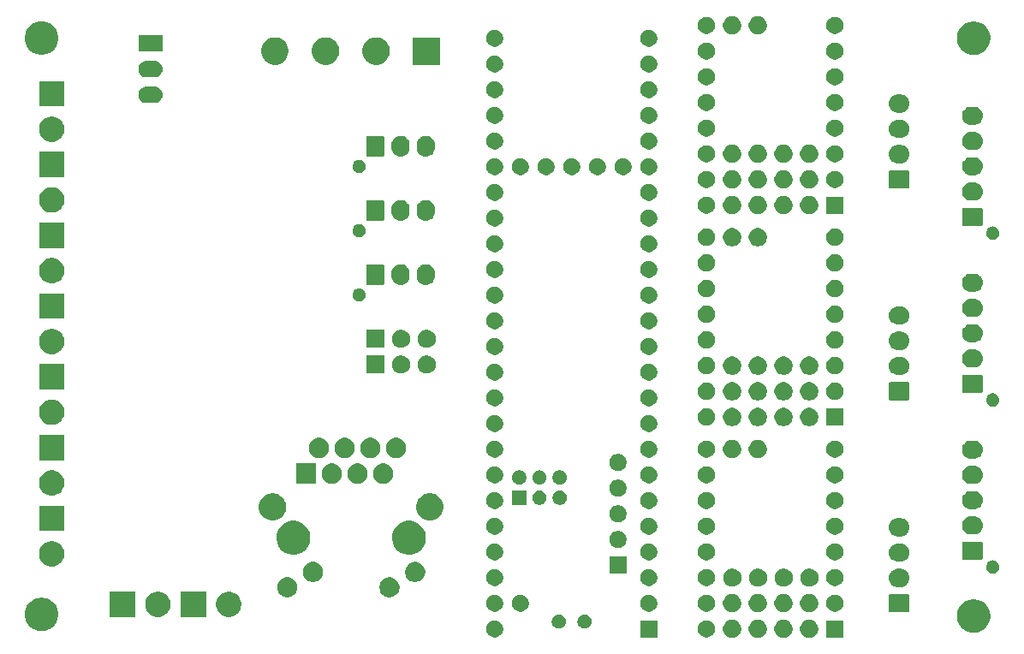
<source format=gbr>
G04 #@! TF.GenerationSoftware,KiCad,Pcbnew,(5.1.5)-3*
G04 #@! TF.CreationDate,2020-09-02T18:49:11-07:00*
G04 #@! TF.ProjectId,teensy4_controller,7465656e-7379-4345-9f63-6f6e74726f6c,rev?*
G04 #@! TF.SameCoordinates,Original*
G04 #@! TF.FileFunction,Soldermask,Bot*
G04 #@! TF.FilePolarity,Negative*
%FSLAX46Y46*%
G04 Gerber Fmt 4.6, Leading zero omitted, Abs format (unit mm)*
G04 Created by KiCad (PCBNEW (5.1.5)-3) date 2020-09-02 18:49:11*
%MOMM*%
%LPD*%
G04 APERTURE LIST*
%ADD10C,0.100000*%
G04 APERTURE END LIST*
D10*
G36*
X130022512Y-146533927D02*
G01*
X130171812Y-146563624D01*
X130335784Y-146631544D01*
X130483354Y-146730147D01*
X130608853Y-146855646D01*
X130707456Y-147003216D01*
X130775376Y-147167188D01*
X130810000Y-147341259D01*
X130810000Y-147518741D01*
X130775376Y-147692812D01*
X130707456Y-147856784D01*
X130608853Y-148004354D01*
X130483354Y-148129853D01*
X130335784Y-148228456D01*
X130171812Y-148296376D01*
X130022512Y-148326073D01*
X129997742Y-148331000D01*
X129820258Y-148331000D01*
X129795488Y-148326073D01*
X129646188Y-148296376D01*
X129482216Y-148228456D01*
X129334646Y-148129853D01*
X129209147Y-148004354D01*
X129110544Y-147856784D01*
X129042624Y-147692812D01*
X129008000Y-147518741D01*
X129008000Y-147341259D01*
X129042624Y-147167188D01*
X129110544Y-147003216D01*
X129209147Y-146855646D01*
X129334646Y-146730147D01*
X129482216Y-146631544D01*
X129646188Y-146563624D01*
X129795488Y-146533927D01*
X129820258Y-146529000D01*
X129997742Y-146529000D01*
X130022512Y-146533927D01*
G37*
G36*
X127482512Y-146533927D02*
G01*
X127631812Y-146563624D01*
X127795784Y-146631544D01*
X127943354Y-146730147D01*
X128068853Y-146855646D01*
X128167456Y-147003216D01*
X128235376Y-147167188D01*
X128270000Y-147341259D01*
X128270000Y-147518741D01*
X128235376Y-147692812D01*
X128167456Y-147856784D01*
X128068853Y-148004354D01*
X127943354Y-148129853D01*
X127795784Y-148228456D01*
X127631812Y-148296376D01*
X127482512Y-148326073D01*
X127457742Y-148331000D01*
X127280258Y-148331000D01*
X127255488Y-148326073D01*
X127106188Y-148296376D01*
X126942216Y-148228456D01*
X126794646Y-148129853D01*
X126669147Y-148004354D01*
X126570544Y-147856784D01*
X126502624Y-147692812D01*
X126468000Y-147518741D01*
X126468000Y-147341259D01*
X126502624Y-147167188D01*
X126570544Y-147003216D01*
X126669147Y-146855646D01*
X126794646Y-146730147D01*
X126942216Y-146631544D01*
X127106188Y-146563624D01*
X127255488Y-146533927D01*
X127280258Y-146529000D01*
X127457742Y-146529000D01*
X127482512Y-146533927D01*
G37*
G36*
X124942512Y-146533927D02*
G01*
X125091812Y-146563624D01*
X125255784Y-146631544D01*
X125403354Y-146730147D01*
X125528853Y-146855646D01*
X125627456Y-147003216D01*
X125695376Y-147167188D01*
X125730000Y-147341259D01*
X125730000Y-147518741D01*
X125695376Y-147692812D01*
X125627456Y-147856784D01*
X125528853Y-148004354D01*
X125403354Y-148129853D01*
X125255784Y-148228456D01*
X125091812Y-148296376D01*
X124942512Y-148326073D01*
X124917742Y-148331000D01*
X124740258Y-148331000D01*
X124715488Y-148326073D01*
X124566188Y-148296376D01*
X124402216Y-148228456D01*
X124254646Y-148129853D01*
X124129147Y-148004354D01*
X124030544Y-147856784D01*
X123962624Y-147692812D01*
X123928000Y-147518741D01*
X123928000Y-147341259D01*
X123962624Y-147167188D01*
X124030544Y-147003216D01*
X124129147Y-146855646D01*
X124254646Y-146730147D01*
X124402216Y-146631544D01*
X124566188Y-146563624D01*
X124715488Y-146533927D01*
X124740258Y-146529000D01*
X124917742Y-146529000D01*
X124942512Y-146533927D01*
G37*
G36*
X122402512Y-146533927D02*
G01*
X122551812Y-146563624D01*
X122715784Y-146631544D01*
X122863354Y-146730147D01*
X122988853Y-146855646D01*
X123087456Y-147003216D01*
X123155376Y-147167188D01*
X123190000Y-147341259D01*
X123190000Y-147518741D01*
X123155376Y-147692812D01*
X123087456Y-147856784D01*
X122988853Y-148004354D01*
X122863354Y-148129853D01*
X122715784Y-148228456D01*
X122551812Y-148296376D01*
X122402512Y-148326073D01*
X122377742Y-148331000D01*
X122200258Y-148331000D01*
X122175488Y-148326073D01*
X122026188Y-148296376D01*
X121862216Y-148228456D01*
X121714646Y-148129853D01*
X121589147Y-148004354D01*
X121490544Y-147856784D01*
X121422624Y-147692812D01*
X121388000Y-147518741D01*
X121388000Y-147341259D01*
X121422624Y-147167188D01*
X121490544Y-147003216D01*
X121589147Y-146855646D01*
X121714646Y-146730147D01*
X121862216Y-146631544D01*
X122026188Y-146563624D01*
X122175488Y-146533927D01*
X122200258Y-146529000D01*
X122377742Y-146529000D01*
X122402512Y-146533927D01*
G37*
G36*
X114885000Y-148281000D02*
G01*
X113183000Y-148281000D01*
X113183000Y-146579000D01*
X114885000Y-146579000D01*
X114885000Y-148281000D01*
G37*
G36*
X133300000Y-148281000D02*
G01*
X131598000Y-148281000D01*
X131598000Y-146579000D01*
X133300000Y-146579000D01*
X133300000Y-148281000D01*
G37*
G36*
X99042228Y-146611703D02*
G01*
X99197100Y-146675853D01*
X99336481Y-146768985D01*
X99455015Y-146887519D01*
X99548147Y-147026900D01*
X99612297Y-147181772D01*
X99645000Y-147346184D01*
X99645000Y-147513816D01*
X99612297Y-147678228D01*
X99548147Y-147833100D01*
X99455015Y-147972481D01*
X99336481Y-148091015D01*
X99197100Y-148184147D01*
X99042228Y-148248297D01*
X98877816Y-148281000D01*
X98710184Y-148281000D01*
X98545772Y-148248297D01*
X98390900Y-148184147D01*
X98251519Y-148091015D01*
X98132985Y-147972481D01*
X98039853Y-147833100D01*
X97975703Y-147678228D01*
X97943000Y-147513816D01*
X97943000Y-147346184D01*
X97975703Y-147181772D01*
X98039853Y-147026900D01*
X98132985Y-146887519D01*
X98251519Y-146768985D01*
X98390900Y-146675853D01*
X98545772Y-146611703D01*
X98710184Y-146579000D01*
X98877816Y-146579000D01*
X99042228Y-146611703D01*
G37*
G36*
X119997228Y-146611703D02*
G01*
X120152100Y-146675853D01*
X120291481Y-146768985D01*
X120410015Y-146887519D01*
X120503147Y-147026900D01*
X120567297Y-147181772D01*
X120600000Y-147346184D01*
X120600000Y-147513816D01*
X120567297Y-147678228D01*
X120503147Y-147833100D01*
X120410015Y-147972481D01*
X120291481Y-148091015D01*
X120152100Y-148184147D01*
X119997228Y-148248297D01*
X119832816Y-148281000D01*
X119665184Y-148281000D01*
X119500772Y-148248297D01*
X119345900Y-148184147D01*
X119206519Y-148091015D01*
X119087985Y-147972481D01*
X118994853Y-147833100D01*
X118930703Y-147678228D01*
X118898000Y-147513816D01*
X118898000Y-147346184D01*
X118930703Y-147181772D01*
X118994853Y-147026900D01*
X119087985Y-146887519D01*
X119206519Y-146768985D01*
X119345900Y-146675853D01*
X119500772Y-146611703D01*
X119665184Y-146579000D01*
X119832816Y-146579000D01*
X119997228Y-146611703D01*
G37*
G36*
X146540256Y-144551298D02*
G01*
X146646579Y-144572447D01*
X146947042Y-144696903D01*
X147217451Y-144877585D01*
X147447415Y-145107549D01*
X147628097Y-145377958D01*
X147752553Y-145678421D01*
X147754549Y-145688456D01*
X147776233Y-145797466D01*
X147816000Y-145997391D01*
X147816000Y-146322609D01*
X147752553Y-146641579D01*
X147628097Y-146942042D01*
X147447415Y-147212451D01*
X147217451Y-147442415D01*
X146947042Y-147623097D01*
X146646579Y-147747553D01*
X146540256Y-147768702D01*
X146327611Y-147811000D01*
X146002389Y-147811000D01*
X145789744Y-147768702D01*
X145683421Y-147747553D01*
X145382958Y-147623097D01*
X145112549Y-147442415D01*
X144882585Y-147212451D01*
X144701903Y-146942042D01*
X144577447Y-146641579D01*
X144514000Y-146322609D01*
X144514000Y-145997391D01*
X144553768Y-145797466D01*
X144575451Y-145688456D01*
X144577447Y-145678421D01*
X144701903Y-145377958D01*
X144882585Y-145107549D01*
X145112549Y-144877585D01*
X145382958Y-144696903D01*
X145683421Y-144572447D01*
X145789744Y-144551298D01*
X146002389Y-144509000D01*
X146327611Y-144509000D01*
X146540256Y-144551298D01*
G37*
G36*
X54375256Y-144391298D02*
G01*
X54481579Y-144412447D01*
X54782042Y-144536903D01*
X55052451Y-144717585D01*
X55282415Y-144947549D01*
X55463097Y-145217958D01*
X55587553Y-145518421D01*
X55594036Y-145551015D01*
X55643059Y-145797466D01*
X55651000Y-145837391D01*
X55651000Y-146162609D01*
X55587553Y-146481579D01*
X55553569Y-146563624D01*
X55468506Y-146768985D01*
X55463097Y-146782042D01*
X55282415Y-147052451D01*
X55052451Y-147282415D01*
X54782042Y-147463097D01*
X54481579Y-147587553D01*
X54375256Y-147608702D01*
X54162611Y-147651000D01*
X53837389Y-147651000D01*
X53624744Y-147608702D01*
X53518421Y-147587553D01*
X53217958Y-147463097D01*
X52947549Y-147282415D01*
X52717585Y-147052451D01*
X52536903Y-146782042D01*
X52531495Y-146768985D01*
X52446431Y-146563624D01*
X52412447Y-146481579D01*
X52349000Y-146162609D01*
X52349000Y-145837391D01*
X52356942Y-145797466D01*
X52405964Y-145551015D01*
X52412447Y-145518421D01*
X52536903Y-145217958D01*
X52717585Y-144947549D01*
X52947549Y-144717585D01*
X53217958Y-144536903D01*
X53518421Y-144412447D01*
X53624744Y-144391298D01*
X53837389Y-144349000D01*
X54162611Y-144349000D01*
X54375256Y-144391298D01*
G37*
G36*
X105348473Y-146025938D02*
G01*
X105476049Y-146078782D01*
X105590859Y-146155495D01*
X105688505Y-146253141D01*
X105765218Y-146367951D01*
X105818062Y-146495527D01*
X105845000Y-146630956D01*
X105845000Y-146769044D01*
X105818062Y-146904473D01*
X105765218Y-147032049D01*
X105688505Y-147146859D01*
X105590859Y-147244505D01*
X105476049Y-147321218D01*
X105348473Y-147374062D01*
X105213044Y-147401000D01*
X105074956Y-147401000D01*
X104939527Y-147374062D01*
X104811951Y-147321218D01*
X104697141Y-147244505D01*
X104599495Y-147146859D01*
X104522782Y-147032049D01*
X104469938Y-146904473D01*
X104443000Y-146769044D01*
X104443000Y-146630956D01*
X104469938Y-146495527D01*
X104522782Y-146367951D01*
X104599495Y-146253141D01*
X104697141Y-146155495D01*
X104811951Y-146078782D01*
X104939527Y-146025938D01*
X105074956Y-145999000D01*
X105213044Y-145999000D01*
X105348473Y-146025938D01*
G37*
G36*
X107888473Y-146025938D02*
G01*
X108016049Y-146078782D01*
X108130859Y-146155495D01*
X108228505Y-146253141D01*
X108305218Y-146367951D01*
X108358062Y-146495527D01*
X108385000Y-146630956D01*
X108385000Y-146769044D01*
X108358062Y-146904473D01*
X108305218Y-147032049D01*
X108228505Y-147146859D01*
X108130859Y-147244505D01*
X108016049Y-147321218D01*
X107888473Y-147374062D01*
X107753044Y-147401000D01*
X107614956Y-147401000D01*
X107479527Y-147374062D01*
X107351951Y-147321218D01*
X107237141Y-147244505D01*
X107139495Y-147146859D01*
X107062782Y-147032049D01*
X107009938Y-146904473D01*
X106983000Y-146769044D01*
X106983000Y-146630956D01*
X107009938Y-146495527D01*
X107062782Y-146367951D01*
X107139495Y-146253141D01*
X107237141Y-146155495D01*
X107351951Y-146078782D01*
X107479527Y-146025938D01*
X107614956Y-145999000D01*
X107753044Y-145999000D01*
X107888473Y-146025938D01*
G37*
G36*
X72838298Y-143791783D02*
G01*
X72864903Y-143797075D01*
X73092571Y-143891378D01*
X73297466Y-144028285D01*
X73471715Y-144202534D01*
X73521956Y-144277725D01*
X73608623Y-144407431D01*
X73702925Y-144635097D01*
X73751000Y-144876786D01*
X73751000Y-145123214D01*
X73702925Y-145364903D01*
X73639336Y-145518422D01*
X73608622Y-145592571D01*
X73471715Y-145797466D01*
X73297466Y-145971715D01*
X73092571Y-146108622D01*
X73092570Y-146108623D01*
X73092569Y-146108623D01*
X72864903Y-146202925D01*
X72623214Y-146251000D01*
X72376786Y-146251000D01*
X72135097Y-146202925D01*
X71907431Y-146108623D01*
X71907430Y-146108623D01*
X71907429Y-146108622D01*
X71702534Y-145971715D01*
X71528285Y-145797466D01*
X71391378Y-145592571D01*
X71360665Y-145518422D01*
X71297075Y-145364903D01*
X71249000Y-145123214D01*
X71249000Y-144876786D01*
X71297075Y-144635097D01*
X71391377Y-144407431D01*
X71478044Y-144277725D01*
X71528285Y-144202534D01*
X71702534Y-144028285D01*
X71907429Y-143891378D01*
X72135097Y-143797075D01*
X72161702Y-143791783D01*
X72376786Y-143749000D01*
X72623214Y-143749000D01*
X72838298Y-143791783D01*
G37*
G36*
X70251000Y-146251000D02*
G01*
X67749000Y-146251000D01*
X67749000Y-143749000D01*
X70251000Y-143749000D01*
X70251000Y-146251000D01*
G37*
G36*
X65838298Y-143791783D02*
G01*
X65864903Y-143797075D01*
X66092571Y-143891378D01*
X66297466Y-144028285D01*
X66471715Y-144202534D01*
X66521956Y-144277725D01*
X66608623Y-144407431D01*
X66702925Y-144635097D01*
X66751000Y-144876786D01*
X66751000Y-145123214D01*
X66702925Y-145364903D01*
X66639336Y-145518422D01*
X66608622Y-145592571D01*
X66471715Y-145797466D01*
X66297466Y-145971715D01*
X66092571Y-146108622D01*
X66092570Y-146108623D01*
X66092569Y-146108623D01*
X65864903Y-146202925D01*
X65623214Y-146251000D01*
X65376786Y-146251000D01*
X65135097Y-146202925D01*
X64907431Y-146108623D01*
X64907430Y-146108623D01*
X64907429Y-146108622D01*
X64702534Y-145971715D01*
X64528285Y-145797466D01*
X64391378Y-145592571D01*
X64360665Y-145518422D01*
X64297075Y-145364903D01*
X64249000Y-145123214D01*
X64249000Y-144876786D01*
X64297075Y-144635097D01*
X64391377Y-144407431D01*
X64478044Y-144277725D01*
X64528285Y-144202534D01*
X64702534Y-144028285D01*
X64907429Y-143891378D01*
X65135097Y-143797075D01*
X65161702Y-143791783D01*
X65376786Y-143749000D01*
X65623214Y-143749000D01*
X65838298Y-143791783D01*
G37*
G36*
X63251000Y-146251000D02*
G01*
X60749000Y-146251000D01*
X60749000Y-143749000D01*
X63251000Y-143749000D01*
X63251000Y-146251000D01*
G37*
G36*
X122397796Y-143992989D02*
G01*
X122551812Y-144023624D01*
X122715784Y-144091544D01*
X122863354Y-144190147D01*
X122988853Y-144315646D01*
X123087456Y-144463216D01*
X123155376Y-144627188D01*
X123190000Y-144801259D01*
X123190000Y-144978741D01*
X123155376Y-145152812D01*
X123087456Y-145316784D01*
X122988853Y-145464354D01*
X122863354Y-145589853D01*
X122715784Y-145688456D01*
X122551812Y-145756376D01*
X122403341Y-145785908D01*
X122377742Y-145791000D01*
X122200258Y-145791000D01*
X122174659Y-145785908D01*
X122026188Y-145756376D01*
X121862216Y-145688456D01*
X121714646Y-145589853D01*
X121589147Y-145464354D01*
X121490544Y-145316784D01*
X121422624Y-145152812D01*
X121388000Y-144978741D01*
X121388000Y-144801259D01*
X121422624Y-144627188D01*
X121490544Y-144463216D01*
X121589147Y-144315646D01*
X121714646Y-144190147D01*
X121862216Y-144091544D01*
X122026188Y-144023624D01*
X122180204Y-143992989D01*
X122200258Y-143989000D01*
X122377742Y-143989000D01*
X122397796Y-143992989D01*
G37*
G36*
X124937796Y-143992989D02*
G01*
X125091812Y-144023624D01*
X125255784Y-144091544D01*
X125403354Y-144190147D01*
X125528853Y-144315646D01*
X125627456Y-144463216D01*
X125695376Y-144627188D01*
X125730000Y-144801259D01*
X125730000Y-144978741D01*
X125695376Y-145152812D01*
X125627456Y-145316784D01*
X125528853Y-145464354D01*
X125403354Y-145589853D01*
X125255784Y-145688456D01*
X125091812Y-145756376D01*
X124943341Y-145785908D01*
X124917742Y-145791000D01*
X124740258Y-145791000D01*
X124714659Y-145785908D01*
X124566188Y-145756376D01*
X124402216Y-145688456D01*
X124254646Y-145589853D01*
X124129147Y-145464354D01*
X124030544Y-145316784D01*
X123962624Y-145152812D01*
X123928000Y-144978741D01*
X123928000Y-144801259D01*
X123962624Y-144627188D01*
X124030544Y-144463216D01*
X124129147Y-144315646D01*
X124254646Y-144190147D01*
X124402216Y-144091544D01*
X124566188Y-144023624D01*
X124720204Y-143992989D01*
X124740258Y-143989000D01*
X124917742Y-143989000D01*
X124937796Y-143992989D01*
G37*
G36*
X127477796Y-143992989D02*
G01*
X127631812Y-144023624D01*
X127795784Y-144091544D01*
X127943354Y-144190147D01*
X128068853Y-144315646D01*
X128167456Y-144463216D01*
X128235376Y-144627188D01*
X128270000Y-144801259D01*
X128270000Y-144978741D01*
X128235376Y-145152812D01*
X128167456Y-145316784D01*
X128068853Y-145464354D01*
X127943354Y-145589853D01*
X127795784Y-145688456D01*
X127631812Y-145756376D01*
X127483341Y-145785908D01*
X127457742Y-145791000D01*
X127280258Y-145791000D01*
X127254659Y-145785908D01*
X127106188Y-145756376D01*
X126942216Y-145688456D01*
X126794646Y-145589853D01*
X126669147Y-145464354D01*
X126570544Y-145316784D01*
X126502624Y-145152812D01*
X126468000Y-144978741D01*
X126468000Y-144801259D01*
X126502624Y-144627188D01*
X126570544Y-144463216D01*
X126669147Y-144315646D01*
X126794646Y-144190147D01*
X126942216Y-144091544D01*
X127106188Y-144023624D01*
X127260204Y-143992989D01*
X127280258Y-143989000D01*
X127457742Y-143989000D01*
X127477796Y-143992989D01*
G37*
G36*
X130017796Y-143992989D02*
G01*
X130171812Y-144023624D01*
X130335784Y-144091544D01*
X130483354Y-144190147D01*
X130608853Y-144315646D01*
X130707456Y-144463216D01*
X130775376Y-144627188D01*
X130810000Y-144801259D01*
X130810000Y-144978741D01*
X130775376Y-145152812D01*
X130707456Y-145316784D01*
X130608853Y-145464354D01*
X130483354Y-145589853D01*
X130335784Y-145688456D01*
X130171812Y-145756376D01*
X130023341Y-145785908D01*
X129997742Y-145791000D01*
X129820258Y-145791000D01*
X129794659Y-145785908D01*
X129646188Y-145756376D01*
X129482216Y-145688456D01*
X129334646Y-145589853D01*
X129209147Y-145464354D01*
X129110544Y-145316784D01*
X129042624Y-145152812D01*
X129008000Y-144978741D01*
X129008000Y-144801259D01*
X129042624Y-144627188D01*
X129110544Y-144463216D01*
X129209147Y-144315646D01*
X129334646Y-144190147D01*
X129482216Y-144091544D01*
X129646188Y-144023624D01*
X129800204Y-143992989D01*
X129820258Y-143989000D01*
X129997742Y-143989000D01*
X130017796Y-143992989D01*
G37*
G36*
X139682600Y-143992989D02*
G01*
X139715652Y-144003015D01*
X139746103Y-144019292D01*
X139772799Y-144041201D01*
X139794708Y-144067897D01*
X139810985Y-144098348D01*
X139821011Y-144131400D01*
X139825000Y-144171903D01*
X139825000Y-145608097D01*
X139821011Y-145648600D01*
X139810985Y-145681652D01*
X139794708Y-145712103D01*
X139772799Y-145738799D01*
X139746103Y-145760708D01*
X139715652Y-145776985D01*
X139682600Y-145787011D01*
X139642097Y-145791000D01*
X137955903Y-145791000D01*
X137915400Y-145787011D01*
X137882348Y-145776985D01*
X137851897Y-145760708D01*
X137825201Y-145738799D01*
X137803292Y-145712103D01*
X137787015Y-145681652D01*
X137776989Y-145648600D01*
X137773000Y-145608097D01*
X137773000Y-144171903D01*
X137776989Y-144131400D01*
X137787015Y-144098348D01*
X137803292Y-144067897D01*
X137825201Y-144041201D01*
X137851897Y-144019292D01*
X137882348Y-144003015D01*
X137915400Y-143992989D01*
X137955903Y-143989000D01*
X139642097Y-143989000D01*
X139682600Y-143992989D01*
G37*
G36*
X101582228Y-144071703D02*
G01*
X101737100Y-144135853D01*
X101876481Y-144228985D01*
X101995015Y-144347519D01*
X102088147Y-144486900D01*
X102152297Y-144641772D01*
X102185000Y-144806184D01*
X102185000Y-144973816D01*
X102152297Y-145138228D01*
X102088147Y-145293100D01*
X101995015Y-145432481D01*
X101876481Y-145551015D01*
X101737100Y-145644147D01*
X101582228Y-145708297D01*
X101417816Y-145741000D01*
X101250184Y-145741000D01*
X101085772Y-145708297D01*
X100930900Y-145644147D01*
X100791519Y-145551015D01*
X100672985Y-145432481D01*
X100579853Y-145293100D01*
X100515703Y-145138228D01*
X100483000Y-144973816D01*
X100483000Y-144806184D01*
X100515703Y-144641772D01*
X100579853Y-144486900D01*
X100672985Y-144347519D01*
X100791519Y-144228985D01*
X100930900Y-144135853D01*
X101085772Y-144071703D01*
X101250184Y-144039000D01*
X101417816Y-144039000D01*
X101582228Y-144071703D01*
G37*
G36*
X132697228Y-144071703D02*
G01*
X132852100Y-144135853D01*
X132991481Y-144228985D01*
X133110015Y-144347519D01*
X133203147Y-144486900D01*
X133267297Y-144641772D01*
X133300000Y-144806184D01*
X133300000Y-144973816D01*
X133267297Y-145138228D01*
X133203147Y-145293100D01*
X133110015Y-145432481D01*
X132991481Y-145551015D01*
X132852100Y-145644147D01*
X132697228Y-145708297D01*
X132532816Y-145741000D01*
X132365184Y-145741000D01*
X132200772Y-145708297D01*
X132045900Y-145644147D01*
X131906519Y-145551015D01*
X131787985Y-145432481D01*
X131694853Y-145293100D01*
X131630703Y-145138228D01*
X131598000Y-144973816D01*
X131598000Y-144806184D01*
X131630703Y-144641772D01*
X131694853Y-144486900D01*
X131787985Y-144347519D01*
X131906519Y-144228985D01*
X132045900Y-144135853D01*
X132200772Y-144071703D01*
X132365184Y-144039000D01*
X132532816Y-144039000D01*
X132697228Y-144071703D01*
G37*
G36*
X119997228Y-144071703D02*
G01*
X120152100Y-144135853D01*
X120291481Y-144228985D01*
X120410015Y-144347519D01*
X120503147Y-144486900D01*
X120567297Y-144641772D01*
X120600000Y-144806184D01*
X120600000Y-144973816D01*
X120567297Y-145138228D01*
X120503147Y-145293100D01*
X120410015Y-145432481D01*
X120291481Y-145551015D01*
X120152100Y-145644147D01*
X119997228Y-145708297D01*
X119832816Y-145741000D01*
X119665184Y-145741000D01*
X119500772Y-145708297D01*
X119345900Y-145644147D01*
X119206519Y-145551015D01*
X119087985Y-145432481D01*
X118994853Y-145293100D01*
X118930703Y-145138228D01*
X118898000Y-144973816D01*
X118898000Y-144806184D01*
X118930703Y-144641772D01*
X118994853Y-144486900D01*
X119087985Y-144347519D01*
X119206519Y-144228985D01*
X119345900Y-144135853D01*
X119500772Y-144071703D01*
X119665184Y-144039000D01*
X119832816Y-144039000D01*
X119997228Y-144071703D01*
G37*
G36*
X114282228Y-144071703D02*
G01*
X114437100Y-144135853D01*
X114576481Y-144228985D01*
X114695015Y-144347519D01*
X114788147Y-144486900D01*
X114852297Y-144641772D01*
X114885000Y-144806184D01*
X114885000Y-144973816D01*
X114852297Y-145138228D01*
X114788147Y-145293100D01*
X114695015Y-145432481D01*
X114576481Y-145551015D01*
X114437100Y-145644147D01*
X114282228Y-145708297D01*
X114117816Y-145741000D01*
X113950184Y-145741000D01*
X113785772Y-145708297D01*
X113630900Y-145644147D01*
X113491519Y-145551015D01*
X113372985Y-145432481D01*
X113279853Y-145293100D01*
X113215703Y-145138228D01*
X113183000Y-144973816D01*
X113183000Y-144806184D01*
X113215703Y-144641772D01*
X113279853Y-144486900D01*
X113372985Y-144347519D01*
X113491519Y-144228985D01*
X113630900Y-144135853D01*
X113785772Y-144071703D01*
X113950184Y-144039000D01*
X114117816Y-144039000D01*
X114282228Y-144071703D01*
G37*
G36*
X99042228Y-144071703D02*
G01*
X99197100Y-144135853D01*
X99336481Y-144228985D01*
X99455015Y-144347519D01*
X99548147Y-144486900D01*
X99612297Y-144641772D01*
X99645000Y-144806184D01*
X99645000Y-144973816D01*
X99612297Y-145138228D01*
X99548147Y-145293100D01*
X99455015Y-145432481D01*
X99336481Y-145551015D01*
X99197100Y-145644147D01*
X99042228Y-145708297D01*
X98877816Y-145741000D01*
X98710184Y-145741000D01*
X98545772Y-145708297D01*
X98390900Y-145644147D01*
X98251519Y-145551015D01*
X98132985Y-145432481D01*
X98039853Y-145293100D01*
X97975703Y-145138228D01*
X97943000Y-144973816D01*
X97943000Y-144806184D01*
X97975703Y-144641772D01*
X98039853Y-144486900D01*
X98132985Y-144347519D01*
X98251519Y-144228985D01*
X98390900Y-144135853D01*
X98545772Y-144071703D01*
X98710184Y-144039000D01*
X98877816Y-144039000D01*
X99042228Y-144071703D01*
G37*
G36*
X88685521Y-142362275D02*
G01*
X88776153Y-142399816D01*
X88866783Y-142437356D01*
X89029913Y-142546356D01*
X89168644Y-142685087D01*
X89277644Y-142848217D01*
X89296189Y-142892989D01*
X89352725Y-143029479D01*
X89391000Y-143221901D01*
X89391000Y-143418099D01*
X89352725Y-143610521D01*
X89315184Y-143701153D01*
X89277644Y-143791783D01*
X89168644Y-143954913D01*
X89029913Y-144093644D01*
X88866783Y-144202644D01*
X88776152Y-144240184D01*
X88685521Y-144277725D01*
X88493099Y-144316000D01*
X88296901Y-144316000D01*
X88104479Y-144277725D01*
X88013848Y-144240184D01*
X87923217Y-144202644D01*
X87760087Y-144093644D01*
X87621356Y-143954913D01*
X87512356Y-143791783D01*
X87474816Y-143701153D01*
X87437275Y-143610521D01*
X87399000Y-143418099D01*
X87399000Y-143221901D01*
X87437275Y-143029479D01*
X87493811Y-142892989D01*
X87512356Y-142848217D01*
X87621356Y-142685087D01*
X87760087Y-142546356D01*
X87923217Y-142437356D01*
X88013847Y-142399816D01*
X88104479Y-142362275D01*
X88296901Y-142324000D01*
X88493099Y-142324000D01*
X88685521Y-142362275D01*
G37*
G36*
X78575521Y-142362275D02*
G01*
X78666153Y-142399816D01*
X78756783Y-142437356D01*
X78919913Y-142546356D01*
X79058644Y-142685087D01*
X79167644Y-142848217D01*
X79186189Y-142892989D01*
X79242725Y-143029479D01*
X79281000Y-143221901D01*
X79281000Y-143418099D01*
X79242725Y-143610521D01*
X79205184Y-143701153D01*
X79167644Y-143791783D01*
X79058644Y-143954913D01*
X78919913Y-144093644D01*
X78756783Y-144202644D01*
X78666152Y-144240184D01*
X78575521Y-144277725D01*
X78383099Y-144316000D01*
X78186901Y-144316000D01*
X77994479Y-144277725D01*
X77903848Y-144240184D01*
X77813217Y-144202644D01*
X77650087Y-144093644D01*
X77511356Y-143954913D01*
X77402356Y-143791783D01*
X77364816Y-143701153D01*
X77327275Y-143610521D01*
X77289000Y-143418099D01*
X77289000Y-143221901D01*
X77327275Y-143029479D01*
X77383811Y-142892989D01*
X77402356Y-142848217D01*
X77511356Y-142685087D01*
X77650087Y-142546356D01*
X77813217Y-142437356D01*
X77903847Y-142399816D01*
X77994479Y-142362275D01*
X78186901Y-142324000D01*
X78383099Y-142324000D01*
X78575521Y-142362275D01*
G37*
G36*
X139034442Y-141495518D02*
G01*
X139100627Y-141502037D01*
X139270466Y-141553557D01*
X139270468Y-141553558D01*
X139348728Y-141595389D01*
X139426991Y-141637222D01*
X139462729Y-141666552D01*
X139564186Y-141749814D01*
X139611543Y-141807520D01*
X139676778Y-141887009D01*
X139760443Y-142043534D01*
X139811963Y-142213373D01*
X139829359Y-142390000D01*
X139811963Y-142566627D01*
X139760443Y-142736466D01*
X139760442Y-142736468D01*
X139751552Y-142753100D01*
X139676778Y-142892991D01*
X139647448Y-142928729D01*
X139564186Y-143030186D01*
X139462729Y-143113448D01*
X139426991Y-143142778D01*
X139426989Y-143142779D01*
X139278964Y-143221901D01*
X139270466Y-143226443D01*
X139100627Y-143277963D01*
X139034442Y-143284482D01*
X138968260Y-143291000D01*
X138629740Y-143291000D01*
X138563558Y-143284482D01*
X138497373Y-143277963D01*
X138327534Y-143226443D01*
X138319037Y-143221901D01*
X138171011Y-143142779D01*
X138171009Y-143142778D01*
X138135271Y-143113448D01*
X138033814Y-143030186D01*
X137950552Y-142928729D01*
X137921222Y-142892991D01*
X137846448Y-142753100D01*
X137837558Y-142736468D01*
X137837557Y-142736466D01*
X137786037Y-142566627D01*
X137768641Y-142390000D01*
X137786037Y-142213373D01*
X137837557Y-142043534D01*
X137921222Y-141887009D01*
X137986457Y-141807520D01*
X138033814Y-141749814D01*
X138135271Y-141666552D01*
X138171009Y-141637222D01*
X138249271Y-141595390D01*
X138327532Y-141553558D01*
X138327534Y-141553557D01*
X138497373Y-141502037D01*
X138563558Y-141495518D01*
X138629740Y-141489000D01*
X138968260Y-141489000D01*
X139034442Y-141495518D01*
G37*
G36*
X130034512Y-141470927D02*
G01*
X130183812Y-141500624D01*
X130347784Y-141568544D01*
X130495354Y-141667147D01*
X130620853Y-141792646D01*
X130719456Y-141940216D01*
X130787376Y-142104188D01*
X130822000Y-142278259D01*
X130822000Y-142455741D01*
X130787376Y-142629812D01*
X130719456Y-142793784D01*
X130620853Y-142941354D01*
X130495354Y-143066853D01*
X130347784Y-143165456D01*
X130183812Y-143233376D01*
X130034512Y-143263073D01*
X130009742Y-143268000D01*
X129832258Y-143268000D01*
X129807488Y-143263073D01*
X129658188Y-143233376D01*
X129494216Y-143165456D01*
X129346646Y-143066853D01*
X129221147Y-142941354D01*
X129122544Y-142793784D01*
X129054624Y-142629812D01*
X129020000Y-142455741D01*
X129020000Y-142278259D01*
X129054624Y-142104188D01*
X129122544Y-141940216D01*
X129221147Y-141792646D01*
X129346646Y-141667147D01*
X129494216Y-141568544D01*
X129658188Y-141500624D01*
X129807488Y-141470927D01*
X129832258Y-141466000D01*
X130009742Y-141466000D01*
X130034512Y-141470927D01*
G37*
G36*
X127494512Y-141470927D02*
G01*
X127643812Y-141500624D01*
X127807784Y-141568544D01*
X127955354Y-141667147D01*
X128080853Y-141792646D01*
X128179456Y-141940216D01*
X128247376Y-142104188D01*
X128282000Y-142278259D01*
X128282000Y-142455741D01*
X128247376Y-142629812D01*
X128179456Y-142793784D01*
X128080853Y-142941354D01*
X127955354Y-143066853D01*
X127807784Y-143165456D01*
X127643812Y-143233376D01*
X127494512Y-143263073D01*
X127469742Y-143268000D01*
X127292258Y-143268000D01*
X127267488Y-143263073D01*
X127118188Y-143233376D01*
X126954216Y-143165456D01*
X126806646Y-143066853D01*
X126681147Y-142941354D01*
X126582544Y-142793784D01*
X126514624Y-142629812D01*
X126480000Y-142455741D01*
X126480000Y-142278259D01*
X126514624Y-142104188D01*
X126582544Y-141940216D01*
X126681147Y-141792646D01*
X126806646Y-141667147D01*
X126954216Y-141568544D01*
X127118188Y-141500624D01*
X127267488Y-141470927D01*
X127292258Y-141466000D01*
X127469742Y-141466000D01*
X127494512Y-141470927D01*
G37*
G36*
X124954512Y-141470927D02*
G01*
X125103812Y-141500624D01*
X125267784Y-141568544D01*
X125415354Y-141667147D01*
X125540853Y-141792646D01*
X125639456Y-141940216D01*
X125707376Y-142104188D01*
X125742000Y-142278259D01*
X125742000Y-142455741D01*
X125707376Y-142629812D01*
X125639456Y-142793784D01*
X125540853Y-142941354D01*
X125415354Y-143066853D01*
X125267784Y-143165456D01*
X125103812Y-143233376D01*
X124954512Y-143263073D01*
X124929742Y-143268000D01*
X124752258Y-143268000D01*
X124727488Y-143263073D01*
X124578188Y-143233376D01*
X124414216Y-143165456D01*
X124266646Y-143066853D01*
X124141147Y-142941354D01*
X124042544Y-142793784D01*
X123974624Y-142629812D01*
X123940000Y-142455741D01*
X123940000Y-142278259D01*
X123974624Y-142104188D01*
X124042544Y-141940216D01*
X124141147Y-141792646D01*
X124266646Y-141667147D01*
X124414216Y-141568544D01*
X124578188Y-141500624D01*
X124727488Y-141470927D01*
X124752258Y-141466000D01*
X124929742Y-141466000D01*
X124954512Y-141470927D01*
G37*
G36*
X122414512Y-141470927D02*
G01*
X122563812Y-141500624D01*
X122727784Y-141568544D01*
X122875354Y-141667147D01*
X123000853Y-141792646D01*
X123099456Y-141940216D01*
X123167376Y-142104188D01*
X123202000Y-142278259D01*
X123202000Y-142455741D01*
X123167376Y-142629812D01*
X123099456Y-142793784D01*
X123000853Y-142941354D01*
X122875354Y-143066853D01*
X122727784Y-143165456D01*
X122563812Y-143233376D01*
X122414512Y-143263073D01*
X122389742Y-143268000D01*
X122212258Y-143268000D01*
X122187488Y-143263073D01*
X122038188Y-143233376D01*
X121874216Y-143165456D01*
X121726646Y-143066853D01*
X121601147Y-142941354D01*
X121502544Y-142793784D01*
X121434624Y-142629812D01*
X121400000Y-142455741D01*
X121400000Y-142278259D01*
X121434624Y-142104188D01*
X121502544Y-141940216D01*
X121601147Y-141792646D01*
X121726646Y-141667147D01*
X121874216Y-141568544D01*
X122038188Y-141500624D01*
X122187488Y-141470927D01*
X122212258Y-141466000D01*
X122389742Y-141466000D01*
X122414512Y-141470927D01*
G37*
G36*
X119997228Y-141531703D02*
G01*
X120152100Y-141595853D01*
X120291481Y-141688985D01*
X120410015Y-141807519D01*
X120503147Y-141946900D01*
X120567297Y-142101772D01*
X120600000Y-142266184D01*
X120600000Y-142433816D01*
X120567297Y-142598228D01*
X120503147Y-142753100D01*
X120410015Y-142892481D01*
X120291481Y-143011015D01*
X120152100Y-143104147D01*
X119997228Y-143168297D01*
X119832816Y-143201000D01*
X119665184Y-143201000D01*
X119500772Y-143168297D01*
X119345900Y-143104147D01*
X119206519Y-143011015D01*
X119087985Y-142892481D01*
X118994853Y-142753100D01*
X118930703Y-142598228D01*
X118898000Y-142433816D01*
X118898000Y-142266184D01*
X118930703Y-142101772D01*
X118994853Y-141946900D01*
X119087985Y-141807519D01*
X119206519Y-141688985D01*
X119345900Y-141595853D01*
X119500772Y-141531703D01*
X119665184Y-141499000D01*
X119832816Y-141499000D01*
X119997228Y-141531703D01*
G37*
G36*
X114282228Y-141531703D02*
G01*
X114437100Y-141595853D01*
X114576481Y-141688985D01*
X114695015Y-141807519D01*
X114788147Y-141946900D01*
X114852297Y-142101772D01*
X114885000Y-142266184D01*
X114885000Y-142433816D01*
X114852297Y-142598228D01*
X114788147Y-142753100D01*
X114695015Y-142892481D01*
X114576481Y-143011015D01*
X114437100Y-143104147D01*
X114282228Y-143168297D01*
X114117816Y-143201000D01*
X113950184Y-143201000D01*
X113785772Y-143168297D01*
X113630900Y-143104147D01*
X113491519Y-143011015D01*
X113372985Y-142892481D01*
X113279853Y-142753100D01*
X113215703Y-142598228D01*
X113183000Y-142433816D01*
X113183000Y-142266184D01*
X113215703Y-142101772D01*
X113279853Y-141946900D01*
X113372985Y-141807519D01*
X113491519Y-141688985D01*
X113630900Y-141595853D01*
X113785772Y-141531703D01*
X113950184Y-141499000D01*
X114117816Y-141499000D01*
X114282228Y-141531703D01*
G37*
G36*
X132697228Y-141531703D02*
G01*
X132852100Y-141595853D01*
X132991481Y-141688985D01*
X133110015Y-141807519D01*
X133203147Y-141946900D01*
X133267297Y-142101772D01*
X133300000Y-142266184D01*
X133300000Y-142433816D01*
X133267297Y-142598228D01*
X133203147Y-142753100D01*
X133110015Y-142892481D01*
X132991481Y-143011015D01*
X132852100Y-143104147D01*
X132697228Y-143168297D01*
X132532816Y-143201000D01*
X132365184Y-143201000D01*
X132200772Y-143168297D01*
X132045900Y-143104147D01*
X131906519Y-143011015D01*
X131787985Y-142892481D01*
X131694853Y-142753100D01*
X131630703Y-142598228D01*
X131598000Y-142433816D01*
X131598000Y-142266184D01*
X131630703Y-142101772D01*
X131694853Y-141946900D01*
X131787985Y-141807519D01*
X131906519Y-141688985D01*
X132045900Y-141595853D01*
X132200772Y-141531703D01*
X132365184Y-141499000D01*
X132532816Y-141499000D01*
X132697228Y-141531703D01*
G37*
G36*
X99042228Y-141531703D02*
G01*
X99197100Y-141595853D01*
X99336481Y-141688985D01*
X99455015Y-141807519D01*
X99548147Y-141946900D01*
X99612297Y-142101772D01*
X99645000Y-142266184D01*
X99645000Y-142433816D01*
X99612297Y-142598228D01*
X99548147Y-142753100D01*
X99455015Y-142892481D01*
X99336481Y-143011015D01*
X99197100Y-143104147D01*
X99042228Y-143168297D01*
X98877816Y-143201000D01*
X98710184Y-143201000D01*
X98545772Y-143168297D01*
X98390900Y-143104147D01*
X98251519Y-143011015D01*
X98132985Y-142892481D01*
X98039853Y-142753100D01*
X97975703Y-142598228D01*
X97943000Y-142433816D01*
X97943000Y-142266184D01*
X97975703Y-142101772D01*
X98039853Y-141946900D01*
X98132985Y-141807519D01*
X98251519Y-141688985D01*
X98390900Y-141595853D01*
X98545772Y-141531703D01*
X98710184Y-141499000D01*
X98877816Y-141499000D01*
X99042228Y-141531703D01*
G37*
G36*
X91225521Y-140842275D02*
G01*
X91316152Y-140879816D01*
X91406783Y-140917356D01*
X91569913Y-141026356D01*
X91708644Y-141165087D01*
X91817644Y-141328217D01*
X91832515Y-141364119D01*
X91892725Y-141509479D01*
X91931000Y-141701901D01*
X91931000Y-141898099D01*
X91892725Y-142090521D01*
X91887063Y-142104189D01*
X91817644Y-142271783D01*
X91708644Y-142434913D01*
X91569913Y-142573644D01*
X91406783Y-142682644D01*
X91316153Y-142720184D01*
X91225521Y-142757725D01*
X91033099Y-142796000D01*
X90836901Y-142796000D01*
X90644479Y-142757725D01*
X90553847Y-142720184D01*
X90463217Y-142682644D01*
X90300087Y-142573644D01*
X90161356Y-142434913D01*
X90052356Y-142271783D01*
X89982937Y-142104189D01*
X89977275Y-142090521D01*
X89939000Y-141898099D01*
X89939000Y-141701901D01*
X89977275Y-141509479D01*
X90037485Y-141364119D01*
X90052356Y-141328217D01*
X90161356Y-141165087D01*
X90300087Y-141026356D01*
X90463217Y-140917356D01*
X90553848Y-140879816D01*
X90644479Y-140842275D01*
X90836901Y-140804000D01*
X91033099Y-140804000D01*
X91225521Y-140842275D01*
G37*
G36*
X81115521Y-140842275D02*
G01*
X81206152Y-140879816D01*
X81296783Y-140917356D01*
X81459913Y-141026356D01*
X81598644Y-141165087D01*
X81707644Y-141328217D01*
X81722515Y-141364119D01*
X81782725Y-141509479D01*
X81821000Y-141701901D01*
X81821000Y-141898099D01*
X81782725Y-142090521D01*
X81777063Y-142104189D01*
X81707644Y-142271783D01*
X81598644Y-142434913D01*
X81459913Y-142573644D01*
X81296783Y-142682644D01*
X81206153Y-142720184D01*
X81115521Y-142757725D01*
X80923099Y-142796000D01*
X80726901Y-142796000D01*
X80534479Y-142757725D01*
X80443847Y-142720184D01*
X80353217Y-142682644D01*
X80190087Y-142573644D01*
X80051356Y-142434913D01*
X79942356Y-142271783D01*
X79872937Y-142104189D01*
X79867275Y-142090521D01*
X79829000Y-141898099D01*
X79829000Y-141701901D01*
X79867275Y-141509479D01*
X79927485Y-141364119D01*
X79942356Y-141328217D01*
X80051356Y-141165087D01*
X80190087Y-141026356D01*
X80353217Y-140917356D01*
X80443848Y-140879816D01*
X80534479Y-140842275D01*
X80726901Y-140804000D01*
X80923099Y-140804000D01*
X81115521Y-140842275D01*
G37*
G36*
X111834200Y-141981800D02*
G01*
X110132200Y-141981800D01*
X110132200Y-140279800D01*
X111834200Y-140279800D01*
X111834200Y-141981800D01*
G37*
G36*
X148174448Y-140661000D02*
G01*
X148239890Y-140674017D01*
X148358364Y-140723091D01*
X148459997Y-140791000D01*
X148464988Y-140794335D01*
X148555665Y-140885012D01*
X148626910Y-140991638D01*
X148675983Y-141110110D01*
X148701000Y-141235881D01*
X148701000Y-141364119D01*
X148675983Y-141489890D01*
X148658663Y-141531705D01*
X148626909Y-141608364D01*
X148555665Y-141714988D01*
X148464988Y-141805665D01*
X148358364Y-141876909D01*
X148358363Y-141876910D01*
X148358362Y-141876910D01*
X148239890Y-141925983D01*
X148114119Y-141951000D01*
X147985881Y-141951000D01*
X147860110Y-141925983D01*
X147741638Y-141876910D01*
X147741637Y-141876910D01*
X147741636Y-141876909D01*
X147635012Y-141805665D01*
X147544335Y-141714988D01*
X147473091Y-141608364D01*
X147441338Y-141531705D01*
X147424017Y-141489890D01*
X147399000Y-141364119D01*
X147399000Y-141235881D01*
X147424017Y-141110110D01*
X147473090Y-140991638D01*
X147544335Y-140885012D01*
X147635012Y-140794335D01*
X147640003Y-140791000D01*
X147741636Y-140723091D01*
X147860110Y-140674017D01*
X147925552Y-140661000D01*
X147985881Y-140649000D01*
X148114119Y-140649000D01*
X148174448Y-140661000D01*
G37*
G36*
X55364903Y-138797075D02*
G01*
X55592571Y-138891378D01*
X55797466Y-139028285D01*
X55971715Y-139202534D01*
X56108622Y-139407429D01*
X56108623Y-139407431D01*
X56202925Y-139635097D01*
X56251000Y-139876786D01*
X56251000Y-140123214D01*
X56228473Y-140236466D01*
X56202925Y-140364903D01*
X56108622Y-140592571D01*
X55971715Y-140797466D01*
X55797466Y-140971715D01*
X55592571Y-141108622D01*
X55592570Y-141108623D01*
X55592569Y-141108623D01*
X55364903Y-141202925D01*
X55123214Y-141251000D01*
X54876786Y-141251000D01*
X54635097Y-141202925D01*
X54407431Y-141108623D01*
X54407430Y-141108623D01*
X54407429Y-141108622D01*
X54202534Y-140971715D01*
X54028285Y-140797466D01*
X53891378Y-140592571D01*
X53797075Y-140364903D01*
X53771527Y-140236466D01*
X53749000Y-140123214D01*
X53749000Y-139876786D01*
X53797075Y-139635097D01*
X53891377Y-139407431D01*
X53891378Y-139407429D01*
X54028285Y-139202534D01*
X54202534Y-139028285D01*
X54407429Y-138891378D01*
X54635097Y-138797075D01*
X54876786Y-138749000D01*
X55123214Y-138749000D01*
X55364903Y-138797075D01*
G37*
G36*
X139034442Y-138995518D02*
G01*
X139100627Y-139002037D01*
X139270466Y-139053557D01*
X139270468Y-139053558D01*
X139290003Y-139064000D01*
X139426991Y-139137222D01*
X139441324Y-139148985D01*
X139564186Y-139249814D01*
X139642258Y-139344947D01*
X139676778Y-139387009D01*
X139760443Y-139543534D01*
X139811963Y-139713373D01*
X139829359Y-139890000D01*
X139811963Y-140066627D01*
X139760443Y-140236466D01*
X139676778Y-140392991D01*
X139656174Y-140418097D01*
X139564186Y-140530186D01*
X139462729Y-140613448D01*
X139426991Y-140642778D01*
X139270466Y-140726443D01*
X139100627Y-140777963D01*
X139034443Y-140784481D01*
X138968260Y-140791000D01*
X138629740Y-140791000D01*
X138563557Y-140784481D01*
X138497373Y-140777963D01*
X138327534Y-140726443D01*
X138171009Y-140642778D01*
X138135271Y-140613448D01*
X138033814Y-140530186D01*
X137941826Y-140418097D01*
X137921222Y-140392991D01*
X137837557Y-140236466D01*
X137786037Y-140066627D01*
X137768641Y-139890000D01*
X137786037Y-139713373D01*
X137837557Y-139543534D01*
X137921222Y-139387009D01*
X137955742Y-139344947D01*
X138033814Y-139249814D01*
X138156676Y-139148985D01*
X138171009Y-139137222D01*
X138307997Y-139064000D01*
X138327532Y-139053558D01*
X138327534Y-139053557D01*
X138497373Y-139002037D01*
X138563558Y-138995518D01*
X138629740Y-138989000D01*
X138968260Y-138989000D01*
X139034442Y-138995518D01*
G37*
G36*
X132697228Y-138991703D02*
G01*
X132852100Y-139055853D01*
X132991481Y-139148985D01*
X133110015Y-139267519D01*
X133203147Y-139406900D01*
X133267297Y-139561772D01*
X133300000Y-139726184D01*
X133300000Y-139893816D01*
X133267297Y-140058228D01*
X133203147Y-140213100D01*
X133110015Y-140352481D01*
X132991481Y-140471015D01*
X132852100Y-140564147D01*
X132697228Y-140628297D01*
X132532816Y-140661000D01*
X132365184Y-140661000D01*
X132200772Y-140628297D01*
X132045900Y-140564147D01*
X131906519Y-140471015D01*
X131787985Y-140352481D01*
X131694853Y-140213100D01*
X131630703Y-140058228D01*
X131598000Y-139893816D01*
X131598000Y-139726184D01*
X131630703Y-139561772D01*
X131694853Y-139406900D01*
X131787985Y-139267519D01*
X131906519Y-139148985D01*
X132045900Y-139055853D01*
X132200772Y-138991703D01*
X132365184Y-138959000D01*
X132532816Y-138959000D01*
X132697228Y-138991703D01*
G37*
G36*
X119997228Y-138991703D02*
G01*
X120152100Y-139055853D01*
X120291481Y-139148985D01*
X120410015Y-139267519D01*
X120503147Y-139406900D01*
X120567297Y-139561772D01*
X120600000Y-139726184D01*
X120600000Y-139893816D01*
X120567297Y-140058228D01*
X120503147Y-140213100D01*
X120410015Y-140352481D01*
X120291481Y-140471015D01*
X120152100Y-140564147D01*
X119997228Y-140628297D01*
X119832816Y-140661000D01*
X119665184Y-140661000D01*
X119500772Y-140628297D01*
X119345900Y-140564147D01*
X119206519Y-140471015D01*
X119087985Y-140352481D01*
X118994853Y-140213100D01*
X118930703Y-140058228D01*
X118898000Y-139893816D01*
X118898000Y-139726184D01*
X118930703Y-139561772D01*
X118994853Y-139406900D01*
X119087985Y-139267519D01*
X119206519Y-139148985D01*
X119345900Y-139055853D01*
X119500772Y-138991703D01*
X119665184Y-138959000D01*
X119832816Y-138959000D01*
X119997228Y-138991703D01*
G37*
G36*
X114282228Y-138991703D02*
G01*
X114437100Y-139055853D01*
X114576481Y-139148985D01*
X114695015Y-139267519D01*
X114788147Y-139406900D01*
X114852297Y-139561772D01*
X114885000Y-139726184D01*
X114885000Y-139893816D01*
X114852297Y-140058228D01*
X114788147Y-140213100D01*
X114695015Y-140352481D01*
X114576481Y-140471015D01*
X114437100Y-140564147D01*
X114282228Y-140628297D01*
X114117816Y-140661000D01*
X113950184Y-140661000D01*
X113785772Y-140628297D01*
X113630900Y-140564147D01*
X113491519Y-140471015D01*
X113372985Y-140352481D01*
X113279853Y-140213100D01*
X113215703Y-140058228D01*
X113183000Y-139893816D01*
X113183000Y-139726184D01*
X113215703Y-139561772D01*
X113279853Y-139406900D01*
X113372985Y-139267519D01*
X113491519Y-139148985D01*
X113630900Y-139055853D01*
X113785772Y-138991703D01*
X113950184Y-138959000D01*
X114117816Y-138959000D01*
X114282228Y-138991703D01*
G37*
G36*
X99042228Y-138991703D02*
G01*
X99197100Y-139055853D01*
X99336481Y-139148985D01*
X99455015Y-139267519D01*
X99548147Y-139406900D01*
X99612297Y-139561772D01*
X99645000Y-139726184D01*
X99645000Y-139893816D01*
X99612297Y-140058228D01*
X99548147Y-140213100D01*
X99455015Y-140352481D01*
X99336481Y-140471015D01*
X99197100Y-140564147D01*
X99042228Y-140628297D01*
X98877816Y-140661000D01*
X98710184Y-140661000D01*
X98545772Y-140628297D01*
X98390900Y-140564147D01*
X98251519Y-140471015D01*
X98132985Y-140352481D01*
X98039853Y-140213100D01*
X97975703Y-140058228D01*
X97943000Y-139893816D01*
X97943000Y-139726184D01*
X97975703Y-139561772D01*
X98039853Y-139406900D01*
X98132985Y-139267519D01*
X98251519Y-139148985D01*
X98390900Y-139055853D01*
X98545772Y-138991703D01*
X98710184Y-138959000D01*
X98877816Y-138959000D01*
X99042228Y-138991703D01*
G37*
G36*
X146933600Y-138802989D02*
G01*
X146966652Y-138813015D01*
X146997103Y-138829292D01*
X147023799Y-138851201D01*
X147045708Y-138877897D01*
X147061985Y-138908348D01*
X147072011Y-138941400D01*
X147076000Y-138981903D01*
X147076000Y-140418097D01*
X147072011Y-140458600D01*
X147061985Y-140491652D01*
X147045708Y-140522103D01*
X147023799Y-140548799D01*
X146997103Y-140570708D01*
X146966652Y-140586985D01*
X146933600Y-140597011D01*
X146893097Y-140601000D01*
X145206903Y-140601000D01*
X145166400Y-140597011D01*
X145133348Y-140586985D01*
X145102897Y-140570708D01*
X145076201Y-140548799D01*
X145054292Y-140522103D01*
X145038015Y-140491652D01*
X145027989Y-140458600D01*
X145024000Y-140418097D01*
X145024000Y-138981903D01*
X145027989Y-138941400D01*
X145038015Y-138908348D01*
X145054292Y-138877897D01*
X145076201Y-138851201D01*
X145102897Y-138829292D01*
X145133348Y-138813015D01*
X145166400Y-138802989D01*
X145206903Y-138799000D01*
X146893097Y-138799000D01*
X146933600Y-138802989D01*
G37*
G36*
X90813871Y-136808408D02*
G01*
X91118883Y-136934748D01*
X91393387Y-137118166D01*
X91626834Y-137351613D01*
X91810252Y-137626117D01*
X91936592Y-137931129D01*
X91955095Y-138024148D01*
X92001000Y-138254927D01*
X92001000Y-138585073D01*
X91936592Y-138908871D01*
X91810252Y-139213883D01*
X91626834Y-139488387D01*
X91393387Y-139721834D01*
X91118883Y-139905252D01*
X90813871Y-140031592D01*
X90490073Y-140096000D01*
X90159927Y-140096000D01*
X89836129Y-140031592D01*
X89531117Y-139905252D01*
X89256613Y-139721834D01*
X89023166Y-139488387D01*
X88839748Y-139213883D01*
X88713408Y-138908871D01*
X88649000Y-138585073D01*
X88649000Y-138254927D01*
X88694905Y-138024148D01*
X88713408Y-137931129D01*
X88839748Y-137626117D01*
X89023166Y-137351613D01*
X89256613Y-137118166D01*
X89531117Y-136934748D01*
X89836129Y-136808408D01*
X90159927Y-136744000D01*
X90490073Y-136744000D01*
X90813871Y-136808408D01*
G37*
G36*
X79383871Y-136808408D02*
G01*
X79688883Y-136934748D01*
X79963387Y-137118166D01*
X80196834Y-137351613D01*
X80380252Y-137626117D01*
X80506592Y-137931129D01*
X80525095Y-138024148D01*
X80571000Y-138254927D01*
X80571000Y-138585073D01*
X80506592Y-138908871D01*
X80380252Y-139213883D01*
X80196834Y-139488387D01*
X79963387Y-139721834D01*
X79688883Y-139905252D01*
X79383871Y-140031592D01*
X79060073Y-140096000D01*
X78729927Y-140096000D01*
X78406129Y-140031592D01*
X78101117Y-139905252D01*
X77826613Y-139721834D01*
X77593166Y-139488387D01*
X77409748Y-139213883D01*
X77283408Y-138908871D01*
X77219000Y-138585073D01*
X77219000Y-138254927D01*
X77264905Y-138024148D01*
X77283408Y-137931129D01*
X77409748Y-137626117D01*
X77593166Y-137351613D01*
X77826613Y-137118166D01*
X78101117Y-136934748D01*
X78406129Y-136808408D01*
X78729927Y-136744000D01*
X79060073Y-136744000D01*
X79383871Y-136808408D01*
G37*
G36*
X111231428Y-137772503D02*
G01*
X111386300Y-137836653D01*
X111525681Y-137929785D01*
X111644215Y-138048319D01*
X111737347Y-138187700D01*
X111801497Y-138342572D01*
X111834200Y-138506984D01*
X111834200Y-138674616D01*
X111801497Y-138839028D01*
X111737347Y-138993900D01*
X111644215Y-139133281D01*
X111525681Y-139251815D01*
X111386300Y-139344947D01*
X111231428Y-139409097D01*
X111067016Y-139441800D01*
X110899384Y-139441800D01*
X110734972Y-139409097D01*
X110580100Y-139344947D01*
X110440719Y-139251815D01*
X110322185Y-139133281D01*
X110229053Y-138993900D01*
X110164903Y-138839028D01*
X110132200Y-138674616D01*
X110132200Y-138506984D01*
X110164903Y-138342572D01*
X110229053Y-138187700D01*
X110322185Y-138048319D01*
X110440719Y-137929785D01*
X110580100Y-137836653D01*
X110734972Y-137772503D01*
X110899384Y-137739800D01*
X111067016Y-137739800D01*
X111231428Y-137772503D01*
G37*
G36*
X139034443Y-136495519D02*
G01*
X139100627Y-136502037D01*
X139270466Y-136553557D01*
X139426991Y-136637222D01*
X139462729Y-136666552D01*
X139564186Y-136749814D01*
X139647448Y-136851271D01*
X139676778Y-136887009D01*
X139760443Y-137043534D01*
X139811963Y-137213373D01*
X139829359Y-137390000D01*
X139811963Y-137566627D01*
X139760443Y-137736466D01*
X139676778Y-137892991D01*
X139647448Y-137928729D01*
X139564186Y-138030186D01*
X139462729Y-138113448D01*
X139426991Y-138142778D01*
X139426989Y-138142779D01*
X139342949Y-138187700D01*
X139270466Y-138226443D01*
X139100627Y-138277963D01*
X139034442Y-138284482D01*
X138968260Y-138291000D01*
X138629740Y-138291000D01*
X138563558Y-138284482D01*
X138497373Y-138277963D01*
X138327534Y-138226443D01*
X138255052Y-138187700D01*
X138171011Y-138142779D01*
X138171009Y-138142778D01*
X138135271Y-138113448D01*
X138033814Y-138030186D01*
X137950552Y-137928729D01*
X137921222Y-137892991D01*
X137837557Y-137736466D01*
X137786037Y-137566627D01*
X137768641Y-137390000D01*
X137786037Y-137213373D01*
X137837557Y-137043534D01*
X137921222Y-136887009D01*
X137950552Y-136851271D01*
X138033814Y-136749814D01*
X138135271Y-136666552D01*
X138171009Y-136637222D01*
X138327534Y-136553557D01*
X138497373Y-136502037D01*
X138563557Y-136495519D01*
X138629740Y-136489000D01*
X138968260Y-136489000D01*
X139034443Y-136495519D01*
G37*
G36*
X119997228Y-136451703D02*
G01*
X120152100Y-136515853D01*
X120291481Y-136608985D01*
X120410015Y-136727519D01*
X120503147Y-136866900D01*
X120567297Y-137021772D01*
X120600000Y-137186184D01*
X120600000Y-137353816D01*
X120567297Y-137518228D01*
X120503147Y-137673100D01*
X120410015Y-137812481D01*
X120291481Y-137931015D01*
X120152100Y-138024147D01*
X119997228Y-138088297D01*
X119832816Y-138121000D01*
X119665184Y-138121000D01*
X119500772Y-138088297D01*
X119345900Y-138024147D01*
X119206519Y-137931015D01*
X119087985Y-137812481D01*
X118994853Y-137673100D01*
X118930703Y-137518228D01*
X118898000Y-137353816D01*
X118898000Y-137186184D01*
X118930703Y-137021772D01*
X118994853Y-136866900D01*
X119087985Y-136727519D01*
X119206519Y-136608985D01*
X119345900Y-136515853D01*
X119500772Y-136451703D01*
X119665184Y-136419000D01*
X119832816Y-136419000D01*
X119997228Y-136451703D01*
G37*
G36*
X114282228Y-136451703D02*
G01*
X114437100Y-136515853D01*
X114576481Y-136608985D01*
X114695015Y-136727519D01*
X114788147Y-136866900D01*
X114852297Y-137021772D01*
X114885000Y-137186184D01*
X114885000Y-137353816D01*
X114852297Y-137518228D01*
X114788147Y-137673100D01*
X114695015Y-137812481D01*
X114576481Y-137931015D01*
X114437100Y-138024147D01*
X114282228Y-138088297D01*
X114117816Y-138121000D01*
X113950184Y-138121000D01*
X113785772Y-138088297D01*
X113630900Y-138024147D01*
X113491519Y-137931015D01*
X113372985Y-137812481D01*
X113279853Y-137673100D01*
X113215703Y-137518228D01*
X113183000Y-137353816D01*
X113183000Y-137186184D01*
X113215703Y-137021772D01*
X113279853Y-136866900D01*
X113372985Y-136727519D01*
X113491519Y-136608985D01*
X113630900Y-136515853D01*
X113785772Y-136451703D01*
X113950184Y-136419000D01*
X114117816Y-136419000D01*
X114282228Y-136451703D01*
G37*
G36*
X99042228Y-136451703D02*
G01*
X99197100Y-136515853D01*
X99336481Y-136608985D01*
X99455015Y-136727519D01*
X99548147Y-136866900D01*
X99612297Y-137021772D01*
X99645000Y-137186184D01*
X99645000Y-137353816D01*
X99612297Y-137518228D01*
X99548147Y-137673100D01*
X99455015Y-137812481D01*
X99336481Y-137931015D01*
X99197100Y-138024147D01*
X99042228Y-138088297D01*
X98877816Y-138121000D01*
X98710184Y-138121000D01*
X98545772Y-138088297D01*
X98390900Y-138024147D01*
X98251519Y-137931015D01*
X98132985Y-137812481D01*
X98039853Y-137673100D01*
X97975703Y-137518228D01*
X97943000Y-137353816D01*
X97943000Y-137186184D01*
X97975703Y-137021772D01*
X98039853Y-136866900D01*
X98132985Y-136727519D01*
X98251519Y-136608985D01*
X98390900Y-136515853D01*
X98545772Y-136451703D01*
X98710184Y-136419000D01*
X98877816Y-136419000D01*
X99042228Y-136451703D01*
G37*
G36*
X132697228Y-136451703D02*
G01*
X132852100Y-136515853D01*
X132991481Y-136608985D01*
X133110015Y-136727519D01*
X133203147Y-136866900D01*
X133267297Y-137021772D01*
X133300000Y-137186184D01*
X133300000Y-137353816D01*
X133267297Y-137518228D01*
X133203147Y-137673100D01*
X133110015Y-137812481D01*
X132991481Y-137931015D01*
X132852100Y-138024147D01*
X132697228Y-138088297D01*
X132532816Y-138121000D01*
X132365184Y-138121000D01*
X132200772Y-138088297D01*
X132045900Y-138024147D01*
X131906519Y-137931015D01*
X131787985Y-137812481D01*
X131694853Y-137673100D01*
X131630703Y-137518228D01*
X131598000Y-137353816D01*
X131598000Y-137186184D01*
X131630703Y-137021772D01*
X131694853Y-136866900D01*
X131787985Y-136727519D01*
X131906519Y-136608985D01*
X132045900Y-136515853D01*
X132200772Y-136451703D01*
X132365184Y-136419000D01*
X132532816Y-136419000D01*
X132697228Y-136451703D01*
G37*
G36*
X146285442Y-136305518D02*
G01*
X146351627Y-136312037D01*
X146521466Y-136363557D01*
X146677991Y-136447222D01*
X146686124Y-136453897D01*
X146815186Y-136559814D01*
X146878711Y-136637221D01*
X146927778Y-136697009D01*
X147011443Y-136853534D01*
X147062963Y-137023373D01*
X147080359Y-137200000D01*
X147062963Y-137376627D01*
X147011443Y-137546466D01*
X146927778Y-137702991D01*
X146900306Y-137736466D01*
X146815186Y-137840186D01*
X146713729Y-137923448D01*
X146677991Y-137952778D01*
X146521466Y-138036443D01*
X146351627Y-138087963D01*
X146285442Y-138094482D01*
X146219260Y-138101000D01*
X145880740Y-138101000D01*
X145814558Y-138094482D01*
X145748373Y-138087963D01*
X145578534Y-138036443D01*
X145422009Y-137952778D01*
X145386271Y-137923448D01*
X145284814Y-137840186D01*
X145199694Y-137736466D01*
X145172222Y-137702991D01*
X145088557Y-137546466D01*
X145037037Y-137376627D01*
X145019641Y-137200000D01*
X145037037Y-137023373D01*
X145088557Y-136853534D01*
X145172222Y-136697009D01*
X145221289Y-136637221D01*
X145284814Y-136559814D01*
X145413876Y-136453897D01*
X145422009Y-136447222D01*
X145578534Y-136363557D01*
X145748373Y-136312037D01*
X145814558Y-136305518D01*
X145880740Y-136299000D01*
X146219260Y-136299000D01*
X146285442Y-136305518D01*
G37*
G36*
X56251000Y-137751000D02*
G01*
X53749000Y-137751000D01*
X53749000Y-135249000D01*
X56251000Y-135249000D01*
X56251000Y-137751000D01*
G37*
G36*
X111231428Y-135232503D02*
G01*
X111386300Y-135296653D01*
X111525681Y-135389785D01*
X111644215Y-135508319D01*
X111737347Y-135647700D01*
X111801497Y-135802572D01*
X111834200Y-135966984D01*
X111834200Y-136134616D01*
X111801497Y-136299028D01*
X111737347Y-136453900D01*
X111644215Y-136593281D01*
X111525681Y-136711815D01*
X111386300Y-136804947D01*
X111231428Y-136869097D01*
X111067016Y-136901800D01*
X110899384Y-136901800D01*
X110734972Y-136869097D01*
X110580100Y-136804947D01*
X110440719Y-136711815D01*
X110322185Y-136593281D01*
X110229053Y-136453900D01*
X110164903Y-136299028D01*
X110132200Y-136134616D01*
X110132200Y-135966984D01*
X110164903Y-135802572D01*
X110229053Y-135647700D01*
X110322185Y-135508319D01*
X110440719Y-135389785D01*
X110580100Y-135296653D01*
X110734972Y-135232503D01*
X110899384Y-135199800D01*
X111067016Y-135199800D01*
X111231428Y-135232503D01*
G37*
G36*
X92779072Y-134070918D02*
G01*
X92916763Y-134127951D01*
X93024939Y-134172759D01*
X93047030Y-134187520D01*
X93246211Y-134320609D01*
X93434391Y-134508789D01*
X93447925Y-134529044D01*
X93562155Y-134700000D01*
X93582242Y-134730063D01*
X93684082Y-134975928D01*
X93736000Y-135236937D01*
X93736000Y-135503063D01*
X93684082Y-135764072D01*
X93582242Y-136009937D01*
X93434391Y-136231211D01*
X93246211Y-136419391D01*
X93204559Y-136447222D01*
X93024939Y-136567241D01*
X93024938Y-136567242D01*
X93024937Y-136567242D01*
X92779072Y-136669082D01*
X92518063Y-136721000D01*
X92251937Y-136721000D01*
X91990928Y-136669082D01*
X91745063Y-136567242D01*
X91745062Y-136567242D01*
X91745061Y-136567241D01*
X91565441Y-136447222D01*
X91523789Y-136419391D01*
X91335609Y-136231211D01*
X91187758Y-136009937D01*
X91085918Y-135764072D01*
X91034000Y-135503063D01*
X91034000Y-135236937D01*
X91085918Y-134975928D01*
X91187758Y-134730063D01*
X91207846Y-134700000D01*
X91322075Y-134529044D01*
X91335609Y-134508789D01*
X91523789Y-134320609D01*
X91722970Y-134187520D01*
X91745061Y-134172759D01*
X91853238Y-134127951D01*
X91990928Y-134070918D01*
X92251937Y-134019000D01*
X92518063Y-134019000D01*
X92779072Y-134070918D01*
G37*
G36*
X77229072Y-134070918D02*
G01*
X77366763Y-134127951D01*
X77474939Y-134172759D01*
X77497030Y-134187520D01*
X77696211Y-134320609D01*
X77884391Y-134508789D01*
X77897925Y-134529044D01*
X78012155Y-134700000D01*
X78032242Y-134730063D01*
X78134082Y-134975928D01*
X78186000Y-135236937D01*
X78186000Y-135503063D01*
X78134082Y-135764072D01*
X78032242Y-136009937D01*
X77884391Y-136231211D01*
X77696211Y-136419391D01*
X77654559Y-136447222D01*
X77474939Y-136567241D01*
X77474938Y-136567242D01*
X77474937Y-136567242D01*
X77229072Y-136669082D01*
X76968063Y-136721000D01*
X76701937Y-136721000D01*
X76440928Y-136669082D01*
X76195063Y-136567242D01*
X76195062Y-136567242D01*
X76195061Y-136567241D01*
X76015441Y-136447222D01*
X75973789Y-136419391D01*
X75785609Y-136231211D01*
X75637758Y-136009937D01*
X75535918Y-135764072D01*
X75484000Y-135503063D01*
X75484000Y-135236937D01*
X75535918Y-134975928D01*
X75637758Y-134730063D01*
X75657846Y-134700000D01*
X75772075Y-134529044D01*
X75785609Y-134508789D01*
X75973789Y-134320609D01*
X76172970Y-134187520D01*
X76195061Y-134172759D01*
X76303238Y-134127951D01*
X76440928Y-134070918D01*
X76701937Y-134019000D01*
X76968063Y-134019000D01*
X77229072Y-134070918D01*
G37*
G36*
X146285443Y-133805519D02*
G01*
X146351627Y-133812037D01*
X146521466Y-133863557D01*
X146677991Y-133947222D01*
X146712878Y-133975853D01*
X146815186Y-134059814D01*
X146898448Y-134161271D01*
X146927778Y-134197009D01*
X147011443Y-134353534D01*
X147062963Y-134523373D01*
X147080359Y-134700000D01*
X147062963Y-134876627D01*
X147011443Y-135046466D01*
X146927778Y-135202991D01*
X146903558Y-135232503D01*
X146815186Y-135340186D01*
X146713729Y-135423448D01*
X146677991Y-135452778D01*
X146521466Y-135536443D01*
X146351627Y-135587963D01*
X146285443Y-135594481D01*
X146219260Y-135601000D01*
X145880740Y-135601000D01*
X145814557Y-135594481D01*
X145748373Y-135587963D01*
X145578534Y-135536443D01*
X145422009Y-135452778D01*
X145386271Y-135423448D01*
X145284814Y-135340186D01*
X145196442Y-135232503D01*
X145172222Y-135202991D01*
X145088557Y-135046466D01*
X145037037Y-134876627D01*
X145019641Y-134700000D01*
X145037037Y-134523373D01*
X145088557Y-134353534D01*
X145172222Y-134197009D01*
X145201552Y-134161271D01*
X145284814Y-134059814D01*
X145387122Y-133975853D01*
X145422009Y-133947222D01*
X145578534Y-133863557D01*
X145748373Y-133812037D01*
X145814557Y-133805519D01*
X145880740Y-133799000D01*
X146219260Y-133799000D01*
X146285443Y-133805519D01*
G37*
G36*
X132697228Y-133911703D02*
G01*
X132852100Y-133975853D01*
X132991481Y-134068985D01*
X133110015Y-134187519D01*
X133203147Y-134326900D01*
X133267297Y-134481772D01*
X133300000Y-134646184D01*
X133300000Y-134813816D01*
X133267297Y-134978228D01*
X133203147Y-135133100D01*
X133110015Y-135272481D01*
X132991481Y-135391015D01*
X132852100Y-135484147D01*
X132697228Y-135548297D01*
X132532816Y-135581000D01*
X132365184Y-135581000D01*
X132200772Y-135548297D01*
X132045900Y-135484147D01*
X131906519Y-135391015D01*
X131787985Y-135272481D01*
X131694853Y-135133100D01*
X131630703Y-134978228D01*
X131598000Y-134813816D01*
X131598000Y-134646184D01*
X131630703Y-134481772D01*
X131694853Y-134326900D01*
X131787985Y-134187519D01*
X131906519Y-134068985D01*
X132045900Y-133975853D01*
X132200772Y-133911703D01*
X132365184Y-133879000D01*
X132532816Y-133879000D01*
X132697228Y-133911703D01*
G37*
G36*
X99042228Y-133911703D02*
G01*
X99197100Y-133975853D01*
X99336481Y-134068985D01*
X99455015Y-134187519D01*
X99548147Y-134326900D01*
X99612297Y-134481772D01*
X99645000Y-134646184D01*
X99645000Y-134813816D01*
X99612297Y-134978228D01*
X99548147Y-135133100D01*
X99455015Y-135272481D01*
X99336481Y-135391015D01*
X99197100Y-135484147D01*
X99042228Y-135548297D01*
X98877816Y-135581000D01*
X98710184Y-135581000D01*
X98545772Y-135548297D01*
X98390900Y-135484147D01*
X98251519Y-135391015D01*
X98132985Y-135272481D01*
X98039853Y-135133100D01*
X97975703Y-134978228D01*
X97943000Y-134813816D01*
X97943000Y-134646184D01*
X97975703Y-134481772D01*
X98039853Y-134326900D01*
X98132985Y-134187519D01*
X98251519Y-134068985D01*
X98390900Y-133975853D01*
X98545772Y-133911703D01*
X98710184Y-133879000D01*
X98877816Y-133879000D01*
X99042228Y-133911703D01*
G37*
G36*
X119997228Y-133911703D02*
G01*
X120152100Y-133975853D01*
X120291481Y-134068985D01*
X120410015Y-134187519D01*
X120503147Y-134326900D01*
X120567297Y-134481772D01*
X120600000Y-134646184D01*
X120600000Y-134813816D01*
X120567297Y-134978228D01*
X120503147Y-135133100D01*
X120410015Y-135272481D01*
X120291481Y-135391015D01*
X120152100Y-135484147D01*
X119997228Y-135548297D01*
X119832816Y-135581000D01*
X119665184Y-135581000D01*
X119500772Y-135548297D01*
X119345900Y-135484147D01*
X119206519Y-135391015D01*
X119087985Y-135272481D01*
X118994853Y-135133100D01*
X118930703Y-134978228D01*
X118898000Y-134813816D01*
X118898000Y-134646184D01*
X118930703Y-134481772D01*
X118994853Y-134326900D01*
X119087985Y-134187519D01*
X119206519Y-134068985D01*
X119345900Y-133975853D01*
X119500772Y-133911703D01*
X119665184Y-133879000D01*
X119832816Y-133879000D01*
X119997228Y-133911703D01*
G37*
G36*
X114282228Y-133911703D02*
G01*
X114437100Y-133975853D01*
X114576481Y-134068985D01*
X114695015Y-134187519D01*
X114788147Y-134326900D01*
X114852297Y-134481772D01*
X114885000Y-134646184D01*
X114885000Y-134813816D01*
X114852297Y-134978228D01*
X114788147Y-135133100D01*
X114695015Y-135272481D01*
X114576481Y-135391015D01*
X114437100Y-135484147D01*
X114282228Y-135548297D01*
X114117816Y-135581000D01*
X113950184Y-135581000D01*
X113785772Y-135548297D01*
X113630900Y-135484147D01*
X113491519Y-135391015D01*
X113372985Y-135272481D01*
X113279853Y-135133100D01*
X113215703Y-134978228D01*
X113183000Y-134813816D01*
X113183000Y-134646184D01*
X113215703Y-134481772D01*
X113279853Y-134326900D01*
X113372985Y-134187519D01*
X113491519Y-134068985D01*
X113630900Y-133975853D01*
X113785772Y-133911703D01*
X113950184Y-133879000D01*
X114117816Y-133879000D01*
X114282228Y-133911703D01*
G37*
G36*
X101933400Y-135161000D02*
G01*
X100531400Y-135161000D01*
X100531400Y-133759000D01*
X101933400Y-133759000D01*
X101933400Y-135161000D01*
G37*
G36*
X103436873Y-133785938D02*
G01*
X103564449Y-133838782D01*
X103679259Y-133915495D01*
X103776905Y-134013141D01*
X103853618Y-134127951D01*
X103906462Y-134255527D01*
X103933400Y-134390956D01*
X103933400Y-134529044D01*
X103906462Y-134664473D01*
X103853618Y-134792049D01*
X103776905Y-134906859D01*
X103679259Y-135004505D01*
X103564449Y-135081218D01*
X103436873Y-135134062D01*
X103301444Y-135161000D01*
X103163356Y-135161000D01*
X103027927Y-135134062D01*
X102900351Y-135081218D01*
X102785541Y-135004505D01*
X102687895Y-134906859D01*
X102611182Y-134792049D01*
X102558338Y-134664473D01*
X102531400Y-134529044D01*
X102531400Y-134390956D01*
X102558338Y-134255527D01*
X102611182Y-134127951D01*
X102687895Y-134013141D01*
X102785541Y-133915495D01*
X102900351Y-133838782D01*
X103027927Y-133785938D01*
X103163356Y-133759000D01*
X103301444Y-133759000D01*
X103436873Y-133785938D01*
G37*
G36*
X105436873Y-133785938D02*
G01*
X105564449Y-133838782D01*
X105679259Y-133915495D01*
X105776905Y-134013141D01*
X105853618Y-134127951D01*
X105906462Y-134255527D01*
X105933400Y-134390956D01*
X105933400Y-134529044D01*
X105906462Y-134664473D01*
X105853618Y-134792049D01*
X105776905Y-134906859D01*
X105679259Y-135004505D01*
X105564449Y-135081218D01*
X105436873Y-135134062D01*
X105301444Y-135161000D01*
X105163356Y-135161000D01*
X105027927Y-135134062D01*
X104900351Y-135081218D01*
X104785541Y-135004505D01*
X104687895Y-134906859D01*
X104611182Y-134792049D01*
X104558338Y-134664473D01*
X104531400Y-134529044D01*
X104531400Y-134390956D01*
X104558338Y-134255527D01*
X104611182Y-134127951D01*
X104687895Y-134013141D01*
X104785541Y-133915495D01*
X104900351Y-133838782D01*
X105027927Y-133785938D01*
X105163356Y-133759000D01*
X105301444Y-133759000D01*
X105436873Y-133785938D01*
G37*
G36*
X111231428Y-132692503D02*
G01*
X111386300Y-132756653D01*
X111525681Y-132849785D01*
X111644215Y-132968319D01*
X111737347Y-133107700D01*
X111801497Y-133262572D01*
X111834200Y-133426984D01*
X111834200Y-133594616D01*
X111801497Y-133759028D01*
X111737347Y-133913900D01*
X111644215Y-134053281D01*
X111525681Y-134171815D01*
X111386300Y-134264947D01*
X111231428Y-134329097D01*
X111067016Y-134361800D01*
X110899384Y-134361800D01*
X110734972Y-134329097D01*
X110580100Y-134264947D01*
X110440719Y-134171815D01*
X110322185Y-134053281D01*
X110229053Y-133913900D01*
X110164903Y-133759028D01*
X110132200Y-133594616D01*
X110132200Y-133426984D01*
X110164903Y-133262572D01*
X110229053Y-133107700D01*
X110322185Y-132968319D01*
X110440719Y-132849785D01*
X110580100Y-132756653D01*
X110734972Y-132692503D01*
X110899384Y-132659800D01*
X111067016Y-132659800D01*
X111231428Y-132692503D01*
G37*
G36*
X55364903Y-131797075D02*
G01*
X55501208Y-131853534D01*
X55592571Y-131891378D01*
X55797466Y-132028285D01*
X55971715Y-132202534D01*
X56097615Y-132390956D01*
X56108623Y-132407431D01*
X56202925Y-132635097D01*
X56243720Y-132840185D01*
X56251000Y-132876787D01*
X56251000Y-133123213D01*
X56202925Y-133364903D01*
X56108622Y-133592571D01*
X55971715Y-133797466D01*
X55797466Y-133971715D01*
X55592571Y-134108622D01*
X55592570Y-134108623D01*
X55592569Y-134108623D01*
X55364903Y-134202925D01*
X55123214Y-134251000D01*
X54876786Y-134251000D01*
X54635097Y-134202925D01*
X54407431Y-134108623D01*
X54407430Y-134108623D01*
X54407429Y-134108622D01*
X54202534Y-133971715D01*
X54028285Y-133797466D01*
X53891378Y-133592571D01*
X53797075Y-133364903D01*
X53749000Y-133123213D01*
X53749000Y-132876787D01*
X53756281Y-132840185D01*
X53797075Y-132635097D01*
X53891377Y-132407431D01*
X53902385Y-132390956D01*
X54028285Y-132202534D01*
X54202534Y-132028285D01*
X54407429Y-131891378D01*
X54498793Y-131853534D01*
X54635097Y-131797075D01*
X54876786Y-131749000D01*
X55123214Y-131749000D01*
X55364903Y-131797075D01*
G37*
G36*
X103436873Y-131785938D02*
G01*
X103564449Y-131838782D01*
X103679259Y-131915495D01*
X103776905Y-132013141D01*
X103853618Y-132127951D01*
X103906462Y-132255527D01*
X103933400Y-132390956D01*
X103933400Y-132529044D01*
X103906462Y-132664473D01*
X103853618Y-132792049D01*
X103776905Y-132906859D01*
X103679259Y-133004505D01*
X103564449Y-133081218D01*
X103436873Y-133134062D01*
X103301444Y-133161000D01*
X103163356Y-133161000D01*
X103027927Y-133134062D01*
X102900351Y-133081218D01*
X102785541Y-133004505D01*
X102687895Y-132906859D01*
X102611182Y-132792049D01*
X102558338Y-132664473D01*
X102531400Y-132529044D01*
X102531400Y-132390956D01*
X102558338Y-132255527D01*
X102611182Y-132127951D01*
X102687895Y-132013141D01*
X102785541Y-131915495D01*
X102900351Y-131838782D01*
X103027927Y-131785938D01*
X103163356Y-131759000D01*
X103301444Y-131759000D01*
X103436873Y-131785938D01*
G37*
G36*
X101436873Y-131785938D02*
G01*
X101564449Y-131838782D01*
X101679259Y-131915495D01*
X101776905Y-132013141D01*
X101853618Y-132127951D01*
X101906462Y-132255527D01*
X101933400Y-132390956D01*
X101933400Y-132529044D01*
X101906462Y-132664473D01*
X101853618Y-132792049D01*
X101776905Y-132906859D01*
X101679259Y-133004505D01*
X101564449Y-133081218D01*
X101436873Y-133134062D01*
X101301444Y-133161000D01*
X101163356Y-133161000D01*
X101027927Y-133134062D01*
X100900351Y-133081218D01*
X100785541Y-133004505D01*
X100687895Y-132906859D01*
X100611182Y-132792049D01*
X100558338Y-132664473D01*
X100531400Y-132529044D01*
X100531400Y-132390956D01*
X100558338Y-132255527D01*
X100611182Y-132127951D01*
X100687895Y-132013141D01*
X100785541Y-131915495D01*
X100900351Y-131838782D01*
X101027927Y-131785938D01*
X101163356Y-131759000D01*
X101301444Y-131759000D01*
X101436873Y-131785938D01*
G37*
G36*
X105436873Y-131785938D02*
G01*
X105564449Y-131838782D01*
X105679259Y-131915495D01*
X105776905Y-132013141D01*
X105853618Y-132127951D01*
X105906462Y-132255527D01*
X105933400Y-132390956D01*
X105933400Y-132529044D01*
X105906462Y-132664473D01*
X105853618Y-132792049D01*
X105776905Y-132906859D01*
X105679259Y-133004505D01*
X105564449Y-133081218D01*
X105436873Y-133134062D01*
X105301444Y-133161000D01*
X105163356Y-133161000D01*
X105027927Y-133134062D01*
X104900351Y-133081218D01*
X104785541Y-133004505D01*
X104687895Y-132906859D01*
X104611182Y-132792049D01*
X104558338Y-132664473D01*
X104531400Y-132529044D01*
X104531400Y-132390956D01*
X104558338Y-132255527D01*
X104611182Y-132127951D01*
X104687895Y-132013141D01*
X104785541Y-131915495D01*
X104900351Y-131838782D01*
X105027927Y-131785938D01*
X105163356Y-131759000D01*
X105301444Y-131759000D01*
X105436873Y-131785938D01*
G37*
G36*
X146254521Y-131302473D02*
G01*
X146351627Y-131312037D01*
X146521466Y-131363557D01*
X146677991Y-131447222D01*
X146713729Y-131476552D01*
X146815186Y-131559814D01*
X146887163Y-131647520D01*
X146927778Y-131697009D01*
X147011443Y-131853534D01*
X147062963Y-132023373D01*
X147080359Y-132200000D01*
X147062963Y-132376627D01*
X147011443Y-132546466D01*
X146927778Y-132702991D01*
X146915379Y-132718099D01*
X146815186Y-132840186D01*
X146713729Y-132923448D01*
X146677991Y-132952778D01*
X146521466Y-133036443D01*
X146351627Y-133087963D01*
X146285442Y-133094482D01*
X146219260Y-133101000D01*
X145880740Y-133101000D01*
X145814558Y-133094482D01*
X145748373Y-133087963D01*
X145578534Y-133036443D01*
X145422009Y-132952778D01*
X145386271Y-132923448D01*
X145284814Y-132840186D01*
X145184621Y-132718099D01*
X145172222Y-132702991D01*
X145088557Y-132546466D01*
X145037037Y-132376627D01*
X145019641Y-132200000D01*
X145037037Y-132023373D01*
X145088557Y-131853534D01*
X145172222Y-131697009D01*
X145212837Y-131647520D01*
X145284814Y-131559814D01*
X145386271Y-131476552D01*
X145422009Y-131447222D01*
X145578534Y-131363557D01*
X145748373Y-131312037D01*
X145845479Y-131302473D01*
X145880740Y-131299000D01*
X146219260Y-131299000D01*
X146254521Y-131302473D01*
G37*
G36*
X81166000Y-133081000D02*
G01*
X79164000Y-133081000D01*
X79164000Y-131079000D01*
X81166000Y-131079000D01*
X81166000Y-133081000D01*
G37*
G36*
X85536981Y-131117468D02*
G01*
X85719151Y-131192926D01*
X85883100Y-131302473D01*
X86022527Y-131441900D01*
X86132074Y-131605849D01*
X86207070Y-131786903D01*
X86207532Y-131788020D01*
X86238116Y-131941772D01*
X86246000Y-131981410D01*
X86246000Y-132178590D01*
X86207532Y-132371981D01*
X86199672Y-132390956D01*
X86135257Y-132546468D01*
X86132074Y-132554151D01*
X86022527Y-132718100D01*
X85883100Y-132857527D01*
X85719151Y-132967074D01*
X85719150Y-132967075D01*
X85719149Y-132967075D01*
X85716143Y-132968320D01*
X85536981Y-133042532D01*
X85440285Y-133061766D01*
X85343591Y-133081000D01*
X85146409Y-133081000D01*
X85049715Y-133061766D01*
X84953019Y-133042532D01*
X84773857Y-132968320D01*
X84770851Y-132967075D01*
X84770850Y-132967075D01*
X84770849Y-132967074D01*
X84606900Y-132857527D01*
X84467473Y-132718100D01*
X84357926Y-132554151D01*
X84354744Y-132546468D01*
X84290328Y-132390956D01*
X84282468Y-132371981D01*
X84244000Y-132178590D01*
X84244000Y-131981410D01*
X84251885Y-131941772D01*
X84282468Y-131788020D01*
X84282931Y-131786903D01*
X84357926Y-131605849D01*
X84467473Y-131441900D01*
X84606900Y-131302473D01*
X84770849Y-131192926D01*
X84953019Y-131117468D01*
X85146409Y-131079000D01*
X85343591Y-131079000D01*
X85536981Y-131117468D01*
G37*
G36*
X88076981Y-131117468D02*
G01*
X88259151Y-131192926D01*
X88423100Y-131302473D01*
X88562527Y-131441900D01*
X88672074Y-131605849D01*
X88747070Y-131786903D01*
X88747532Y-131788020D01*
X88778116Y-131941772D01*
X88786000Y-131981410D01*
X88786000Y-132178590D01*
X88747532Y-132371981D01*
X88739672Y-132390956D01*
X88675257Y-132546468D01*
X88672074Y-132554151D01*
X88562527Y-132718100D01*
X88423100Y-132857527D01*
X88259151Y-132967074D01*
X88259150Y-132967075D01*
X88259149Y-132967075D01*
X88256143Y-132968320D01*
X88076981Y-133042532D01*
X87980285Y-133061766D01*
X87883591Y-133081000D01*
X87686409Y-133081000D01*
X87589715Y-133061766D01*
X87493019Y-133042532D01*
X87313857Y-132968320D01*
X87310851Y-132967075D01*
X87310850Y-132967075D01*
X87310849Y-132967074D01*
X87146900Y-132857527D01*
X87007473Y-132718100D01*
X86897926Y-132554151D01*
X86894744Y-132546468D01*
X86830328Y-132390956D01*
X86822468Y-132371981D01*
X86784000Y-132178590D01*
X86784000Y-131981410D01*
X86791885Y-131941772D01*
X86822468Y-131788020D01*
X86822931Y-131786903D01*
X86897926Y-131605849D01*
X87007473Y-131441900D01*
X87146900Y-131302473D01*
X87310849Y-131192926D01*
X87493019Y-131117468D01*
X87686409Y-131079000D01*
X87883591Y-131079000D01*
X88076981Y-131117468D01*
G37*
G36*
X82996981Y-131117468D02*
G01*
X83179151Y-131192926D01*
X83343100Y-131302473D01*
X83482527Y-131441900D01*
X83592074Y-131605849D01*
X83667070Y-131786903D01*
X83667532Y-131788020D01*
X83698116Y-131941772D01*
X83706000Y-131981410D01*
X83706000Y-132178590D01*
X83667532Y-132371981D01*
X83659672Y-132390956D01*
X83595257Y-132546468D01*
X83592074Y-132554151D01*
X83482527Y-132718100D01*
X83343100Y-132857527D01*
X83179151Y-132967074D01*
X83179150Y-132967075D01*
X83179149Y-132967075D01*
X83176143Y-132968320D01*
X82996981Y-133042532D01*
X82900285Y-133061766D01*
X82803591Y-133081000D01*
X82606409Y-133081000D01*
X82509715Y-133061766D01*
X82413019Y-133042532D01*
X82233857Y-132968320D01*
X82230851Y-132967075D01*
X82230850Y-132967075D01*
X82230849Y-132967074D01*
X82066900Y-132857527D01*
X81927473Y-132718100D01*
X81817926Y-132554151D01*
X81814744Y-132546468D01*
X81750328Y-132390956D01*
X81742468Y-132371981D01*
X81704000Y-132178590D01*
X81704000Y-131981410D01*
X81711885Y-131941772D01*
X81742468Y-131788020D01*
X81742931Y-131786903D01*
X81817926Y-131605849D01*
X81927473Y-131441900D01*
X82066900Y-131302473D01*
X82230849Y-131192926D01*
X82413019Y-131117468D01*
X82606409Y-131079000D01*
X82803591Y-131079000D01*
X82996981Y-131117468D01*
G37*
G36*
X119997228Y-131371703D02*
G01*
X120152100Y-131435853D01*
X120291481Y-131528985D01*
X120410015Y-131647519D01*
X120503147Y-131786900D01*
X120567297Y-131941772D01*
X120600000Y-132106184D01*
X120600000Y-132273816D01*
X120567297Y-132438228D01*
X120503147Y-132593100D01*
X120410015Y-132732481D01*
X120291481Y-132851015D01*
X120152100Y-132944147D01*
X119997228Y-133008297D01*
X119832816Y-133041000D01*
X119665184Y-133041000D01*
X119500772Y-133008297D01*
X119345900Y-132944147D01*
X119206519Y-132851015D01*
X119087985Y-132732481D01*
X118994853Y-132593100D01*
X118930703Y-132438228D01*
X118898000Y-132273816D01*
X118898000Y-132106184D01*
X118930703Y-131941772D01*
X118994853Y-131786900D01*
X119087985Y-131647519D01*
X119206519Y-131528985D01*
X119345900Y-131435853D01*
X119500772Y-131371703D01*
X119665184Y-131339000D01*
X119832816Y-131339000D01*
X119997228Y-131371703D01*
G37*
G36*
X99042228Y-131371703D02*
G01*
X99197100Y-131435853D01*
X99336481Y-131528985D01*
X99455015Y-131647519D01*
X99548147Y-131786900D01*
X99612297Y-131941772D01*
X99645000Y-132106184D01*
X99645000Y-132273816D01*
X99612297Y-132438228D01*
X99548147Y-132593100D01*
X99455015Y-132732481D01*
X99336481Y-132851015D01*
X99197100Y-132944147D01*
X99042228Y-133008297D01*
X98877816Y-133041000D01*
X98710184Y-133041000D01*
X98545772Y-133008297D01*
X98390900Y-132944147D01*
X98251519Y-132851015D01*
X98132985Y-132732481D01*
X98039853Y-132593100D01*
X97975703Y-132438228D01*
X97943000Y-132273816D01*
X97943000Y-132106184D01*
X97975703Y-131941772D01*
X98039853Y-131786900D01*
X98132985Y-131647519D01*
X98251519Y-131528985D01*
X98390900Y-131435853D01*
X98545772Y-131371703D01*
X98710184Y-131339000D01*
X98877816Y-131339000D01*
X99042228Y-131371703D01*
G37*
G36*
X132697228Y-131371703D02*
G01*
X132852100Y-131435853D01*
X132991481Y-131528985D01*
X133110015Y-131647519D01*
X133203147Y-131786900D01*
X133267297Y-131941772D01*
X133300000Y-132106184D01*
X133300000Y-132273816D01*
X133267297Y-132438228D01*
X133203147Y-132593100D01*
X133110015Y-132732481D01*
X132991481Y-132851015D01*
X132852100Y-132944147D01*
X132697228Y-133008297D01*
X132532816Y-133041000D01*
X132365184Y-133041000D01*
X132200772Y-133008297D01*
X132045900Y-132944147D01*
X131906519Y-132851015D01*
X131787985Y-132732481D01*
X131694853Y-132593100D01*
X131630703Y-132438228D01*
X131598000Y-132273816D01*
X131598000Y-132106184D01*
X131630703Y-131941772D01*
X131694853Y-131786900D01*
X131787985Y-131647519D01*
X131906519Y-131528985D01*
X132045900Y-131435853D01*
X132200772Y-131371703D01*
X132365184Y-131339000D01*
X132532816Y-131339000D01*
X132697228Y-131371703D01*
G37*
G36*
X114282228Y-131371703D02*
G01*
X114437100Y-131435853D01*
X114576481Y-131528985D01*
X114695015Y-131647519D01*
X114788147Y-131786900D01*
X114852297Y-131941772D01*
X114885000Y-132106184D01*
X114885000Y-132273816D01*
X114852297Y-132438228D01*
X114788147Y-132593100D01*
X114695015Y-132732481D01*
X114576481Y-132851015D01*
X114437100Y-132944147D01*
X114282228Y-133008297D01*
X114117816Y-133041000D01*
X113950184Y-133041000D01*
X113785772Y-133008297D01*
X113630900Y-132944147D01*
X113491519Y-132851015D01*
X113372985Y-132732481D01*
X113279853Y-132593100D01*
X113215703Y-132438228D01*
X113183000Y-132273816D01*
X113183000Y-132106184D01*
X113215703Y-131941772D01*
X113279853Y-131786900D01*
X113372985Y-131647519D01*
X113491519Y-131528985D01*
X113630900Y-131435853D01*
X113785772Y-131371703D01*
X113950184Y-131339000D01*
X114117816Y-131339000D01*
X114282228Y-131371703D01*
G37*
G36*
X111231428Y-130152503D02*
G01*
X111386300Y-130216653D01*
X111525681Y-130309785D01*
X111644215Y-130428319D01*
X111737347Y-130567700D01*
X111801497Y-130722572D01*
X111834200Y-130886984D01*
X111834200Y-131054616D01*
X111801497Y-131219028D01*
X111737347Y-131373900D01*
X111644215Y-131513281D01*
X111525681Y-131631815D01*
X111386300Y-131724947D01*
X111231428Y-131789097D01*
X111067016Y-131821800D01*
X110899384Y-131821800D01*
X110734972Y-131789097D01*
X110580100Y-131724947D01*
X110440719Y-131631815D01*
X110322185Y-131513281D01*
X110229053Y-131373900D01*
X110164903Y-131219028D01*
X110132200Y-131054616D01*
X110132200Y-130886984D01*
X110164903Y-130722572D01*
X110229053Y-130567700D01*
X110322185Y-130428319D01*
X110440719Y-130309785D01*
X110580100Y-130216653D01*
X110734972Y-130152503D01*
X110899384Y-130119800D01*
X111067016Y-130119800D01*
X111231428Y-130152503D01*
G37*
G36*
X56251000Y-130751000D02*
G01*
X53749000Y-130751000D01*
X53749000Y-128249000D01*
X56251000Y-128249000D01*
X56251000Y-130751000D01*
G37*
G36*
X146285442Y-128805518D02*
G01*
X146351627Y-128812037D01*
X146521466Y-128863557D01*
X146677991Y-128947222D01*
X146681556Y-128950148D01*
X146815186Y-129059814D01*
X146898448Y-129161271D01*
X146927778Y-129197009D01*
X147011443Y-129353534D01*
X147062963Y-129523373D01*
X147080359Y-129700000D01*
X147062963Y-129876627D01*
X147011443Y-130046466D01*
X146927778Y-130202991D01*
X146898448Y-130238729D01*
X146815186Y-130340186D01*
X146713729Y-130423448D01*
X146677991Y-130452778D01*
X146521466Y-130536443D01*
X146351627Y-130587963D01*
X146285442Y-130594482D01*
X146219260Y-130601000D01*
X145880740Y-130601000D01*
X145814558Y-130594482D01*
X145748373Y-130587963D01*
X145578534Y-130536443D01*
X145422009Y-130452778D01*
X145386271Y-130423448D01*
X145284814Y-130340186D01*
X145201552Y-130238729D01*
X145172222Y-130202991D01*
X145088557Y-130046466D01*
X145037037Y-129876627D01*
X145019641Y-129700000D01*
X145037037Y-129523373D01*
X145088557Y-129353534D01*
X145172222Y-129197009D01*
X145201552Y-129161271D01*
X145284814Y-129059814D01*
X145418444Y-128950148D01*
X145422009Y-128947222D01*
X145578534Y-128863557D01*
X145748373Y-128812037D01*
X145814558Y-128805518D01*
X145880740Y-128799000D01*
X146219260Y-128799000D01*
X146285442Y-128805518D01*
G37*
G36*
X124942512Y-128753927D02*
G01*
X125091812Y-128783624D01*
X125255784Y-128851544D01*
X125403354Y-128950147D01*
X125528853Y-129075646D01*
X125627456Y-129223216D01*
X125695376Y-129387188D01*
X125730000Y-129561259D01*
X125730000Y-129738741D01*
X125695376Y-129912812D01*
X125627456Y-130076784D01*
X125528853Y-130224354D01*
X125403354Y-130349853D01*
X125255784Y-130448456D01*
X125091812Y-130516376D01*
X124942512Y-130546073D01*
X124917742Y-130551000D01*
X124740258Y-130551000D01*
X124715488Y-130546073D01*
X124566188Y-130516376D01*
X124402216Y-130448456D01*
X124254646Y-130349853D01*
X124129147Y-130224354D01*
X124030544Y-130076784D01*
X123962624Y-129912812D01*
X123928000Y-129738741D01*
X123928000Y-129561259D01*
X123962624Y-129387188D01*
X124030544Y-129223216D01*
X124129147Y-129075646D01*
X124254646Y-128950147D01*
X124402216Y-128851544D01*
X124566188Y-128783624D01*
X124715488Y-128753927D01*
X124740258Y-128749000D01*
X124917742Y-128749000D01*
X124942512Y-128753927D01*
G37*
G36*
X122402512Y-128753927D02*
G01*
X122551812Y-128783624D01*
X122715784Y-128851544D01*
X122863354Y-128950147D01*
X122988853Y-129075646D01*
X123087456Y-129223216D01*
X123155376Y-129387188D01*
X123190000Y-129561259D01*
X123190000Y-129738741D01*
X123155376Y-129912812D01*
X123087456Y-130076784D01*
X122988853Y-130224354D01*
X122863354Y-130349853D01*
X122715784Y-130448456D01*
X122551812Y-130516376D01*
X122402512Y-130546073D01*
X122377742Y-130551000D01*
X122200258Y-130551000D01*
X122175488Y-130546073D01*
X122026188Y-130516376D01*
X121862216Y-130448456D01*
X121714646Y-130349853D01*
X121589147Y-130224354D01*
X121490544Y-130076784D01*
X121422624Y-129912812D01*
X121388000Y-129738741D01*
X121388000Y-129561259D01*
X121422624Y-129387188D01*
X121490544Y-129223216D01*
X121589147Y-129075646D01*
X121714646Y-128950147D01*
X121862216Y-128851544D01*
X122026188Y-128783624D01*
X122175488Y-128753927D01*
X122200258Y-128749000D01*
X122377742Y-128749000D01*
X122402512Y-128753927D01*
G37*
G36*
X89346981Y-128577468D02*
G01*
X89529151Y-128652926D01*
X89693100Y-128762473D01*
X89832527Y-128901900D01*
X89942074Y-129065849D01*
X90017070Y-129246903D01*
X90017532Y-129248020D01*
X90048116Y-129401772D01*
X90056000Y-129441410D01*
X90056000Y-129638590D01*
X90017532Y-129831981D01*
X89942074Y-130014151D01*
X89832527Y-130178100D01*
X89693100Y-130317527D01*
X89529151Y-130427074D01*
X89529150Y-130427075D01*
X89529149Y-130427075D01*
X89526143Y-130428320D01*
X89346981Y-130502532D01*
X89153591Y-130541000D01*
X88956409Y-130541000D01*
X88763019Y-130502532D01*
X88583857Y-130428320D01*
X88580851Y-130427075D01*
X88580850Y-130427075D01*
X88580849Y-130427074D01*
X88416900Y-130317527D01*
X88277473Y-130178100D01*
X88167926Y-130014151D01*
X88092468Y-129831981D01*
X88054000Y-129638590D01*
X88054000Y-129441410D01*
X88061885Y-129401772D01*
X88092468Y-129248020D01*
X88092931Y-129246903D01*
X88167926Y-129065849D01*
X88277473Y-128901900D01*
X88416900Y-128762473D01*
X88580849Y-128652926D01*
X88763019Y-128577468D01*
X88956409Y-128539000D01*
X89153591Y-128539000D01*
X89346981Y-128577468D01*
G37*
G36*
X86806981Y-128577468D02*
G01*
X86989151Y-128652926D01*
X87153100Y-128762473D01*
X87292527Y-128901900D01*
X87402074Y-129065849D01*
X87477070Y-129246903D01*
X87477532Y-129248020D01*
X87508116Y-129401772D01*
X87516000Y-129441410D01*
X87516000Y-129638590D01*
X87477532Y-129831981D01*
X87402074Y-130014151D01*
X87292527Y-130178100D01*
X87153100Y-130317527D01*
X86989151Y-130427074D01*
X86989150Y-130427075D01*
X86989149Y-130427075D01*
X86986143Y-130428320D01*
X86806981Y-130502532D01*
X86613591Y-130541000D01*
X86416409Y-130541000D01*
X86223019Y-130502532D01*
X86043857Y-130428320D01*
X86040851Y-130427075D01*
X86040850Y-130427075D01*
X86040849Y-130427074D01*
X85876900Y-130317527D01*
X85737473Y-130178100D01*
X85627926Y-130014151D01*
X85552468Y-129831981D01*
X85514000Y-129638590D01*
X85514000Y-129441410D01*
X85521885Y-129401772D01*
X85552468Y-129248020D01*
X85552931Y-129246903D01*
X85627926Y-129065849D01*
X85737473Y-128901900D01*
X85876900Y-128762473D01*
X86040849Y-128652926D01*
X86223019Y-128577468D01*
X86416409Y-128539000D01*
X86613591Y-128539000D01*
X86806981Y-128577468D01*
G37*
G36*
X81726981Y-128577468D02*
G01*
X81909151Y-128652926D01*
X82073100Y-128762473D01*
X82212527Y-128901900D01*
X82322074Y-129065849D01*
X82397070Y-129246903D01*
X82397532Y-129248020D01*
X82428116Y-129401772D01*
X82436000Y-129441410D01*
X82436000Y-129638590D01*
X82397532Y-129831981D01*
X82322074Y-130014151D01*
X82212527Y-130178100D01*
X82073100Y-130317527D01*
X81909151Y-130427074D01*
X81909150Y-130427075D01*
X81909149Y-130427075D01*
X81906143Y-130428320D01*
X81726981Y-130502532D01*
X81533591Y-130541000D01*
X81336409Y-130541000D01*
X81143019Y-130502532D01*
X80963857Y-130428320D01*
X80960851Y-130427075D01*
X80960850Y-130427075D01*
X80960849Y-130427074D01*
X80796900Y-130317527D01*
X80657473Y-130178100D01*
X80547926Y-130014151D01*
X80472468Y-129831981D01*
X80434000Y-129638590D01*
X80434000Y-129441410D01*
X80441885Y-129401772D01*
X80472468Y-129248020D01*
X80472931Y-129246903D01*
X80547926Y-129065849D01*
X80657473Y-128901900D01*
X80796900Y-128762473D01*
X80960849Y-128652926D01*
X81143019Y-128577468D01*
X81336409Y-128539000D01*
X81533591Y-128539000D01*
X81726981Y-128577468D01*
G37*
G36*
X84266981Y-128577468D02*
G01*
X84449151Y-128652926D01*
X84613100Y-128762473D01*
X84752527Y-128901900D01*
X84862074Y-129065849D01*
X84937070Y-129246903D01*
X84937532Y-129248020D01*
X84968116Y-129401772D01*
X84976000Y-129441410D01*
X84976000Y-129638590D01*
X84937532Y-129831981D01*
X84862074Y-130014151D01*
X84752527Y-130178100D01*
X84613100Y-130317527D01*
X84449151Y-130427074D01*
X84449150Y-130427075D01*
X84449149Y-130427075D01*
X84446143Y-130428320D01*
X84266981Y-130502532D01*
X84073591Y-130541000D01*
X83876409Y-130541000D01*
X83683019Y-130502532D01*
X83503857Y-130428320D01*
X83500851Y-130427075D01*
X83500850Y-130427075D01*
X83500849Y-130427074D01*
X83336900Y-130317527D01*
X83197473Y-130178100D01*
X83087926Y-130014151D01*
X83012468Y-129831981D01*
X82974000Y-129638590D01*
X82974000Y-129441410D01*
X82981885Y-129401772D01*
X83012468Y-129248020D01*
X83012931Y-129246903D01*
X83087926Y-129065849D01*
X83197473Y-128901900D01*
X83336900Y-128762473D01*
X83500849Y-128652926D01*
X83683019Y-128577468D01*
X83876409Y-128539000D01*
X84073591Y-128539000D01*
X84266981Y-128577468D01*
G37*
G36*
X132697228Y-128831703D02*
G01*
X132852100Y-128895853D01*
X132991481Y-128988985D01*
X133110015Y-129107519D01*
X133203147Y-129246900D01*
X133267297Y-129401772D01*
X133300000Y-129566184D01*
X133300000Y-129733816D01*
X133267297Y-129898228D01*
X133203147Y-130053100D01*
X133110015Y-130192481D01*
X132991481Y-130311015D01*
X132852100Y-130404147D01*
X132697228Y-130468297D01*
X132532816Y-130501000D01*
X132365184Y-130501000D01*
X132200772Y-130468297D01*
X132045900Y-130404147D01*
X131906519Y-130311015D01*
X131787985Y-130192481D01*
X131694853Y-130053100D01*
X131630703Y-129898228D01*
X131598000Y-129733816D01*
X131598000Y-129566184D01*
X131630703Y-129401772D01*
X131694853Y-129246900D01*
X131787985Y-129107519D01*
X131906519Y-128988985D01*
X132045900Y-128895853D01*
X132200772Y-128831703D01*
X132365184Y-128799000D01*
X132532816Y-128799000D01*
X132697228Y-128831703D01*
G37*
G36*
X119997228Y-128831703D02*
G01*
X120152100Y-128895853D01*
X120291481Y-128988985D01*
X120410015Y-129107519D01*
X120503147Y-129246900D01*
X120567297Y-129401772D01*
X120600000Y-129566184D01*
X120600000Y-129733816D01*
X120567297Y-129898228D01*
X120503147Y-130053100D01*
X120410015Y-130192481D01*
X120291481Y-130311015D01*
X120152100Y-130404147D01*
X119997228Y-130468297D01*
X119832816Y-130501000D01*
X119665184Y-130501000D01*
X119500772Y-130468297D01*
X119345900Y-130404147D01*
X119206519Y-130311015D01*
X119087985Y-130192481D01*
X118994853Y-130053100D01*
X118930703Y-129898228D01*
X118898000Y-129733816D01*
X118898000Y-129566184D01*
X118930703Y-129401772D01*
X118994853Y-129246900D01*
X119087985Y-129107519D01*
X119206519Y-128988985D01*
X119345900Y-128895853D01*
X119500772Y-128831703D01*
X119665184Y-128799000D01*
X119832816Y-128799000D01*
X119997228Y-128831703D01*
G37*
G36*
X99042228Y-128831703D02*
G01*
X99197100Y-128895853D01*
X99336481Y-128988985D01*
X99455015Y-129107519D01*
X99548147Y-129246900D01*
X99612297Y-129401772D01*
X99645000Y-129566184D01*
X99645000Y-129733816D01*
X99612297Y-129898228D01*
X99548147Y-130053100D01*
X99455015Y-130192481D01*
X99336481Y-130311015D01*
X99197100Y-130404147D01*
X99042228Y-130468297D01*
X98877816Y-130501000D01*
X98710184Y-130501000D01*
X98545772Y-130468297D01*
X98390900Y-130404147D01*
X98251519Y-130311015D01*
X98132985Y-130192481D01*
X98039853Y-130053100D01*
X97975703Y-129898228D01*
X97943000Y-129733816D01*
X97943000Y-129566184D01*
X97975703Y-129401772D01*
X98039853Y-129246900D01*
X98132985Y-129107519D01*
X98251519Y-128988985D01*
X98390900Y-128895853D01*
X98545772Y-128831703D01*
X98710184Y-128799000D01*
X98877816Y-128799000D01*
X99042228Y-128831703D01*
G37*
G36*
X114282228Y-128831703D02*
G01*
X114437100Y-128895853D01*
X114576481Y-128988985D01*
X114695015Y-129107519D01*
X114788147Y-129246900D01*
X114852297Y-129401772D01*
X114885000Y-129566184D01*
X114885000Y-129733816D01*
X114852297Y-129898228D01*
X114788147Y-130053100D01*
X114695015Y-130192481D01*
X114576481Y-130311015D01*
X114437100Y-130404147D01*
X114282228Y-130468297D01*
X114117816Y-130501000D01*
X113950184Y-130501000D01*
X113785772Y-130468297D01*
X113630900Y-130404147D01*
X113491519Y-130311015D01*
X113372985Y-130192481D01*
X113279853Y-130053100D01*
X113215703Y-129898228D01*
X113183000Y-129733816D01*
X113183000Y-129566184D01*
X113215703Y-129401772D01*
X113279853Y-129246900D01*
X113372985Y-129107519D01*
X113491519Y-128988985D01*
X113630900Y-128895853D01*
X113785772Y-128831703D01*
X113950184Y-128799000D01*
X114117816Y-128799000D01*
X114282228Y-128831703D01*
G37*
G36*
X99042228Y-126291703D02*
G01*
X99197100Y-126355853D01*
X99336481Y-126448985D01*
X99455015Y-126567519D01*
X99548147Y-126706900D01*
X99612297Y-126861772D01*
X99645000Y-127026184D01*
X99645000Y-127193816D01*
X99612297Y-127358228D01*
X99548147Y-127513100D01*
X99455015Y-127652481D01*
X99336481Y-127771015D01*
X99197100Y-127864147D01*
X99042228Y-127928297D01*
X98877816Y-127961000D01*
X98710184Y-127961000D01*
X98545772Y-127928297D01*
X98390900Y-127864147D01*
X98251519Y-127771015D01*
X98132985Y-127652481D01*
X98039853Y-127513100D01*
X97975703Y-127358228D01*
X97943000Y-127193816D01*
X97943000Y-127026184D01*
X97975703Y-126861772D01*
X98039853Y-126706900D01*
X98132985Y-126567519D01*
X98251519Y-126448985D01*
X98390900Y-126355853D01*
X98545772Y-126291703D01*
X98710184Y-126259000D01*
X98877816Y-126259000D01*
X99042228Y-126291703D01*
G37*
G36*
X114282228Y-126291703D02*
G01*
X114437100Y-126355853D01*
X114576481Y-126448985D01*
X114695015Y-126567519D01*
X114788147Y-126706900D01*
X114852297Y-126861772D01*
X114885000Y-127026184D01*
X114885000Y-127193816D01*
X114852297Y-127358228D01*
X114788147Y-127513100D01*
X114695015Y-127652481D01*
X114576481Y-127771015D01*
X114437100Y-127864147D01*
X114282228Y-127928297D01*
X114117816Y-127961000D01*
X113950184Y-127961000D01*
X113785772Y-127928297D01*
X113630900Y-127864147D01*
X113491519Y-127771015D01*
X113372985Y-127652481D01*
X113279853Y-127513100D01*
X113215703Y-127358228D01*
X113183000Y-127193816D01*
X113183000Y-127026184D01*
X113215703Y-126861772D01*
X113279853Y-126706900D01*
X113372985Y-126567519D01*
X113491519Y-126448985D01*
X113630900Y-126355853D01*
X113785772Y-126291703D01*
X113950184Y-126259000D01*
X114117816Y-126259000D01*
X114282228Y-126291703D01*
G37*
G36*
X130022512Y-125578927D02*
G01*
X130171812Y-125608624D01*
X130335784Y-125676544D01*
X130483354Y-125775147D01*
X130608853Y-125900646D01*
X130707456Y-126048216D01*
X130775376Y-126212188D01*
X130810000Y-126386259D01*
X130810000Y-126563741D01*
X130775376Y-126737812D01*
X130707456Y-126901784D01*
X130608853Y-127049354D01*
X130483354Y-127174853D01*
X130335784Y-127273456D01*
X130171812Y-127341376D01*
X130022512Y-127371073D01*
X129997742Y-127376000D01*
X129820258Y-127376000D01*
X129795488Y-127371073D01*
X129646188Y-127341376D01*
X129482216Y-127273456D01*
X129334646Y-127174853D01*
X129209147Y-127049354D01*
X129110544Y-126901784D01*
X129042624Y-126737812D01*
X129008000Y-126563741D01*
X129008000Y-126386259D01*
X129042624Y-126212188D01*
X129110544Y-126048216D01*
X129209147Y-125900646D01*
X129334646Y-125775147D01*
X129482216Y-125676544D01*
X129646188Y-125608624D01*
X129795488Y-125578927D01*
X129820258Y-125574000D01*
X129997742Y-125574000D01*
X130022512Y-125578927D01*
G37*
G36*
X127482512Y-125578927D02*
G01*
X127631812Y-125608624D01*
X127795784Y-125676544D01*
X127943354Y-125775147D01*
X128068853Y-125900646D01*
X128167456Y-126048216D01*
X128235376Y-126212188D01*
X128270000Y-126386259D01*
X128270000Y-126563741D01*
X128235376Y-126737812D01*
X128167456Y-126901784D01*
X128068853Y-127049354D01*
X127943354Y-127174853D01*
X127795784Y-127273456D01*
X127631812Y-127341376D01*
X127482512Y-127371073D01*
X127457742Y-127376000D01*
X127280258Y-127376000D01*
X127255488Y-127371073D01*
X127106188Y-127341376D01*
X126942216Y-127273456D01*
X126794646Y-127174853D01*
X126669147Y-127049354D01*
X126570544Y-126901784D01*
X126502624Y-126737812D01*
X126468000Y-126563741D01*
X126468000Y-126386259D01*
X126502624Y-126212188D01*
X126570544Y-126048216D01*
X126669147Y-125900646D01*
X126794646Y-125775147D01*
X126942216Y-125676544D01*
X127106188Y-125608624D01*
X127255488Y-125578927D01*
X127280258Y-125574000D01*
X127457742Y-125574000D01*
X127482512Y-125578927D01*
G37*
G36*
X124942512Y-125578927D02*
G01*
X125091812Y-125608624D01*
X125255784Y-125676544D01*
X125403354Y-125775147D01*
X125528853Y-125900646D01*
X125627456Y-126048216D01*
X125695376Y-126212188D01*
X125730000Y-126386259D01*
X125730000Y-126563741D01*
X125695376Y-126737812D01*
X125627456Y-126901784D01*
X125528853Y-127049354D01*
X125403354Y-127174853D01*
X125255784Y-127273456D01*
X125091812Y-127341376D01*
X124942512Y-127371073D01*
X124917742Y-127376000D01*
X124740258Y-127376000D01*
X124715488Y-127371073D01*
X124566188Y-127341376D01*
X124402216Y-127273456D01*
X124254646Y-127174853D01*
X124129147Y-127049354D01*
X124030544Y-126901784D01*
X123962624Y-126737812D01*
X123928000Y-126563741D01*
X123928000Y-126386259D01*
X123962624Y-126212188D01*
X124030544Y-126048216D01*
X124129147Y-125900646D01*
X124254646Y-125775147D01*
X124402216Y-125676544D01*
X124566188Y-125608624D01*
X124715488Y-125578927D01*
X124740258Y-125574000D01*
X124917742Y-125574000D01*
X124942512Y-125578927D01*
G37*
G36*
X122402512Y-125578927D02*
G01*
X122551812Y-125608624D01*
X122715784Y-125676544D01*
X122863354Y-125775147D01*
X122988853Y-125900646D01*
X123087456Y-126048216D01*
X123155376Y-126212188D01*
X123190000Y-126386259D01*
X123190000Y-126563741D01*
X123155376Y-126737812D01*
X123087456Y-126901784D01*
X122988853Y-127049354D01*
X122863354Y-127174853D01*
X122715784Y-127273456D01*
X122551812Y-127341376D01*
X122402512Y-127371073D01*
X122377742Y-127376000D01*
X122200258Y-127376000D01*
X122175488Y-127371073D01*
X122026188Y-127341376D01*
X121862216Y-127273456D01*
X121714646Y-127174853D01*
X121589147Y-127049354D01*
X121490544Y-126901784D01*
X121422624Y-126737812D01*
X121388000Y-126563741D01*
X121388000Y-126386259D01*
X121422624Y-126212188D01*
X121490544Y-126048216D01*
X121589147Y-125900646D01*
X121714646Y-125775147D01*
X121862216Y-125676544D01*
X122026188Y-125608624D01*
X122175488Y-125578927D01*
X122200258Y-125574000D01*
X122377742Y-125574000D01*
X122402512Y-125578927D01*
G37*
G36*
X133300000Y-127326000D02*
G01*
X131598000Y-127326000D01*
X131598000Y-125624000D01*
X133300000Y-125624000D01*
X133300000Y-127326000D01*
G37*
G36*
X119997228Y-125656703D02*
G01*
X120152100Y-125720853D01*
X120291481Y-125813985D01*
X120410015Y-125932519D01*
X120503147Y-126071900D01*
X120567297Y-126226772D01*
X120600000Y-126391184D01*
X120600000Y-126558816D01*
X120567297Y-126723228D01*
X120503147Y-126878100D01*
X120410015Y-127017481D01*
X120291481Y-127136015D01*
X120152100Y-127229147D01*
X119997228Y-127293297D01*
X119832816Y-127326000D01*
X119665184Y-127326000D01*
X119500772Y-127293297D01*
X119345900Y-127229147D01*
X119206519Y-127136015D01*
X119087985Y-127017481D01*
X118994853Y-126878100D01*
X118930703Y-126723228D01*
X118898000Y-126558816D01*
X118898000Y-126391184D01*
X118930703Y-126226772D01*
X118994853Y-126071900D01*
X119087985Y-125932519D01*
X119206519Y-125813985D01*
X119345900Y-125720853D01*
X119500772Y-125656703D01*
X119665184Y-125624000D01*
X119832816Y-125624000D01*
X119997228Y-125656703D01*
G37*
G36*
X55364903Y-124797075D02*
G01*
X55458877Y-124836000D01*
X55592571Y-124891378D01*
X55797466Y-125028285D01*
X55971715Y-125202534D01*
X56052975Y-125324148D01*
X56108623Y-125407431D01*
X56202925Y-125635097D01*
X56251000Y-125876786D01*
X56251000Y-126123214D01*
X56202925Y-126364903D01*
X56118999Y-126567520D01*
X56108622Y-126592571D01*
X55971715Y-126797466D01*
X55797466Y-126971715D01*
X55592571Y-127108622D01*
X55592570Y-127108623D01*
X55592569Y-127108623D01*
X55364903Y-127202925D01*
X55123214Y-127251000D01*
X54876786Y-127251000D01*
X54635097Y-127202925D01*
X54407431Y-127108623D01*
X54407430Y-127108623D01*
X54407429Y-127108622D01*
X54202534Y-126971715D01*
X54028285Y-126797466D01*
X53891378Y-126592571D01*
X53881002Y-126567520D01*
X53797075Y-126364903D01*
X53749000Y-126123214D01*
X53749000Y-125876786D01*
X53797075Y-125635097D01*
X53891377Y-125407431D01*
X53947025Y-125324148D01*
X54028285Y-125202534D01*
X54202534Y-125028285D01*
X54407429Y-124891378D01*
X54541124Y-124836000D01*
X54635097Y-124797075D01*
X54876786Y-124749000D01*
X55123214Y-124749000D01*
X55364903Y-124797075D01*
G37*
G36*
X148239890Y-124164017D02*
G01*
X148286272Y-124183229D01*
X148358364Y-124213091D01*
X148464988Y-124284335D01*
X148555665Y-124375012D01*
X148624133Y-124477481D01*
X148626910Y-124481638D01*
X148675983Y-124600110D01*
X148682894Y-124634852D01*
X148701000Y-124725882D01*
X148701000Y-124854118D01*
X148675983Y-124979890D01*
X148626909Y-125098364D01*
X148555665Y-125204988D01*
X148464988Y-125295665D01*
X148358364Y-125366909D01*
X148358363Y-125366910D01*
X148358362Y-125366910D01*
X148239890Y-125415983D01*
X148114119Y-125441000D01*
X147985881Y-125441000D01*
X147860110Y-125415983D01*
X147741638Y-125366910D01*
X147741637Y-125366910D01*
X147741636Y-125366909D01*
X147635012Y-125295665D01*
X147544335Y-125204988D01*
X147473091Y-125098364D01*
X147424017Y-124979890D01*
X147399000Y-124854118D01*
X147399000Y-124725882D01*
X147417107Y-124634852D01*
X147424017Y-124600110D01*
X147473090Y-124481638D01*
X147475868Y-124477481D01*
X147544335Y-124375012D01*
X147635012Y-124284335D01*
X147741636Y-124213091D01*
X147813729Y-124183229D01*
X147860110Y-124164017D01*
X147985881Y-124139000D01*
X148114119Y-124139000D01*
X148239890Y-124164017D01*
G37*
G36*
X114282228Y-123751703D02*
G01*
X114437100Y-123815853D01*
X114576481Y-123908985D01*
X114695015Y-124027519D01*
X114788147Y-124166900D01*
X114852297Y-124321772D01*
X114885000Y-124486184D01*
X114885000Y-124653816D01*
X114852297Y-124818228D01*
X114788147Y-124973100D01*
X114695015Y-125112481D01*
X114576481Y-125231015D01*
X114437100Y-125324147D01*
X114282228Y-125388297D01*
X114117816Y-125421000D01*
X113950184Y-125421000D01*
X113785772Y-125388297D01*
X113630900Y-125324147D01*
X113491519Y-125231015D01*
X113372985Y-125112481D01*
X113279853Y-124973100D01*
X113215703Y-124818228D01*
X113183000Y-124653816D01*
X113183000Y-124486184D01*
X113215703Y-124321772D01*
X113279853Y-124166900D01*
X113372985Y-124027519D01*
X113491519Y-123908985D01*
X113630900Y-123815853D01*
X113785772Y-123751703D01*
X113950184Y-123719000D01*
X114117816Y-123719000D01*
X114282228Y-123751703D01*
G37*
G36*
X99042228Y-123751703D02*
G01*
X99197100Y-123815853D01*
X99336481Y-123908985D01*
X99455015Y-124027519D01*
X99548147Y-124166900D01*
X99612297Y-124321772D01*
X99645000Y-124486184D01*
X99645000Y-124653816D01*
X99612297Y-124818228D01*
X99548147Y-124973100D01*
X99455015Y-125112481D01*
X99336481Y-125231015D01*
X99197100Y-125324147D01*
X99042228Y-125388297D01*
X98877816Y-125421000D01*
X98710184Y-125421000D01*
X98545772Y-125388297D01*
X98390900Y-125324147D01*
X98251519Y-125231015D01*
X98132985Y-125112481D01*
X98039853Y-124973100D01*
X97975703Y-124818228D01*
X97943000Y-124653816D01*
X97943000Y-124486184D01*
X97975703Y-124321772D01*
X98039853Y-124166900D01*
X98132985Y-124027519D01*
X98251519Y-123908985D01*
X98390900Y-123815853D01*
X98545772Y-123751703D01*
X98710184Y-123719000D01*
X98877816Y-123719000D01*
X99042228Y-123751703D01*
G37*
G36*
X124937796Y-123037989D02*
G01*
X125091812Y-123068624D01*
X125255784Y-123136544D01*
X125403354Y-123235147D01*
X125528853Y-123360646D01*
X125627456Y-123508216D01*
X125695376Y-123672188D01*
X125730000Y-123846259D01*
X125730000Y-124023741D01*
X125695376Y-124197812D01*
X125627456Y-124361784D01*
X125528853Y-124509354D01*
X125403354Y-124634853D01*
X125255784Y-124733456D01*
X125091812Y-124801376D01*
X124943341Y-124830908D01*
X124917742Y-124836000D01*
X124740258Y-124836000D01*
X124714659Y-124830908D01*
X124566188Y-124801376D01*
X124402216Y-124733456D01*
X124254646Y-124634853D01*
X124129147Y-124509354D01*
X124030544Y-124361784D01*
X123962624Y-124197812D01*
X123928000Y-124023741D01*
X123928000Y-123846259D01*
X123962624Y-123672188D01*
X124030544Y-123508216D01*
X124129147Y-123360646D01*
X124254646Y-123235147D01*
X124402216Y-123136544D01*
X124566188Y-123068624D01*
X124720204Y-123037989D01*
X124740258Y-123034000D01*
X124917742Y-123034000D01*
X124937796Y-123037989D01*
G37*
G36*
X139682600Y-123037989D02*
G01*
X139715652Y-123048015D01*
X139746103Y-123064292D01*
X139772799Y-123086201D01*
X139794708Y-123112897D01*
X139810985Y-123143348D01*
X139821011Y-123176400D01*
X139825000Y-123216903D01*
X139825000Y-124653097D01*
X139821011Y-124693600D01*
X139810985Y-124726652D01*
X139794708Y-124757103D01*
X139772799Y-124783799D01*
X139746103Y-124805708D01*
X139715652Y-124821985D01*
X139682600Y-124832011D01*
X139642097Y-124836000D01*
X137955903Y-124836000D01*
X137915400Y-124832011D01*
X137882348Y-124821985D01*
X137851897Y-124805708D01*
X137825201Y-124783799D01*
X137803292Y-124757103D01*
X137787015Y-124726652D01*
X137776989Y-124693600D01*
X137773000Y-124653097D01*
X137773000Y-123216903D01*
X137776989Y-123176400D01*
X137787015Y-123143348D01*
X137803292Y-123112897D01*
X137825201Y-123086201D01*
X137851897Y-123064292D01*
X137882348Y-123048015D01*
X137915400Y-123037989D01*
X137955903Y-123034000D01*
X139642097Y-123034000D01*
X139682600Y-123037989D01*
G37*
G36*
X122397796Y-123037989D02*
G01*
X122551812Y-123068624D01*
X122715784Y-123136544D01*
X122863354Y-123235147D01*
X122988853Y-123360646D01*
X123087456Y-123508216D01*
X123155376Y-123672188D01*
X123190000Y-123846259D01*
X123190000Y-124023741D01*
X123155376Y-124197812D01*
X123087456Y-124361784D01*
X122988853Y-124509354D01*
X122863354Y-124634853D01*
X122715784Y-124733456D01*
X122551812Y-124801376D01*
X122403341Y-124830908D01*
X122377742Y-124836000D01*
X122200258Y-124836000D01*
X122174659Y-124830908D01*
X122026188Y-124801376D01*
X121862216Y-124733456D01*
X121714646Y-124634853D01*
X121589147Y-124509354D01*
X121490544Y-124361784D01*
X121422624Y-124197812D01*
X121388000Y-124023741D01*
X121388000Y-123846259D01*
X121422624Y-123672188D01*
X121490544Y-123508216D01*
X121589147Y-123360646D01*
X121714646Y-123235147D01*
X121862216Y-123136544D01*
X122026188Y-123068624D01*
X122180204Y-123037989D01*
X122200258Y-123034000D01*
X122377742Y-123034000D01*
X122397796Y-123037989D01*
G37*
G36*
X130017796Y-123037989D02*
G01*
X130171812Y-123068624D01*
X130335784Y-123136544D01*
X130483354Y-123235147D01*
X130608853Y-123360646D01*
X130707456Y-123508216D01*
X130775376Y-123672188D01*
X130810000Y-123846259D01*
X130810000Y-124023741D01*
X130775376Y-124197812D01*
X130707456Y-124361784D01*
X130608853Y-124509354D01*
X130483354Y-124634853D01*
X130335784Y-124733456D01*
X130171812Y-124801376D01*
X130023341Y-124830908D01*
X129997742Y-124836000D01*
X129820258Y-124836000D01*
X129794659Y-124830908D01*
X129646188Y-124801376D01*
X129482216Y-124733456D01*
X129334646Y-124634853D01*
X129209147Y-124509354D01*
X129110544Y-124361784D01*
X129042624Y-124197812D01*
X129008000Y-124023741D01*
X129008000Y-123846259D01*
X129042624Y-123672188D01*
X129110544Y-123508216D01*
X129209147Y-123360646D01*
X129334646Y-123235147D01*
X129482216Y-123136544D01*
X129646188Y-123068624D01*
X129800204Y-123037989D01*
X129820258Y-123034000D01*
X129997742Y-123034000D01*
X130017796Y-123037989D01*
G37*
G36*
X127477796Y-123037989D02*
G01*
X127631812Y-123068624D01*
X127795784Y-123136544D01*
X127943354Y-123235147D01*
X128068853Y-123360646D01*
X128167456Y-123508216D01*
X128235376Y-123672188D01*
X128270000Y-123846259D01*
X128270000Y-124023741D01*
X128235376Y-124197812D01*
X128167456Y-124361784D01*
X128068853Y-124509354D01*
X127943354Y-124634853D01*
X127795784Y-124733456D01*
X127631812Y-124801376D01*
X127483341Y-124830908D01*
X127457742Y-124836000D01*
X127280258Y-124836000D01*
X127254659Y-124830908D01*
X127106188Y-124801376D01*
X126942216Y-124733456D01*
X126794646Y-124634853D01*
X126669147Y-124509354D01*
X126570544Y-124361784D01*
X126502624Y-124197812D01*
X126468000Y-124023741D01*
X126468000Y-123846259D01*
X126502624Y-123672188D01*
X126570544Y-123508216D01*
X126669147Y-123360646D01*
X126794646Y-123235147D01*
X126942216Y-123136544D01*
X127106188Y-123068624D01*
X127260204Y-123037989D01*
X127280258Y-123034000D01*
X127457742Y-123034000D01*
X127477796Y-123037989D01*
G37*
G36*
X119997228Y-123116703D02*
G01*
X120152100Y-123180853D01*
X120291481Y-123273985D01*
X120410015Y-123392519D01*
X120503147Y-123531900D01*
X120567297Y-123686772D01*
X120600000Y-123851184D01*
X120600000Y-124018816D01*
X120567297Y-124183228D01*
X120503147Y-124338100D01*
X120410015Y-124477481D01*
X120291481Y-124596015D01*
X120152100Y-124689147D01*
X119997228Y-124753297D01*
X119832816Y-124786000D01*
X119665184Y-124786000D01*
X119500772Y-124753297D01*
X119345900Y-124689147D01*
X119206519Y-124596015D01*
X119087985Y-124477481D01*
X118994853Y-124338100D01*
X118930703Y-124183228D01*
X118898000Y-124018816D01*
X118898000Y-123851184D01*
X118930703Y-123686772D01*
X118994853Y-123531900D01*
X119087985Y-123392519D01*
X119206519Y-123273985D01*
X119345900Y-123180853D01*
X119500772Y-123116703D01*
X119665184Y-123084000D01*
X119832816Y-123084000D01*
X119997228Y-123116703D01*
G37*
G36*
X132697228Y-123116703D02*
G01*
X132852100Y-123180853D01*
X132991481Y-123273985D01*
X133110015Y-123392519D01*
X133203147Y-123531900D01*
X133267297Y-123686772D01*
X133300000Y-123851184D01*
X133300000Y-124018816D01*
X133267297Y-124183228D01*
X133203147Y-124338100D01*
X133110015Y-124477481D01*
X132991481Y-124596015D01*
X132852100Y-124689147D01*
X132697228Y-124753297D01*
X132532816Y-124786000D01*
X132365184Y-124786000D01*
X132200772Y-124753297D01*
X132045900Y-124689147D01*
X131906519Y-124596015D01*
X131787985Y-124477481D01*
X131694853Y-124338100D01*
X131630703Y-124183228D01*
X131598000Y-124018816D01*
X131598000Y-123851184D01*
X131630703Y-123686772D01*
X131694853Y-123531900D01*
X131787985Y-123392519D01*
X131906519Y-123273985D01*
X132045900Y-123180853D01*
X132200772Y-123116703D01*
X132365184Y-123084000D01*
X132532816Y-123084000D01*
X132697228Y-123116703D01*
G37*
G36*
X146933600Y-122292989D02*
G01*
X146966652Y-122303015D01*
X146997103Y-122319292D01*
X147023799Y-122341201D01*
X147045708Y-122367897D01*
X147061985Y-122398348D01*
X147072011Y-122431400D01*
X147076000Y-122471903D01*
X147076000Y-123908097D01*
X147072011Y-123948600D01*
X147061985Y-123981652D01*
X147045708Y-124012103D01*
X147023799Y-124038799D01*
X146997103Y-124060708D01*
X146966652Y-124076985D01*
X146933600Y-124087011D01*
X146893097Y-124091000D01*
X145206903Y-124091000D01*
X145166400Y-124087011D01*
X145133348Y-124076985D01*
X145102897Y-124060708D01*
X145076201Y-124038799D01*
X145054292Y-124012103D01*
X145038015Y-123981652D01*
X145027989Y-123948600D01*
X145024000Y-123908097D01*
X145024000Y-122471903D01*
X145027989Y-122431400D01*
X145038015Y-122398348D01*
X145054292Y-122367897D01*
X145076201Y-122341201D01*
X145102897Y-122319292D01*
X145133348Y-122303015D01*
X145166400Y-122292989D01*
X145206903Y-122289000D01*
X146893097Y-122289000D01*
X146933600Y-122292989D01*
G37*
G36*
X56251000Y-123751000D02*
G01*
X53749000Y-123751000D01*
X53749000Y-121249000D01*
X56251000Y-121249000D01*
X56251000Y-123751000D01*
G37*
G36*
X99042228Y-121211703D02*
G01*
X99197100Y-121275853D01*
X99336481Y-121368985D01*
X99455015Y-121487519D01*
X99548147Y-121626900D01*
X99612297Y-121781772D01*
X99645000Y-121946184D01*
X99645000Y-122113816D01*
X99612297Y-122278228D01*
X99548147Y-122433100D01*
X99455015Y-122572481D01*
X99336481Y-122691015D01*
X99197100Y-122784147D01*
X99042228Y-122848297D01*
X98877816Y-122881000D01*
X98710184Y-122881000D01*
X98545772Y-122848297D01*
X98390900Y-122784147D01*
X98251519Y-122691015D01*
X98132985Y-122572481D01*
X98039853Y-122433100D01*
X97975703Y-122278228D01*
X97943000Y-122113816D01*
X97943000Y-121946184D01*
X97975703Y-121781772D01*
X98039853Y-121626900D01*
X98132985Y-121487519D01*
X98251519Y-121368985D01*
X98390900Y-121275853D01*
X98545772Y-121211703D01*
X98710184Y-121179000D01*
X98877816Y-121179000D01*
X99042228Y-121211703D01*
G37*
G36*
X114282228Y-121211703D02*
G01*
X114437100Y-121275853D01*
X114576481Y-121368985D01*
X114695015Y-121487519D01*
X114788147Y-121626900D01*
X114852297Y-121781772D01*
X114885000Y-121946184D01*
X114885000Y-122113816D01*
X114852297Y-122278228D01*
X114788147Y-122433100D01*
X114695015Y-122572481D01*
X114576481Y-122691015D01*
X114437100Y-122784147D01*
X114282228Y-122848297D01*
X114117816Y-122881000D01*
X113950184Y-122881000D01*
X113785772Y-122848297D01*
X113630900Y-122784147D01*
X113491519Y-122691015D01*
X113372985Y-122572481D01*
X113279853Y-122433100D01*
X113215703Y-122278228D01*
X113183000Y-122113816D01*
X113183000Y-121946184D01*
X113215703Y-121781772D01*
X113279853Y-121626900D01*
X113372985Y-121487519D01*
X113491519Y-121368985D01*
X113630900Y-121275853D01*
X113785772Y-121211703D01*
X113950184Y-121179000D01*
X114117816Y-121179000D01*
X114282228Y-121211703D01*
G37*
G36*
X139034443Y-120540519D02*
G01*
X139100627Y-120547037D01*
X139270466Y-120598557D01*
X139426991Y-120682222D01*
X139436468Y-120690000D01*
X139564186Y-120794814D01*
X139647448Y-120896271D01*
X139676778Y-120932009D01*
X139760443Y-121088534D01*
X139811963Y-121258373D01*
X139829359Y-121435000D01*
X139811963Y-121611627D01*
X139760443Y-121781466D01*
X139760442Y-121781468D01*
X139738892Y-121821784D01*
X139676778Y-121937991D01*
X139670054Y-121946184D01*
X139564186Y-122075186D01*
X139471348Y-122151375D01*
X139426991Y-122187778D01*
X139270466Y-122271443D01*
X139100627Y-122322963D01*
X139034442Y-122329482D01*
X138968260Y-122336000D01*
X138629740Y-122336000D01*
X138563558Y-122329482D01*
X138497373Y-122322963D01*
X138327534Y-122271443D01*
X138171009Y-122187778D01*
X138126652Y-122151375D01*
X138033814Y-122075186D01*
X137927946Y-121946184D01*
X137921222Y-121937991D01*
X137859108Y-121821784D01*
X137837558Y-121781468D01*
X137837557Y-121781466D01*
X137786037Y-121611627D01*
X137768641Y-121435000D01*
X137786037Y-121258373D01*
X137837557Y-121088534D01*
X137921222Y-120932009D01*
X137950552Y-120896271D01*
X138033814Y-120794814D01*
X138161532Y-120690000D01*
X138171009Y-120682222D01*
X138327534Y-120598557D01*
X138497373Y-120547037D01*
X138563557Y-120540519D01*
X138629740Y-120534000D01*
X138968260Y-120534000D01*
X139034443Y-120540519D01*
G37*
G36*
X130022512Y-120498927D02*
G01*
X130171812Y-120528624D01*
X130335784Y-120596544D01*
X130483354Y-120695147D01*
X130608853Y-120820646D01*
X130707456Y-120968216D01*
X130775376Y-121132188D01*
X130810000Y-121306259D01*
X130810000Y-121483741D01*
X130775376Y-121657812D01*
X130707456Y-121821784D01*
X130608853Y-121969354D01*
X130483354Y-122094853D01*
X130335784Y-122193456D01*
X130171812Y-122261376D01*
X130032933Y-122289000D01*
X129997742Y-122296000D01*
X129820258Y-122296000D01*
X129785067Y-122289000D01*
X129646188Y-122261376D01*
X129482216Y-122193456D01*
X129334646Y-122094853D01*
X129209147Y-121969354D01*
X129110544Y-121821784D01*
X129042624Y-121657812D01*
X129008000Y-121483741D01*
X129008000Y-121306259D01*
X129042624Y-121132188D01*
X129110544Y-120968216D01*
X129209147Y-120820646D01*
X129334646Y-120695147D01*
X129482216Y-120596544D01*
X129646188Y-120528624D01*
X129795488Y-120498927D01*
X129820258Y-120494000D01*
X129997742Y-120494000D01*
X130022512Y-120498927D01*
G37*
G36*
X127482512Y-120498927D02*
G01*
X127631812Y-120528624D01*
X127795784Y-120596544D01*
X127943354Y-120695147D01*
X128068853Y-120820646D01*
X128167456Y-120968216D01*
X128235376Y-121132188D01*
X128270000Y-121306259D01*
X128270000Y-121483741D01*
X128235376Y-121657812D01*
X128167456Y-121821784D01*
X128068853Y-121969354D01*
X127943354Y-122094853D01*
X127795784Y-122193456D01*
X127631812Y-122261376D01*
X127492933Y-122289000D01*
X127457742Y-122296000D01*
X127280258Y-122296000D01*
X127245067Y-122289000D01*
X127106188Y-122261376D01*
X126942216Y-122193456D01*
X126794646Y-122094853D01*
X126669147Y-121969354D01*
X126570544Y-121821784D01*
X126502624Y-121657812D01*
X126468000Y-121483741D01*
X126468000Y-121306259D01*
X126502624Y-121132188D01*
X126570544Y-120968216D01*
X126669147Y-120820646D01*
X126794646Y-120695147D01*
X126942216Y-120596544D01*
X127106188Y-120528624D01*
X127255488Y-120498927D01*
X127280258Y-120494000D01*
X127457742Y-120494000D01*
X127482512Y-120498927D01*
G37*
G36*
X124942512Y-120498927D02*
G01*
X125091812Y-120528624D01*
X125255784Y-120596544D01*
X125403354Y-120695147D01*
X125528853Y-120820646D01*
X125627456Y-120968216D01*
X125695376Y-121132188D01*
X125730000Y-121306259D01*
X125730000Y-121483741D01*
X125695376Y-121657812D01*
X125627456Y-121821784D01*
X125528853Y-121969354D01*
X125403354Y-122094853D01*
X125255784Y-122193456D01*
X125091812Y-122261376D01*
X124952933Y-122289000D01*
X124917742Y-122296000D01*
X124740258Y-122296000D01*
X124705067Y-122289000D01*
X124566188Y-122261376D01*
X124402216Y-122193456D01*
X124254646Y-122094853D01*
X124129147Y-121969354D01*
X124030544Y-121821784D01*
X123962624Y-121657812D01*
X123928000Y-121483741D01*
X123928000Y-121306259D01*
X123962624Y-121132188D01*
X124030544Y-120968216D01*
X124129147Y-120820646D01*
X124254646Y-120695147D01*
X124402216Y-120596544D01*
X124566188Y-120528624D01*
X124715488Y-120498927D01*
X124740258Y-120494000D01*
X124917742Y-120494000D01*
X124942512Y-120498927D01*
G37*
G36*
X122402512Y-120498927D02*
G01*
X122551812Y-120528624D01*
X122715784Y-120596544D01*
X122863354Y-120695147D01*
X122988853Y-120820646D01*
X123087456Y-120968216D01*
X123155376Y-121132188D01*
X123190000Y-121306259D01*
X123190000Y-121483741D01*
X123155376Y-121657812D01*
X123087456Y-121821784D01*
X122988853Y-121969354D01*
X122863354Y-122094853D01*
X122715784Y-122193456D01*
X122551812Y-122261376D01*
X122412933Y-122289000D01*
X122377742Y-122296000D01*
X122200258Y-122296000D01*
X122165067Y-122289000D01*
X122026188Y-122261376D01*
X121862216Y-122193456D01*
X121714646Y-122094853D01*
X121589147Y-121969354D01*
X121490544Y-121821784D01*
X121422624Y-121657812D01*
X121388000Y-121483741D01*
X121388000Y-121306259D01*
X121422624Y-121132188D01*
X121490544Y-120968216D01*
X121589147Y-120820646D01*
X121714646Y-120695147D01*
X121862216Y-120596544D01*
X122026188Y-120528624D01*
X122175488Y-120498927D01*
X122200258Y-120494000D01*
X122377742Y-120494000D01*
X122402512Y-120498927D01*
G37*
G36*
X119997228Y-120576703D02*
G01*
X120152100Y-120640853D01*
X120291481Y-120733985D01*
X120410015Y-120852519D01*
X120503147Y-120991900D01*
X120567297Y-121146772D01*
X120600000Y-121311184D01*
X120600000Y-121478816D01*
X120567297Y-121643228D01*
X120503147Y-121798100D01*
X120410015Y-121937481D01*
X120291481Y-122056015D01*
X120152100Y-122149147D01*
X119997228Y-122213297D01*
X119832816Y-122246000D01*
X119665184Y-122246000D01*
X119500772Y-122213297D01*
X119345900Y-122149147D01*
X119206519Y-122056015D01*
X119087985Y-121937481D01*
X118994853Y-121798100D01*
X118930703Y-121643228D01*
X118898000Y-121478816D01*
X118898000Y-121311184D01*
X118930703Y-121146772D01*
X118994853Y-120991900D01*
X119087985Y-120852519D01*
X119206519Y-120733985D01*
X119345900Y-120640853D01*
X119500772Y-120576703D01*
X119665184Y-120544000D01*
X119832816Y-120544000D01*
X119997228Y-120576703D01*
G37*
G36*
X132697228Y-120576703D02*
G01*
X132852100Y-120640853D01*
X132991481Y-120733985D01*
X133110015Y-120852519D01*
X133203147Y-120991900D01*
X133267297Y-121146772D01*
X133300000Y-121311184D01*
X133300000Y-121478816D01*
X133267297Y-121643228D01*
X133203147Y-121798100D01*
X133110015Y-121937481D01*
X132991481Y-122056015D01*
X132852100Y-122149147D01*
X132697228Y-122213297D01*
X132532816Y-122246000D01*
X132365184Y-122246000D01*
X132200772Y-122213297D01*
X132045900Y-122149147D01*
X131906519Y-122056015D01*
X131787985Y-121937481D01*
X131694853Y-121798100D01*
X131630703Y-121643228D01*
X131598000Y-121478816D01*
X131598000Y-121311184D01*
X131630703Y-121146772D01*
X131694853Y-120991900D01*
X131787985Y-120852519D01*
X131906519Y-120733985D01*
X132045900Y-120640853D01*
X132200772Y-120576703D01*
X132365184Y-120544000D01*
X132532816Y-120544000D01*
X132697228Y-120576703D01*
G37*
G36*
X87896000Y-122186000D02*
G01*
X86094000Y-122186000D01*
X86094000Y-120384000D01*
X87896000Y-120384000D01*
X87896000Y-122186000D01*
G37*
G36*
X89648512Y-120388927D02*
G01*
X89797812Y-120418624D01*
X89961784Y-120486544D01*
X90109354Y-120585147D01*
X90234853Y-120710646D01*
X90333456Y-120858216D01*
X90401376Y-121022188D01*
X90436000Y-121196259D01*
X90436000Y-121373741D01*
X90401376Y-121547812D01*
X90333456Y-121711784D01*
X90234853Y-121859354D01*
X90109354Y-121984853D01*
X89961784Y-122083456D01*
X89797812Y-122151376D01*
X89648512Y-122181073D01*
X89623742Y-122186000D01*
X89446258Y-122186000D01*
X89421488Y-122181073D01*
X89272188Y-122151376D01*
X89108216Y-122083456D01*
X88960646Y-121984853D01*
X88835147Y-121859354D01*
X88736544Y-121711784D01*
X88668624Y-121547812D01*
X88634000Y-121373741D01*
X88634000Y-121196259D01*
X88668624Y-121022188D01*
X88736544Y-120858216D01*
X88835147Y-120710646D01*
X88960646Y-120585147D01*
X89108216Y-120486544D01*
X89272188Y-120418624D01*
X89421488Y-120388927D01*
X89446258Y-120384000D01*
X89623742Y-120384000D01*
X89648512Y-120388927D01*
G37*
G36*
X92188512Y-120388927D02*
G01*
X92337812Y-120418624D01*
X92501784Y-120486544D01*
X92649354Y-120585147D01*
X92774853Y-120710646D01*
X92873456Y-120858216D01*
X92941376Y-121022188D01*
X92976000Y-121196259D01*
X92976000Y-121373741D01*
X92941376Y-121547812D01*
X92873456Y-121711784D01*
X92774853Y-121859354D01*
X92649354Y-121984853D01*
X92501784Y-122083456D01*
X92337812Y-122151376D01*
X92188512Y-122181073D01*
X92163742Y-122186000D01*
X91986258Y-122186000D01*
X91961488Y-122181073D01*
X91812188Y-122151376D01*
X91648216Y-122083456D01*
X91500646Y-121984853D01*
X91375147Y-121859354D01*
X91276544Y-121711784D01*
X91208624Y-121547812D01*
X91174000Y-121373741D01*
X91174000Y-121196259D01*
X91208624Y-121022188D01*
X91276544Y-120858216D01*
X91375147Y-120710646D01*
X91500646Y-120585147D01*
X91648216Y-120486544D01*
X91812188Y-120418624D01*
X91961488Y-120388927D01*
X91986258Y-120384000D01*
X92163742Y-120384000D01*
X92188512Y-120388927D01*
G37*
G36*
X146285443Y-119795519D02*
G01*
X146351627Y-119802037D01*
X146521466Y-119853557D01*
X146677991Y-119937222D01*
X146713729Y-119966552D01*
X146815186Y-120049814D01*
X146898238Y-120151015D01*
X146927778Y-120187009D01*
X147011443Y-120343534D01*
X147062963Y-120513373D01*
X147080359Y-120690000D01*
X147062963Y-120866627D01*
X147011443Y-121036466D01*
X146927778Y-121192991D01*
X146898448Y-121228729D01*
X146815186Y-121330186D01*
X146713729Y-121413448D01*
X146677991Y-121442778D01*
X146521466Y-121526443D01*
X146351627Y-121577963D01*
X146285442Y-121584482D01*
X146219260Y-121591000D01*
X145880740Y-121591000D01*
X145814558Y-121584482D01*
X145748373Y-121577963D01*
X145578534Y-121526443D01*
X145422009Y-121442778D01*
X145386271Y-121413448D01*
X145284814Y-121330186D01*
X145201552Y-121228729D01*
X145172222Y-121192991D01*
X145088557Y-121036466D01*
X145037037Y-120866627D01*
X145019641Y-120690000D01*
X145037037Y-120513373D01*
X145088557Y-120343534D01*
X145172222Y-120187009D01*
X145201762Y-120151015D01*
X145284814Y-120049814D01*
X145386271Y-119966552D01*
X145422009Y-119937222D01*
X145578534Y-119853557D01*
X145748373Y-119802037D01*
X145814557Y-119795519D01*
X145880740Y-119789000D01*
X146219260Y-119789000D01*
X146285443Y-119795519D01*
G37*
G36*
X114282228Y-118671703D02*
G01*
X114437100Y-118735853D01*
X114576481Y-118828985D01*
X114695015Y-118947519D01*
X114788147Y-119086900D01*
X114852297Y-119241772D01*
X114885000Y-119406184D01*
X114885000Y-119573816D01*
X114852297Y-119738228D01*
X114788147Y-119893100D01*
X114695015Y-120032481D01*
X114576481Y-120151015D01*
X114437100Y-120244147D01*
X114282228Y-120308297D01*
X114117816Y-120341000D01*
X113950184Y-120341000D01*
X113785772Y-120308297D01*
X113630900Y-120244147D01*
X113491519Y-120151015D01*
X113372985Y-120032481D01*
X113279853Y-119893100D01*
X113215703Y-119738228D01*
X113183000Y-119573816D01*
X113183000Y-119406184D01*
X113215703Y-119241772D01*
X113279853Y-119086900D01*
X113372985Y-118947519D01*
X113491519Y-118828985D01*
X113630900Y-118735853D01*
X113785772Y-118671703D01*
X113950184Y-118639000D01*
X114117816Y-118639000D01*
X114282228Y-118671703D01*
G37*
G36*
X99042228Y-118671703D02*
G01*
X99197100Y-118735853D01*
X99336481Y-118828985D01*
X99455015Y-118947519D01*
X99548147Y-119086900D01*
X99612297Y-119241772D01*
X99645000Y-119406184D01*
X99645000Y-119573816D01*
X99612297Y-119738228D01*
X99548147Y-119893100D01*
X99455015Y-120032481D01*
X99336481Y-120151015D01*
X99197100Y-120244147D01*
X99042228Y-120308297D01*
X98877816Y-120341000D01*
X98710184Y-120341000D01*
X98545772Y-120308297D01*
X98390900Y-120244147D01*
X98251519Y-120151015D01*
X98132985Y-120032481D01*
X98039853Y-119893100D01*
X97975703Y-119738228D01*
X97943000Y-119573816D01*
X97943000Y-119406184D01*
X97975703Y-119241772D01*
X98039853Y-119086900D01*
X98132985Y-118947519D01*
X98251519Y-118828985D01*
X98390900Y-118735853D01*
X98545772Y-118671703D01*
X98710184Y-118639000D01*
X98877816Y-118639000D01*
X99042228Y-118671703D01*
G37*
G36*
X55364903Y-117797075D02*
G01*
X55561783Y-117878625D01*
X55592571Y-117891378D01*
X55797466Y-118028285D01*
X55971715Y-118202534D01*
X56081359Y-118366627D01*
X56108623Y-118407431D01*
X56202925Y-118635097D01*
X56251000Y-118876786D01*
X56251000Y-119123214D01*
X56202925Y-119364903D01*
X56140333Y-119516015D01*
X56108622Y-119592571D01*
X55971715Y-119797466D01*
X55797466Y-119971715D01*
X55592571Y-120108622D01*
X55592570Y-120108623D01*
X55592569Y-120108623D01*
X55364903Y-120202925D01*
X55123214Y-120251000D01*
X54876786Y-120251000D01*
X54635097Y-120202925D01*
X54407431Y-120108623D01*
X54407430Y-120108623D01*
X54407429Y-120108622D01*
X54202534Y-119971715D01*
X54028285Y-119797466D01*
X53891378Y-119592571D01*
X53859668Y-119516015D01*
X53797075Y-119364903D01*
X53749000Y-119123214D01*
X53749000Y-118876786D01*
X53797075Y-118635097D01*
X53891377Y-118407431D01*
X53918641Y-118366627D01*
X54028285Y-118202534D01*
X54202534Y-118028285D01*
X54407429Y-117891378D01*
X54438218Y-117878625D01*
X54635097Y-117797075D01*
X54876786Y-117749000D01*
X55123214Y-117749000D01*
X55364903Y-117797075D01*
G37*
G36*
X139034443Y-118040519D02*
G01*
X139100627Y-118047037D01*
X139270466Y-118098557D01*
X139270468Y-118098558D01*
X139348728Y-118140389D01*
X139426991Y-118182222D01*
X139462729Y-118211552D01*
X139564186Y-118294814D01*
X139647448Y-118396271D01*
X139676778Y-118432009D01*
X139760443Y-118588534D01*
X139811963Y-118758373D01*
X139829359Y-118935000D01*
X139811963Y-119111627D01*
X139760443Y-119281466D01*
X139676778Y-119437991D01*
X139671147Y-119444852D01*
X139564186Y-119575186D01*
X139462729Y-119658448D01*
X139426991Y-119687778D01*
X139270466Y-119771443D01*
X139100627Y-119822963D01*
X139034443Y-119829481D01*
X138968260Y-119836000D01*
X138629740Y-119836000D01*
X138563557Y-119829481D01*
X138497373Y-119822963D01*
X138327534Y-119771443D01*
X138171009Y-119687778D01*
X138135271Y-119658448D01*
X138033814Y-119575186D01*
X137926853Y-119444852D01*
X137921222Y-119437991D01*
X137837557Y-119281466D01*
X137786037Y-119111627D01*
X137768641Y-118935000D01*
X137786037Y-118758373D01*
X137837557Y-118588534D01*
X137921222Y-118432009D01*
X137950552Y-118396271D01*
X138033814Y-118294814D01*
X138135271Y-118211552D01*
X138171009Y-118182222D01*
X138249272Y-118140389D01*
X138327532Y-118098558D01*
X138327534Y-118098557D01*
X138497373Y-118047037D01*
X138563557Y-118040519D01*
X138629740Y-118034000D01*
X138968260Y-118034000D01*
X139034443Y-118040519D01*
G37*
G36*
X132697228Y-118036703D02*
G01*
X132852100Y-118100853D01*
X132991481Y-118193985D01*
X133110015Y-118312519D01*
X133203147Y-118451900D01*
X133267297Y-118606772D01*
X133300000Y-118771184D01*
X133300000Y-118938816D01*
X133267297Y-119103228D01*
X133203147Y-119258100D01*
X133110015Y-119397481D01*
X132991481Y-119516015D01*
X132852100Y-119609147D01*
X132697228Y-119673297D01*
X132532816Y-119706000D01*
X132365184Y-119706000D01*
X132200772Y-119673297D01*
X132045900Y-119609147D01*
X131906519Y-119516015D01*
X131787985Y-119397481D01*
X131694853Y-119258100D01*
X131630703Y-119103228D01*
X131598000Y-118938816D01*
X131598000Y-118771184D01*
X131630703Y-118606772D01*
X131694853Y-118451900D01*
X131787985Y-118312519D01*
X131906519Y-118193985D01*
X132045900Y-118100853D01*
X132200772Y-118036703D01*
X132365184Y-118004000D01*
X132532816Y-118004000D01*
X132697228Y-118036703D01*
G37*
G36*
X119997228Y-118036703D02*
G01*
X120152100Y-118100853D01*
X120291481Y-118193985D01*
X120410015Y-118312519D01*
X120503147Y-118451900D01*
X120567297Y-118606772D01*
X120600000Y-118771184D01*
X120600000Y-118938816D01*
X120567297Y-119103228D01*
X120503147Y-119258100D01*
X120410015Y-119397481D01*
X120291481Y-119516015D01*
X120152100Y-119609147D01*
X119997228Y-119673297D01*
X119832816Y-119706000D01*
X119665184Y-119706000D01*
X119500772Y-119673297D01*
X119345900Y-119609147D01*
X119206519Y-119516015D01*
X119087985Y-119397481D01*
X118994853Y-119258100D01*
X118930703Y-119103228D01*
X118898000Y-118938816D01*
X118898000Y-118771184D01*
X118930703Y-118606772D01*
X118994853Y-118451900D01*
X119087985Y-118312519D01*
X119206519Y-118193985D01*
X119345900Y-118100853D01*
X119500772Y-118036703D01*
X119665184Y-118004000D01*
X119832816Y-118004000D01*
X119997228Y-118036703D01*
G37*
G36*
X92188512Y-117848927D02*
G01*
X92337812Y-117878624D01*
X92501784Y-117946544D01*
X92649354Y-118045147D01*
X92774853Y-118170646D01*
X92873456Y-118318216D01*
X92941376Y-118482188D01*
X92976000Y-118656259D01*
X92976000Y-118833741D01*
X92941376Y-119007812D01*
X92873456Y-119171784D01*
X92774853Y-119319354D01*
X92649354Y-119444853D01*
X92501784Y-119543456D01*
X92337812Y-119611376D01*
X92188512Y-119641073D01*
X92163742Y-119646000D01*
X91986258Y-119646000D01*
X91961488Y-119641073D01*
X91812188Y-119611376D01*
X91648216Y-119543456D01*
X91500646Y-119444853D01*
X91375147Y-119319354D01*
X91276544Y-119171784D01*
X91208624Y-119007812D01*
X91174000Y-118833741D01*
X91174000Y-118656259D01*
X91208624Y-118482188D01*
X91276544Y-118318216D01*
X91375147Y-118170646D01*
X91500646Y-118045147D01*
X91648216Y-117946544D01*
X91812188Y-117878624D01*
X91961488Y-117848927D01*
X91986258Y-117844000D01*
X92163742Y-117844000D01*
X92188512Y-117848927D01*
G37*
G36*
X89648512Y-117848927D02*
G01*
X89797812Y-117878624D01*
X89961784Y-117946544D01*
X90109354Y-118045147D01*
X90234853Y-118170646D01*
X90333456Y-118318216D01*
X90401376Y-118482188D01*
X90436000Y-118656259D01*
X90436000Y-118833741D01*
X90401376Y-119007812D01*
X90333456Y-119171784D01*
X90234853Y-119319354D01*
X90109354Y-119444853D01*
X89961784Y-119543456D01*
X89797812Y-119611376D01*
X89648512Y-119641073D01*
X89623742Y-119646000D01*
X89446258Y-119646000D01*
X89421488Y-119641073D01*
X89272188Y-119611376D01*
X89108216Y-119543456D01*
X88960646Y-119444853D01*
X88835147Y-119319354D01*
X88736544Y-119171784D01*
X88668624Y-119007812D01*
X88634000Y-118833741D01*
X88634000Y-118656259D01*
X88668624Y-118482188D01*
X88736544Y-118318216D01*
X88835147Y-118170646D01*
X88960646Y-118045147D01*
X89108216Y-117946544D01*
X89272188Y-117878624D01*
X89421488Y-117848927D01*
X89446258Y-117844000D01*
X89623742Y-117844000D01*
X89648512Y-117848927D01*
G37*
G36*
X87896000Y-119646000D02*
G01*
X86094000Y-119646000D01*
X86094000Y-117844000D01*
X87896000Y-117844000D01*
X87896000Y-119646000D01*
G37*
G36*
X146285442Y-117295518D02*
G01*
X146351627Y-117302037D01*
X146521466Y-117353557D01*
X146677991Y-117437222D01*
X146713729Y-117466552D01*
X146815186Y-117549814D01*
X146898448Y-117651271D01*
X146927778Y-117687009D01*
X147011443Y-117843534D01*
X147062963Y-118013373D01*
X147080359Y-118190000D01*
X147062963Y-118366627D01*
X147011443Y-118536466D01*
X146927778Y-118692991D01*
X146898448Y-118728729D01*
X146815186Y-118830186D01*
X146713729Y-118913448D01*
X146677991Y-118942778D01*
X146521466Y-119026443D01*
X146351627Y-119077963D01*
X146285442Y-119084482D01*
X146219260Y-119091000D01*
X145880740Y-119091000D01*
X145814558Y-119084482D01*
X145748373Y-119077963D01*
X145578534Y-119026443D01*
X145422009Y-118942778D01*
X145386271Y-118913448D01*
X145284814Y-118830186D01*
X145201552Y-118728729D01*
X145172222Y-118692991D01*
X145088557Y-118536466D01*
X145037037Y-118366627D01*
X145019641Y-118190000D01*
X145037037Y-118013373D01*
X145088557Y-117843534D01*
X145172222Y-117687009D01*
X145201552Y-117651271D01*
X145284814Y-117549814D01*
X145386271Y-117466552D01*
X145422009Y-117437222D01*
X145578534Y-117353557D01*
X145748373Y-117302037D01*
X145814558Y-117295518D01*
X145880740Y-117289000D01*
X146219260Y-117289000D01*
X146285442Y-117295518D01*
G37*
G36*
X114282228Y-116131703D02*
G01*
X114437100Y-116195853D01*
X114576481Y-116288985D01*
X114695015Y-116407519D01*
X114788147Y-116546900D01*
X114852297Y-116701772D01*
X114885000Y-116866184D01*
X114885000Y-117033816D01*
X114852297Y-117198228D01*
X114788147Y-117353100D01*
X114695015Y-117492481D01*
X114576481Y-117611015D01*
X114437100Y-117704147D01*
X114282228Y-117768297D01*
X114117816Y-117801000D01*
X113950184Y-117801000D01*
X113785772Y-117768297D01*
X113630900Y-117704147D01*
X113491519Y-117611015D01*
X113372985Y-117492481D01*
X113279853Y-117353100D01*
X113215703Y-117198228D01*
X113183000Y-117033816D01*
X113183000Y-116866184D01*
X113215703Y-116701772D01*
X113279853Y-116546900D01*
X113372985Y-116407519D01*
X113491519Y-116288985D01*
X113630900Y-116195853D01*
X113785772Y-116131703D01*
X113950184Y-116099000D01*
X114117816Y-116099000D01*
X114282228Y-116131703D01*
G37*
G36*
X99042228Y-116131703D02*
G01*
X99197100Y-116195853D01*
X99336481Y-116288985D01*
X99455015Y-116407519D01*
X99548147Y-116546900D01*
X99612297Y-116701772D01*
X99645000Y-116866184D01*
X99645000Y-117033816D01*
X99612297Y-117198228D01*
X99548147Y-117353100D01*
X99455015Y-117492481D01*
X99336481Y-117611015D01*
X99197100Y-117704147D01*
X99042228Y-117768297D01*
X98877816Y-117801000D01*
X98710184Y-117801000D01*
X98545772Y-117768297D01*
X98390900Y-117704147D01*
X98251519Y-117611015D01*
X98132985Y-117492481D01*
X98039853Y-117353100D01*
X97975703Y-117198228D01*
X97943000Y-117033816D01*
X97943000Y-116866184D01*
X97975703Y-116701772D01*
X98039853Y-116546900D01*
X98132985Y-116407519D01*
X98251519Y-116288985D01*
X98390900Y-116195853D01*
X98545772Y-116131703D01*
X98710184Y-116099000D01*
X98877816Y-116099000D01*
X99042228Y-116131703D01*
G37*
G36*
X139034443Y-115540519D02*
G01*
X139100627Y-115547037D01*
X139270466Y-115598557D01*
X139426991Y-115682222D01*
X139436468Y-115690000D01*
X139564186Y-115794814D01*
X139647448Y-115896271D01*
X139676778Y-115932009D01*
X139760443Y-116088534D01*
X139811963Y-116258373D01*
X139829359Y-116435000D01*
X139811963Y-116611627D01*
X139760443Y-116781466D01*
X139676778Y-116937991D01*
X139647448Y-116973729D01*
X139564186Y-117075186D01*
X139493376Y-117133297D01*
X139426991Y-117187778D01*
X139270466Y-117271443D01*
X139100627Y-117322963D01*
X139034443Y-117329481D01*
X138968260Y-117336000D01*
X138629740Y-117336000D01*
X138563557Y-117329481D01*
X138497373Y-117322963D01*
X138327534Y-117271443D01*
X138171009Y-117187778D01*
X138104624Y-117133297D01*
X138033814Y-117075186D01*
X137950552Y-116973729D01*
X137921222Y-116937991D01*
X137837557Y-116781466D01*
X137786037Y-116611627D01*
X137768641Y-116435000D01*
X137786037Y-116258373D01*
X137837557Y-116088534D01*
X137921222Y-115932009D01*
X137950552Y-115896271D01*
X138033814Y-115794814D01*
X138161532Y-115690000D01*
X138171009Y-115682222D01*
X138327534Y-115598557D01*
X138497373Y-115547037D01*
X138563557Y-115540519D01*
X138629740Y-115534000D01*
X138968260Y-115534000D01*
X139034443Y-115540519D01*
G37*
G36*
X132697228Y-115496703D02*
G01*
X132852100Y-115560853D01*
X132991481Y-115653985D01*
X133110015Y-115772519D01*
X133203147Y-115911900D01*
X133267297Y-116066772D01*
X133300000Y-116231184D01*
X133300000Y-116398816D01*
X133267297Y-116563228D01*
X133203147Y-116718100D01*
X133110015Y-116857481D01*
X132991481Y-116976015D01*
X132852100Y-117069147D01*
X132697228Y-117133297D01*
X132532816Y-117166000D01*
X132365184Y-117166000D01*
X132200772Y-117133297D01*
X132045900Y-117069147D01*
X131906519Y-116976015D01*
X131787985Y-116857481D01*
X131694853Y-116718100D01*
X131630703Y-116563228D01*
X131598000Y-116398816D01*
X131598000Y-116231184D01*
X131630703Y-116066772D01*
X131694853Y-115911900D01*
X131787985Y-115772519D01*
X131906519Y-115653985D01*
X132045900Y-115560853D01*
X132200772Y-115496703D01*
X132365184Y-115464000D01*
X132532816Y-115464000D01*
X132697228Y-115496703D01*
G37*
G36*
X119997228Y-115496703D02*
G01*
X120152100Y-115560853D01*
X120291481Y-115653985D01*
X120410015Y-115772519D01*
X120503147Y-115911900D01*
X120567297Y-116066772D01*
X120600000Y-116231184D01*
X120600000Y-116398816D01*
X120567297Y-116563228D01*
X120503147Y-116718100D01*
X120410015Y-116857481D01*
X120291481Y-116976015D01*
X120152100Y-117069147D01*
X119997228Y-117133297D01*
X119832816Y-117166000D01*
X119665184Y-117166000D01*
X119500772Y-117133297D01*
X119345900Y-117069147D01*
X119206519Y-116976015D01*
X119087985Y-116857481D01*
X118994853Y-116718100D01*
X118930703Y-116563228D01*
X118898000Y-116398816D01*
X118898000Y-116231184D01*
X118930703Y-116066772D01*
X118994853Y-115911900D01*
X119087985Y-115772519D01*
X119206519Y-115653985D01*
X119345900Y-115560853D01*
X119500772Y-115496703D01*
X119665184Y-115464000D01*
X119832816Y-115464000D01*
X119997228Y-115496703D01*
G37*
G36*
X56251000Y-116751000D02*
G01*
X53749000Y-116751000D01*
X53749000Y-114249000D01*
X56251000Y-114249000D01*
X56251000Y-116751000D01*
G37*
G36*
X146285442Y-114795518D02*
G01*
X146351627Y-114802037D01*
X146521466Y-114853557D01*
X146677991Y-114937222D01*
X146696584Y-114952481D01*
X146815186Y-115049814D01*
X146898448Y-115151271D01*
X146927778Y-115187009D01*
X147011443Y-115343534D01*
X147062963Y-115513373D01*
X147080359Y-115690000D01*
X147062963Y-115866627D01*
X147011443Y-116036466D01*
X146927778Y-116192991D01*
X146925429Y-116195853D01*
X146815186Y-116330186D01*
X146720954Y-116407519D01*
X146677991Y-116442778D01*
X146521466Y-116526443D01*
X146351627Y-116577963D01*
X146285442Y-116584482D01*
X146219260Y-116591000D01*
X145880740Y-116591000D01*
X145814558Y-116584482D01*
X145748373Y-116577963D01*
X145578534Y-116526443D01*
X145422009Y-116442778D01*
X145379046Y-116407519D01*
X145284814Y-116330186D01*
X145174571Y-116195853D01*
X145172222Y-116192991D01*
X145088557Y-116036466D01*
X145037037Y-115866627D01*
X145019641Y-115690000D01*
X145037037Y-115513373D01*
X145088557Y-115343534D01*
X145172222Y-115187009D01*
X145201552Y-115151271D01*
X145284814Y-115049814D01*
X145403416Y-114952481D01*
X145422009Y-114937222D01*
X145578534Y-114853557D01*
X145748373Y-114802037D01*
X145814558Y-114795518D01*
X145880740Y-114789000D01*
X146219260Y-114789000D01*
X146285442Y-114795518D01*
G37*
G36*
X99042228Y-113591703D02*
G01*
X99197100Y-113655853D01*
X99336481Y-113748985D01*
X99455015Y-113867519D01*
X99548147Y-114006900D01*
X99612297Y-114161772D01*
X99645000Y-114326184D01*
X99645000Y-114493816D01*
X99612297Y-114658228D01*
X99548147Y-114813100D01*
X99455015Y-114952481D01*
X99336481Y-115071015D01*
X99197100Y-115164147D01*
X99042228Y-115228297D01*
X98877816Y-115261000D01*
X98710184Y-115261000D01*
X98545772Y-115228297D01*
X98390900Y-115164147D01*
X98251519Y-115071015D01*
X98132985Y-114952481D01*
X98039853Y-114813100D01*
X97975703Y-114658228D01*
X97943000Y-114493816D01*
X97943000Y-114326184D01*
X97975703Y-114161772D01*
X98039853Y-114006900D01*
X98132985Y-113867519D01*
X98251519Y-113748985D01*
X98390900Y-113655853D01*
X98545772Y-113591703D01*
X98710184Y-113559000D01*
X98877816Y-113559000D01*
X99042228Y-113591703D01*
G37*
G36*
X114282228Y-113591703D02*
G01*
X114437100Y-113655853D01*
X114576481Y-113748985D01*
X114695015Y-113867519D01*
X114788147Y-114006900D01*
X114852297Y-114161772D01*
X114885000Y-114326184D01*
X114885000Y-114493816D01*
X114852297Y-114658228D01*
X114788147Y-114813100D01*
X114695015Y-114952481D01*
X114576481Y-115071015D01*
X114437100Y-115164147D01*
X114282228Y-115228297D01*
X114117816Y-115261000D01*
X113950184Y-115261000D01*
X113785772Y-115228297D01*
X113630900Y-115164147D01*
X113491519Y-115071015D01*
X113372985Y-114952481D01*
X113279853Y-114813100D01*
X113215703Y-114658228D01*
X113183000Y-114493816D01*
X113183000Y-114326184D01*
X113215703Y-114161772D01*
X113279853Y-114006900D01*
X113372985Y-113867519D01*
X113491519Y-113748985D01*
X113630900Y-113655853D01*
X113785772Y-113591703D01*
X113950184Y-113559000D01*
X114117816Y-113559000D01*
X114282228Y-113591703D01*
G37*
G36*
X85584890Y-113769017D02*
G01*
X85703364Y-113818091D01*
X85809988Y-113889335D01*
X85900665Y-113980012D01*
X85931689Y-114026442D01*
X85971910Y-114086638D01*
X86020983Y-114205110D01*
X86043335Y-114317481D01*
X86046000Y-114330882D01*
X86046000Y-114459118D01*
X86020983Y-114584890D01*
X85971909Y-114703364D01*
X85900665Y-114809988D01*
X85809988Y-114900665D01*
X85703364Y-114971909D01*
X85703363Y-114971910D01*
X85703362Y-114971910D01*
X85584890Y-115020983D01*
X85459119Y-115046000D01*
X85330881Y-115046000D01*
X85205110Y-115020983D01*
X85086638Y-114971910D01*
X85086637Y-114971910D01*
X85086636Y-114971909D01*
X84980012Y-114900665D01*
X84889335Y-114809988D01*
X84818091Y-114703364D01*
X84769017Y-114584890D01*
X84744000Y-114459118D01*
X84744000Y-114330882D01*
X84746666Y-114317481D01*
X84769017Y-114205110D01*
X84818090Y-114086638D01*
X84858312Y-114026442D01*
X84889335Y-113980012D01*
X84980012Y-113889335D01*
X85086636Y-113818091D01*
X85205110Y-113769017D01*
X85330881Y-113744000D01*
X85459119Y-113744000D01*
X85584890Y-113769017D01*
G37*
G36*
X119997228Y-112956703D02*
G01*
X120152100Y-113020853D01*
X120291481Y-113113985D01*
X120410015Y-113232519D01*
X120503147Y-113371900D01*
X120567297Y-113526772D01*
X120600000Y-113691184D01*
X120600000Y-113858816D01*
X120567297Y-114023228D01*
X120503147Y-114178100D01*
X120410015Y-114317481D01*
X120291481Y-114436015D01*
X120152100Y-114529147D01*
X119997228Y-114593297D01*
X119832816Y-114626000D01*
X119665184Y-114626000D01*
X119500772Y-114593297D01*
X119345900Y-114529147D01*
X119206519Y-114436015D01*
X119087985Y-114317481D01*
X118994853Y-114178100D01*
X118930703Y-114023228D01*
X118898000Y-113858816D01*
X118898000Y-113691184D01*
X118930703Y-113526772D01*
X118994853Y-113371900D01*
X119087985Y-113232519D01*
X119206519Y-113113985D01*
X119345900Y-113020853D01*
X119500772Y-112956703D01*
X119665184Y-112924000D01*
X119832816Y-112924000D01*
X119997228Y-112956703D01*
G37*
G36*
X132697228Y-112956703D02*
G01*
X132852100Y-113020853D01*
X132991481Y-113113985D01*
X133110015Y-113232519D01*
X133203147Y-113371900D01*
X133267297Y-113526772D01*
X133300000Y-113691184D01*
X133300000Y-113858816D01*
X133267297Y-114023228D01*
X133203147Y-114178100D01*
X133110015Y-114317481D01*
X132991481Y-114436015D01*
X132852100Y-114529147D01*
X132697228Y-114593297D01*
X132532816Y-114626000D01*
X132365184Y-114626000D01*
X132200772Y-114593297D01*
X132045900Y-114529147D01*
X131906519Y-114436015D01*
X131787985Y-114317481D01*
X131694853Y-114178100D01*
X131630703Y-114023228D01*
X131598000Y-113858816D01*
X131598000Y-113691184D01*
X131630703Y-113526772D01*
X131694853Y-113371900D01*
X131787985Y-113232519D01*
X131906519Y-113113985D01*
X132045900Y-113020853D01*
X132200772Y-112956703D01*
X132365184Y-112924000D01*
X132532816Y-112924000D01*
X132697228Y-112956703D01*
G37*
G36*
X146285443Y-112295519D02*
G01*
X146351627Y-112302037D01*
X146521466Y-112353557D01*
X146677991Y-112437222D01*
X146713729Y-112466552D01*
X146815186Y-112549814D01*
X146876189Y-112624148D01*
X146927778Y-112687009D01*
X147011443Y-112843534D01*
X147062963Y-113013373D01*
X147080359Y-113190000D01*
X147062963Y-113366627D01*
X147011443Y-113536466D01*
X146927778Y-113692991D01*
X146898448Y-113728729D01*
X146815186Y-113830186D01*
X146713729Y-113913448D01*
X146677991Y-113942778D01*
X146677989Y-113942779D01*
X146558023Y-114006903D01*
X146521466Y-114026443D01*
X146351627Y-114077963D01*
X146285443Y-114084481D01*
X146219260Y-114091000D01*
X145880740Y-114091000D01*
X145814557Y-114084481D01*
X145748373Y-114077963D01*
X145578534Y-114026443D01*
X145541978Y-114006903D01*
X145422011Y-113942779D01*
X145422009Y-113942778D01*
X145386271Y-113913448D01*
X145284814Y-113830186D01*
X145201552Y-113728729D01*
X145172222Y-113692991D01*
X145088557Y-113536466D01*
X145037037Y-113366627D01*
X145019641Y-113190000D01*
X145037037Y-113013373D01*
X145088557Y-112843534D01*
X145172222Y-112687009D01*
X145223811Y-112624148D01*
X145284814Y-112549814D01*
X145386271Y-112466552D01*
X145422009Y-112437222D01*
X145578534Y-112353557D01*
X145748373Y-112302037D01*
X145814557Y-112295519D01*
X145880740Y-112289000D01*
X146219260Y-112289000D01*
X146285443Y-112295519D01*
G37*
G36*
X92171626Y-111382037D02*
G01*
X92341465Y-111433557D01*
X92341467Y-111433558D01*
X92497989Y-111517221D01*
X92635186Y-111629814D01*
X92718448Y-111731271D01*
X92747778Y-111767009D01*
X92747779Y-111767011D01*
X92806456Y-111876786D01*
X92831443Y-111923534D01*
X92882963Y-112093373D01*
X92896000Y-112225742D01*
X92896000Y-112564257D01*
X92882963Y-112696626D01*
X92831443Y-112866466D01*
X92747778Y-113022991D01*
X92718448Y-113058729D01*
X92635186Y-113160186D01*
X92547045Y-113232520D01*
X92497991Y-113272778D01*
X92341466Y-113356443D01*
X92171627Y-113407963D01*
X91995000Y-113425359D01*
X91818374Y-113407963D01*
X91648535Y-113356443D01*
X91492010Y-113272778D01*
X91354815Y-113160185D01*
X91242222Y-113022991D01*
X91158557Y-112866466D01*
X91107037Y-112696627D01*
X91099898Y-112624147D01*
X91094000Y-112564260D01*
X91094000Y-112225741D01*
X91107037Y-112093376D01*
X91107037Y-112093374D01*
X91158557Y-111923535D01*
X91173267Y-111896015D01*
X91242221Y-111767011D01*
X91354814Y-111629814D01*
X91456271Y-111546552D01*
X91492009Y-111517222D01*
X91570271Y-111475390D01*
X91648532Y-111433558D01*
X91648534Y-111433557D01*
X91818373Y-111382037D01*
X91995000Y-111364641D01*
X92171626Y-111382037D01*
G37*
G36*
X89671626Y-111382037D02*
G01*
X89841465Y-111433557D01*
X89841467Y-111433558D01*
X89997989Y-111517221D01*
X90135186Y-111629814D01*
X90218448Y-111731271D01*
X90247778Y-111767009D01*
X90247779Y-111767011D01*
X90306456Y-111876786D01*
X90331443Y-111923534D01*
X90382963Y-112093373D01*
X90396000Y-112225742D01*
X90396000Y-112564257D01*
X90382963Y-112696626D01*
X90331443Y-112866466D01*
X90247778Y-113022991D01*
X90218448Y-113058729D01*
X90135186Y-113160186D01*
X90047045Y-113232520D01*
X89997991Y-113272778D01*
X89841466Y-113356443D01*
X89671627Y-113407963D01*
X89495000Y-113425359D01*
X89318374Y-113407963D01*
X89148535Y-113356443D01*
X88992010Y-113272778D01*
X88854815Y-113160185D01*
X88742222Y-113022991D01*
X88658557Y-112866466D01*
X88607037Y-112696627D01*
X88599898Y-112624147D01*
X88594000Y-112564260D01*
X88594000Y-112225741D01*
X88607037Y-112093376D01*
X88607037Y-112093374D01*
X88658557Y-111923535D01*
X88673267Y-111896015D01*
X88742221Y-111767011D01*
X88854814Y-111629814D01*
X88956271Y-111546552D01*
X88992009Y-111517222D01*
X89070271Y-111475390D01*
X89148532Y-111433558D01*
X89148534Y-111433557D01*
X89318373Y-111382037D01*
X89495000Y-111364641D01*
X89671626Y-111382037D01*
G37*
G36*
X87753600Y-111372989D02*
G01*
X87786652Y-111383015D01*
X87817103Y-111399292D01*
X87843799Y-111421201D01*
X87865708Y-111447897D01*
X87881985Y-111478348D01*
X87892011Y-111511400D01*
X87896000Y-111551903D01*
X87896000Y-113238097D01*
X87892011Y-113278600D01*
X87881985Y-113311652D01*
X87865708Y-113342103D01*
X87843799Y-113368799D01*
X87817103Y-113390708D01*
X87786652Y-113406985D01*
X87753600Y-113417011D01*
X87713097Y-113421000D01*
X86276903Y-113421000D01*
X86236400Y-113417011D01*
X86203348Y-113406985D01*
X86172897Y-113390708D01*
X86146201Y-113368799D01*
X86124292Y-113342103D01*
X86108015Y-113311652D01*
X86097989Y-113278600D01*
X86094000Y-113238097D01*
X86094000Y-111551903D01*
X86097989Y-111511400D01*
X86108015Y-111478348D01*
X86124292Y-111447897D01*
X86146201Y-111421201D01*
X86172897Y-111399292D01*
X86203348Y-111383015D01*
X86236400Y-111372989D01*
X86276903Y-111369000D01*
X87713097Y-111369000D01*
X87753600Y-111372989D01*
G37*
G36*
X55364903Y-110797075D02*
G01*
X55448986Y-110831903D01*
X55592571Y-110891378D01*
X55797466Y-111028285D01*
X55971715Y-111202534D01*
X56092309Y-111383015D01*
X56108623Y-111407431D01*
X56202925Y-111635097D01*
X56251000Y-111876786D01*
X56251000Y-112123214D01*
X56202925Y-112364903D01*
X56126333Y-112549814D01*
X56108622Y-112592571D01*
X55971715Y-112797466D01*
X55797466Y-112971715D01*
X55592571Y-113108622D01*
X55592570Y-113108623D01*
X55592569Y-113108623D01*
X55364903Y-113202925D01*
X55123214Y-113251000D01*
X54876786Y-113251000D01*
X54635097Y-113202925D01*
X54407431Y-113108623D01*
X54407430Y-113108623D01*
X54407429Y-113108622D01*
X54202534Y-112971715D01*
X54028285Y-112797466D01*
X53891378Y-112592571D01*
X53873668Y-112549814D01*
X53797075Y-112364903D01*
X53749000Y-112123214D01*
X53749000Y-111876786D01*
X53797075Y-111635097D01*
X53891377Y-111407431D01*
X53907691Y-111383015D01*
X54028285Y-111202534D01*
X54202534Y-111028285D01*
X54407429Y-110891378D01*
X54551015Y-110831903D01*
X54635097Y-110797075D01*
X54876786Y-110749000D01*
X55123214Y-110749000D01*
X55364903Y-110797075D01*
G37*
G36*
X114282228Y-111051703D02*
G01*
X114437100Y-111115853D01*
X114576481Y-111208985D01*
X114695015Y-111327519D01*
X114788147Y-111466900D01*
X114852297Y-111621772D01*
X114885000Y-111786184D01*
X114885000Y-111953816D01*
X114852297Y-112118228D01*
X114788147Y-112273100D01*
X114695015Y-112412481D01*
X114576481Y-112531015D01*
X114437100Y-112624147D01*
X114282228Y-112688297D01*
X114117816Y-112721000D01*
X113950184Y-112721000D01*
X113785772Y-112688297D01*
X113630900Y-112624147D01*
X113491519Y-112531015D01*
X113372985Y-112412481D01*
X113279853Y-112273100D01*
X113215703Y-112118228D01*
X113183000Y-111953816D01*
X113183000Y-111786184D01*
X113215703Y-111621772D01*
X113279853Y-111466900D01*
X113372985Y-111327519D01*
X113491519Y-111208985D01*
X113630900Y-111115853D01*
X113785772Y-111051703D01*
X113950184Y-111019000D01*
X114117816Y-111019000D01*
X114282228Y-111051703D01*
G37*
G36*
X99042228Y-111051703D02*
G01*
X99197100Y-111115853D01*
X99336481Y-111208985D01*
X99455015Y-111327519D01*
X99548147Y-111466900D01*
X99612297Y-111621772D01*
X99645000Y-111786184D01*
X99645000Y-111953816D01*
X99612297Y-112118228D01*
X99548147Y-112273100D01*
X99455015Y-112412481D01*
X99336481Y-112531015D01*
X99197100Y-112624147D01*
X99042228Y-112688297D01*
X98877816Y-112721000D01*
X98710184Y-112721000D01*
X98545772Y-112688297D01*
X98390900Y-112624147D01*
X98251519Y-112531015D01*
X98132985Y-112412481D01*
X98039853Y-112273100D01*
X97975703Y-112118228D01*
X97943000Y-111953816D01*
X97943000Y-111786184D01*
X97975703Y-111621772D01*
X98039853Y-111466900D01*
X98132985Y-111327519D01*
X98251519Y-111208985D01*
X98390900Y-111115853D01*
X98545772Y-111051703D01*
X98710184Y-111019000D01*
X98877816Y-111019000D01*
X99042228Y-111051703D01*
G37*
G36*
X119997228Y-110416703D02*
G01*
X120152100Y-110480853D01*
X120291481Y-110573985D01*
X120410015Y-110692519D01*
X120503147Y-110831900D01*
X120567297Y-110986772D01*
X120600000Y-111151184D01*
X120600000Y-111318816D01*
X120567297Y-111483228D01*
X120503147Y-111638100D01*
X120410015Y-111777481D01*
X120291481Y-111896015D01*
X120152100Y-111989147D01*
X119997228Y-112053297D01*
X119832816Y-112086000D01*
X119665184Y-112086000D01*
X119500772Y-112053297D01*
X119345900Y-111989147D01*
X119206519Y-111896015D01*
X119087985Y-111777481D01*
X118994853Y-111638100D01*
X118930703Y-111483228D01*
X118898000Y-111318816D01*
X118898000Y-111151184D01*
X118930703Y-110986772D01*
X118994853Y-110831900D01*
X119087985Y-110692519D01*
X119206519Y-110573985D01*
X119345900Y-110480853D01*
X119500772Y-110416703D01*
X119665184Y-110384000D01*
X119832816Y-110384000D01*
X119997228Y-110416703D01*
G37*
G36*
X132697228Y-110416703D02*
G01*
X132852100Y-110480853D01*
X132991481Y-110573985D01*
X133110015Y-110692519D01*
X133203147Y-110831900D01*
X133267297Y-110986772D01*
X133300000Y-111151184D01*
X133300000Y-111318816D01*
X133267297Y-111483228D01*
X133203147Y-111638100D01*
X133110015Y-111777481D01*
X132991481Y-111896015D01*
X132852100Y-111989147D01*
X132697228Y-112053297D01*
X132532816Y-112086000D01*
X132365184Y-112086000D01*
X132200772Y-112053297D01*
X132045900Y-111989147D01*
X131906519Y-111896015D01*
X131787985Y-111777481D01*
X131694853Y-111638100D01*
X131630703Y-111483228D01*
X131598000Y-111318816D01*
X131598000Y-111151184D01*
X131630703Y-110986772D01*
X131694853Y-110831900D01*
X131787985Y-110692519D01*
X131906519Y-110573985D01*
X132045900Y-110480853D01*
X132200772Y-110416703D01*
X132365184Y-110384000D01*
X132532816Y-110384000D01*
X132697228Y-110416703D01*
G37*
G36*
X99042228Y-108511703D02*
G01*
X99197100Y-108575853D01*
X99336481Y-108668985D01*
X99455015Y-108787519D01*
X99548147Y-108926900D01*
X99612297Y-109081772D01*
X99645000Y-109246184D01*
X99645000Y-109413816D01*
X99612297Y-109578228D01*
X99548147Y-109733100D01*
X99455015Y-109872481D01*
X99336481Y-109991015D01*
X99197100Y-110084147D01*
X99042228Y-110148297D01*
X98877816Y-110181000D01*
X98710184Y-110181000D01*
X98545772Y-110148297D01*
X98390900Y-110084147D01*
X98251519Y-109991015D01*
X98132985Y-109872481D01*
X98039853Y-109733100D01*
X97975703Y-109578228D01*
X97943000Y-109413816D01*
X97943000Y-109246184D01*
X97975703Y-109081772D01*
X98039853Y-108926900D01*
X98132985Y-108787519D01*
X98251519Y-108668985D01*
X98390900Y-108575853D01*
X98545772Y-108511703D01*
X98710184Y-108479000D01*
X98877816Y-108479000D01*
X99042228Y-108511703D01*
G37*
G36*
X114282228Y-108511703D02*
G01*
X114437100Y-108575853D01*
X114576481Y-108668985D01*
X114695015Y-108787519D01*
X114788147Y-108926900D01*
X114852297Y-109081772D01*
X114885000Y-109246184D01*
X114885000Y-109413816D01*
X114852297Y-109578228D01*
X114788147Y-109733100D01*
X114695015Y-109872481D01*
X114576481Y-109991015D01*
X114437100Y-110084147D01*
X114282228Y-110148297D01*
X114117816Y-110181000D01*
X113950184Y-110181000D01*
X113785772Y-110148297D01*
X113630900Y-110084147D01*
X113491519Y-109991015D01*
X113372985Y-109872481D01*
X113279853Y-109733100D01*
X113215703Y-109578228D01*
X113183000Y-109413816D01*
X113183000Y-109246184D01*
X113215703Y-109081772D01*
X113279853Y-108926900D01*
X113372985Y-108787519D01*
X113491519Y-108668985D01*
X113630900Y-108575853D01*
X113785772Y-108511703D01*
X113950184Y-108479000D01*
X114117816Y-108479000D01*
X114282228Y-108511703D01*
G37*
G36*
X56251000Y-109751000D02*
G01*
X53749000Y-109751000D01*
X53749000Y-107249000D01*
X56251000Y-107249000D01*
X56251000Y-109751000D01*
G37*
G36*
X124942512Y-107798927D02*
G01*
X125091812Y-107828624D01*
X125255784Y-107896544D01*
X125403354Y-107995147D01*
X125528853Y-108120646D01*
X125627456Y-108268216D01*
X125695376Y-108432188D01*
X125730000Y-108606259D01*
X125730000Y-108783741D01*
X125695376Y-108957812D01*
X125627456Y-109121784D01*
X125528853Y-109269354D01*
X125403354Y-109394853D01*
X125255784Y-109493456D01*
X125091812Y-109561376D01*
X124942512Y-109591073D01*
X124917742Y-109596000D01*
X124740258Y-109596000D01*
X124715488Y-109591073D01*
X124566188Y-109561376D01*
X124402216Y-109493456D01*
X124254646Y-109394853D01*
X124129147Y-109269354D01*
X124030544Y-109121784D01*
X123962624Y-108957812D01*
X123928000Y-108783741D01*
X123928000Y-108606259D01*
X123962624Y-108432188D01*
X124030544Y-108268216D01*
X124129147Y-108120646D01*
X124254646Y-107995147D01*
X124402216Y-107896544D01*
X124566188Y-107828624D01*
X124715488Y-107798927D01*
X124740258Y-107794000D01*
X124917742Y-107794000D01*
X124942512Y-107798927D01*
G37*
G36*
X122402512Y-107798927D02*
G01*
X122551812Y-107828624D01*
X122715784Y-107896544D01*
X122863354Y-107995147D01*
X122988853Y-108120646D01*
X123087456Y-108268216D01*
X123155376Y-108432188D01*
X123190000Y-108606259D01*
X123190000Y-108783741D01*
X123155376Y-108957812D01*
X123087456Y-109121784D01*
X122988853Y-109269354D01*
X122863354Y-109394853D01*
X122715784Y-109493456D01*
X122551812Y-109561376D01*
X122402512Y-109591073D01*
X122377742Y-109596000D01*
X122200258Y-109596000D01*
X122175488Y-109591073D01*
X122026188Y-109561376D01*
X121862216Y-109493456D01*
X121714646Y-109394853D01*
X121589147Y-109269354D01*
X121490544Y-109121784D01*
X121422624Y-108957812D01*
X121388000Y-108783741D01*
X121388000Y-108606259D01*
X121422624Y-108432188D01*
X121490544Y-108268216D01*
X121589147Y-108120646D01*
X121714646Y-107995147D01*
X121862216Y-107896544D01*
X122026188Y-107828624D01*
X122175488Y-107798927D01*
X122200258Y-107794000D01*
X122377742Y-107794000D01*
X122402512Y-107798927D01*
G37*
G36*
X119997228Y-107876703D02*
G01*
X120152100Y-107940853D01*
X120291481Y-108033985D01*
X120410015Y-108152519D01*
X120503147Y-108291900D01*
X120567297Y-108446772D01*
X120600000Y-108611184D01*
X120600000Y-108778816D01*
X120567297Y-108943228D01*
X120503147Y-109098100D01*
X120410015Y-109237481D01*
X120291481Y-109356015D01*
X120152100Y-109449147D01*
X119997228Y-109513297D01*
X119832816Y-109546000D01*
X119665184Y-109546000D01*
X119500772Y-109513297D01*
X119345900Y-109449147D01*
X119206519Y-109356015D01*
X119087985Y-109237481D01*
X118994853Y-109098100D01*
X118930703Y-108943228D01*
X118898000Y-108778816D01*
X118898000Y-108611184D01*
X118930703Y-108446772D01*
X118994853Y-108291900D01*
X119087985Y-108152519D01*
X119206519Y-108033985D01*
X119345900Y-107940853D01*
X119500772Y-107876703D01*
X119665184Y-107844000D01*
X119832816Y-107844000D01*
X119997228Y-107876703D01*
G37*
G36*
X132697228Y-107876703D02*
G01*
X132852100Y-107940853D01*
X132991481Y-108033985D01*
X133110015Y-108152519D01*
X133203147Y-108291900D01*
X133267297Y-108446772D01*
X133300000Y-108611184D01*
X133300000Y-108778816D01*
X133267297Y-108943228D01*
X133203147Y-109098100D01*
X133110015Y-109237481D01*
X132991481Y-109356015D01*
X132852100Y-109449147D01*
X132697228Y-109513297D01*
X132532816Y-109546000D01*
X132365184Y-109546000D01*
X132200772Y-109513297D01*
X132045900Y-109449147D01*
X131906519Y-109356015D01*
X131787985Y-109237481D01*
X131694853Y-109098100D01*
X131630703Y-108943228D01*
X131598000Y-108778816D01*
X131598000Y-108611184D01*
X131630703Y-108446772D01*
X131694853Y-108291900D01*
X131787985Y-108152519D01*
X131906519Y-108033985D01*
X132045900Y-107940853D01*
X132200772Y-107876703D01*
X132365184Y-107844000D01*
X132532816Y-107844000D01*
X132697228Y-107876703D01*
G37*
G36*
X148174448Y-107641000D02*
G01*
X148239890Y-107654017D01*
X148358364Y-107703091D01*
X148464988Y-107774335D01*
X148555665Y-107865012D01*
X148626910Y-107971638D01*
X148675983Y-108090110D01*
X148701000Y-108215881D01*
X148701000Y-108344119D01*
X148675983Y-108469890D01*
X148658663Y-108511705D01*
X148626909Y-108588364D01*
X148555665Y-108694988D01*
X148464988Y-108785665D01*
X148358364Y-108856909D01*
X148358363Y-108856910D01*
X148358362Y-108856910D01*
X148239890Y-108905983D01*
X148114119Y-108931000D01*
X147985881Y-108931000D01*
X147860110Y-108905983D01*
X147741638Y-108856910D01*
X147741637Y-108856910D01*
X147741636Y-108856909D01*
X147635012Y-108785665D01*
X147544335Y-108694988D01*
X147473091Y-108588364D01*
X147441338Y-108511705D01*
X147424017Y-108469890D01*
X147399000Y-108344119D01*
X147399000Y-108215881D01*
X147424017Y-108090110D01*
X147473090Y-107971638D01*
X147544335Y-107865012D01*
X147635012Y-107774335D01*
X147741636Y-107703091D01*
X147860110Y-107654017D01*
X147925552Y-107641000D01*
X147985881Y-107629000D01*
X148114119Y-107629000D01*
X148174448Y-107641000D01*
G37*
G36*
X85584890Y-107419017D02*
G01*
X85662140Y-107451015D01*
X85703364Y-107468091D01*
X85708693Y-107471652D01*
X85809988Y-107539335D01*
X85900665Y-107630012D01*
X85971910Y-107736638D01*
X86020983Y-107855110D01*
X86046000Y-107980881D01*
X86046000Y-108109119D01*
X86020983Y-108234890D01*
X85975739Y-108344119D01*
X85971909Y-108353364D01*
X85900665Y-108459988D01*
X85809988Y-108550665D01*
X85703364Y-108621909D01*
X85703363Y-108621910D01*
X85703362Y-108621910D01*
X85584890Y-108670983D01*
X85459119Y-108696000D01*
X85330881Y-108696000D01*
X85205110Y-108670983D01*
X85086638Y-108621910D01*
X85086637Y-108621910D01*
X85086636Y-108621909D01*
X84980012Y-108550665D01*
X84889335Y-108459988D01*
X84818091Y-108353364D01*
X84814262Y-108344119D01*
X84769017Y-108234890D01*
X84744000Y-108109119D01*
X84744000Y-107980881D01*
X84769017Y-107855110D01*
X84818090Y-107736638D01*
X84889335Y-107630012D01*
X84980012Y-107539335D01*
X85081307Y-107471652D01*
X85086636Y-107468091D01*
X85127861Y-107451015D01*
X85205110Y-107419017D01*
X85330881Y-107394000D01*
X85459119Y-107394000D01*
X85584890Y-107419017D01*
G37*
G36*
X99042228Y-105971703D02*
G01*
X99197100Y-106035853D01*
X99336481Y-106128985D01*
X99455015Y-106247519D01*
X99548147Y-106386900D01*
X99612297Y-106541772D01*
X99645000Y-106706184D01*
X99645000Y-106873816D01*
X99612297Y-107038228D01*
X99548147Y-107193100D01*
X99455015Y-107332481D01*
X99336481Y-107451015D01*
X99197100Y-107544147D01*
X99042228Y-107608297D01*
X98877816Y-107641000D01*
X98710184Y-107641000D01*
X98545772Y-107608297D01*
X98390900Y-107544147D01*
X98251519Y-107451015D01*
X98132985Y-107332481D01*
X98039853Y-107193100D01*
X97975703Y-107038228D01*
X97943000Y-106873816D01*
X97943000Y-106706184D01*
X97975703Y-106541772D01*
X98039853Y-106386900D01*
X98132985Y-106247519D01*
X98251519Y-106128985D01*
X98390900Y-106035853D01*
X98545772Y-105971703D01*
X98710184Y-105939000D01*
X98877816Y-105939000D01*
X99042228Y-105971703D01*
G37*
G36*
X114282228Y-105971703D02*
G01*
X114437100Y-106035853D01*
X114576481Y-106128985D01*
X114695015Y-106247519D01*
X114788147Y-106386900D01*
X114852297Y-106541772D01*
X114885000Y-106706184D01*
X114885000Y-106873816D01*
X114852297Y-107038228D01*
X114788147Y-107193100D01*
X114695015Y-107332481D01*
X114576481Y-107451015D01*
X114437100Y-107544147D01*
X114282228Y-107608297D01*
X114117816Y-107641000D01*
X113950184Y-107641000D01*
X113785772Y-107608297D01*
X113630900Y-107544147D01*
X113491519Y-107451015D01*
X113372985Y-107332481D01*
X113279853Y-107193100D01*
X113215703Y-107038228D01*
X113183000Y-106873816D01*
X113183000Y-106706184D01*
X113215703Y-106541772D01*
X113279853Y-106386900D01*
X113372985Y-106247519D01*
X113491519Y-106128985D01*
X113630900Y-106035853D01*
X113785772Y-105971703D01*
X113950184Y-105939000D01*
X114117816Y-105939000D01*
X114282228Y-105971703D01*
G37*
G36*
X146933600Y-105782989D02*
G01*
X146966652Y-105793015D01*
X146997103Y-105809292D01*
X147023799Y-105831201D01*
X147045708Y-105857897D01*
X147061985Y-105888348D01*
X147072011Y-105921400D01*
X147076000Y-105961903D01*
X147076000Y-107398097D01*
X147072011Y-107438600D01*
X147061985Y-107471652D01*
X147045708Y-107502103D01*
X147023799Y-107528799D01*
X146997103Y-107550708D01*
X146966652Y-107566985D01*
X146933600Y-107577011D01*
X146893097Y-107581000D01*
X145206903Y-107581000D01*
X145166400Y-107577011D01*
X145133348Y-107566985D01*
X145102897Y-107550708D01*
X145076201Y-107528799D01*
X145054292Y-107502103D01*
X145038015Y-107471652D01*
X145027989Y-107438600D01*
X145024000Y-107398097D01*
X145024000Y-105961903D01*
X145027989Y-105921400D01*
X145038015Y-105888348D01*
X145054292Y-105857897D01*
X145076201Y-105831201D01*
X145102897Y-105809292D01*
X145133348Y-105793015D01*
X145166400Y-105782989D01*
X145206903Y-105779000D01*
X146893097Y-105779000D01*
X146933600Y-105782989D01*
G37*
G36*
X92171626Y-105032037D02*
G01*
X92341465Y-105083557D01*
X92341467Y-105083558D01*
X92497989Y-105167221D01*
X92635186Y-105279814D01*
X92718448Y-105381271D01*
X92747778Y-105417009D01*
X92831443Y-105573534D01*
X92882963Y-105743373D01*
X92882963Y-105743375D01*
X92894243Y-105857897D01*
X92896000Y-105875742D01*
X92896000Y-106214257D01*
X92882963Y-106346626D01*
X92831443Y-106516466D01*
X92747778Y-106672991D01*
X92720537Y-106706184D01*
X92635186Y-106810186D01*
X92557651Y-106873816D01*
X92497991Y-106922778D01*
X92341466Y-107006443D01*
X92171627Y-107057963D01*
X91995000Y-107075359D01*
X91818374Y-107057963D01*
X91648535Y-107006443D01*
X91492010Y-106922778D01*
X91354815Y-106810185D01*
X91242222Y-106672991D01*
X91158557Y-106516466D01*
X91107037Y-106346627D01*
X91094000Y-106214258D01*
X91094000Y-105875743D01*
X91107037Y-105743374D01*
X91158557Y-105573535D01*
X91158559Y-105573532D01*
X91242221Y-105417011D01*
X91354814Y-105279814D01*
X91456271Y-105196552D01*
X91492009Y-105167222D01*
X91574343Y-105123213D01*
X91648532Y-105083558D01*
X91648534Y-105083557D01*
X91818373Y-105032037D01*
X91995000Y-105014641D01*
X92171626Y-105032037D01*
G37*
G36*
X89671626Y-105032037D02*
G01*
X89841465Y-105083557D01*
X89841467Y-105083558D01*
X89997989Y-105167221D01*
X90135186Y-105279814D01*
X90218448Y-105381271D01*
X90247778Y-105417009D01*
X90331443Y-105573534D01*
X90382963Y-105743373D01*
X90382963Y-105743375D01*
X90394243Y-105857897D01*
X90396000Y-105875742D01*
X90396000Y-106214257D01*
X90382963Y-106346626D01*
X90331443Y-106516466D01*
X90247778Y-106672991D01*
X90220537Y-106706184D01*
X90135186Y-106810186D01*
X90057651Y-106873816D01*
X89997991Y-106922778D01*
X89841466Y-107006443D01*
X89671627Y-107057963D01*
X89495000Y-107075359D01*
X89318374Y-107057963D01*
X89148535Y-107006443D01*
X88992010Y-106922778D01*
X88854815Y-106810185D01*
X88742222Y-106672991D01*
X88658557Y-106516466D01*
X88607037Y-106346627D01*
X88594000Y-106214258D01*
X88594000Y-105875743D01*
X88607037Y-105743374D01*
X88658557Y-105573535D01*
X88658559Y-105573532D01*
X88742221Y-105417011D01*
X88854814Y-105279814D01*
X88956271Y-105196552D01*
X88992009Y-105167222D01*
X89074343Y-105123213D01*
X89148532Y-105083558D01*
X89148534Y-105083557D01*
X89318373Y-105032037D01*
X89495000Y-105014641D01*
X89671626Y-105032037D01*
G37*
G36*
X87753600Y-105022989D02*
G01*
X87786652Y-105033015D01*
X87817103Y-105049292D01*
X87843799Y-105071201D01*
X87865708Y-105097897D01*
X87881985Y-105128348D01*
X87892011Y-105161400D01*
X87896000Y-105201903D01*
X87896000Y-106888097D01*
X87892011Y-106928600D01*
X87881985Y-106961652D01*
X87865708Y-106992103D01*
X87843799Y-107018799D01*
X87817103Y-107040708D01*
X87786652Y-107056985D01*
X87753600Y-107067011D01*
X87713097Y-107071000D01*
X86276903Y-107071000D01*
X86236400Y-107067011D01*
X86203348Y-107056985D01*
X86172897Y-107040708D01*
X86146201Y-107018799D01*
X86124292Y-106992103D01*
X86108015Y-106961652D01*
X86097989Y-106928600D01*
X86094000Y-106888097D01*
X86094000Y-105201903D01*
X86097989Y-105161400D01*
X86108015Y-105128348D01*
X86124292Y-105097897D01*
X86146201Y-105071201D01*
X86172897Y-105049292D01*
X86203348Y-105033015D01*
X86236400Y-105022989D01*
X86276903Y-105019000D01*
X87713097Y-105019000D01*
X87753600Y-105022989D01*
G37*
G36*
X130022512Y-104623927D02*
G01*
X130171812Y-104653624D01*
X130335784Y-104721544D01*
X130483354Y-104820147D01*
X130608853Y-104945646D01*
X130707456Y-105093216D01*
X130775376Y-105257188D01*
X130810000Y-105431259D01*
X130810000Y-105608741D01*
X130775376Y-105782812D01*
X130707456Y-105946784D01*
X130608853Y-106094354D01*
X130483354Y-106219853D01*
X130335784Y-106318456D01*
X130171812Y-106386376D01*
X130022512Y-106416073D01*
X129997742Y-106421000D01*
X129820258Y-106421000D01*
X129795488Y-106416073D01*
X129646188Y-106386376D01*
X129482216Y-106318456D01*
X129334646Y-106219853D01*
X129209147Y-106094354D01*
X129110544Y-105946784D01*
X129042624Y-105782812D01*
X129008000Y-105608741D01*
X129008000Y-105431259D01*
X129042624Y-105257188D01*
X129110544Y-105093216D01*
X129209147Y-104945646D01*
X129334646Y-104820147D01*
X129482216Y-104721544D01*
X129646188Y-104653624D01*
X129795488Y-104623927D01*
X129820258Y-104619000D01*
X129997742Y-104619000D01*
X130022512Y-104623927D01*
G37*
G36*
X122402512Y-104623927D02*
G01*
X122551812Y-104653624D01*
X122715784Y-104721544D01*
X122863354Y-104820147D01*
X122988853Y-104945646D01*
X123087456Y-105093216D01*
X123155376Y-105257188D01*
X123190000Y-105431259D01*
X123190000Y-105608741D01*
X123155376Y-105782812D01*
X123087456Y-105946784D01*
X122988853Y-106094354D01*
X122863354Y-106219853D01*
X122715784Y-106318456D01*
X122551812Y-106386376D01*
X122402512Y-106416073D01*
X122377742Y-106421000D01*
X122200258Y-106421000D01*
X122175488Y-106416073D01*
X122026188Y-106386376D01*
X121862216Y-106318456D01*
X121714646Y-106219853D01*
X121589147Y-106094354D01*
X121490544Y-105946784D01*
X121422624Y-105782812D01*
X121388000Y-105608741D01*
X121388000Y-105431259D01*
X121422624Y-105257188D01*
X121490544Y-105093216D01*
X121589147Y-104945646D01*
X121714646Y-104820147D01*
X121862216Y-104721544D01*
X122026188Y-104653624D01*
X122175488Y-104623927D01*
X122200258Y-104619000D01*
X122377742Y-104619000D01*
X122402512Y-104623927D01*
G37*
G36*
X124942512Y-104623927D02*
G01*
X125091812Y-104653624D01*
X125255784Y-104721544D01*
X125403354Y-104820147D01*
X125528853Y-104945646D01*
X125627456Y-105093216D01*
X125695376Y-105257188D01*
X125730000Y-105431259D01*
X125730000Y-105608741D01*
X125695376Y-105782812D01*
X125627456Y-105946784D01*
X125528853Y-106094354D01*
X125403354Y-106219853D01*
X125255784Y-106318456D01*
X125091812Y-106386376D01*
X124942512Y-106416073D01*
X124917742Y-106421000D01*
X124740258Y-106421000D01*
X124715488Y-106416073D01*
X124566188Y-106386376D01*
X124402216Y-106318456D01*
X124254646Y-106219853D01*
X124129147Y-106094354D01*
X124030544Y-105946784D01*
X123962624Y-105782812D01*
X123928000Y-105608741D01*
X123928000Y-105431259D01*
X123962624Y-105257188D01*
X124030544Y-105093216D01*
X124129147Y-104945646D01*
X124254646Y-104820147D01*
X124402216Y-104721544D01*
X124566188Y-104653624D01*
X124715488Y-104623927D01*
X124740258Y-104619000D01*
X124917742Y-104619000D01*
X124942512Y-104623927D01*
G37*
G36*
X127482512Y-104623927D02*
G01*
X127631812Y-104653624D01*
X127795784Y-104721544D01*
X127943354Y-104820147D01*
X128068853Y-104945646D01*
X128167456Y-105093216D01*
X128235376Y-105257188D01*
X128270000Y-105431259D01*
X128270000Y-105608741D01*
X128235376Y-105782812D01*
X128167456Y-105946784D01*
X128068853Y-106094354D01*
X127943354Y-106219853D01*
X127795784Y-106318456D01*
X127631812Y-106386376D01*
X127482512Y-106416073D01*
X127457742Y-106421000D01*
X127280258Y-106421000D01*
X127255488Y-106416073D01*
X127106188Y-106386376D01*
X126942216Y-106318456D01*
X126794646Y-106219853D01*
X126669147Y-106094354D01*
X126570544Y-105946784D01*
X126502624Y-105782812D01*
X126468000Y-105608741D01*
X126468000Y-105431259D01*
X126502624Y-105257188D01*
X126570544Y-105093216D01*
X126669147Y-104945646D01*
X126794646Y-104820147D01*
X126942216Y-104721544D01*
X127106188Y-104653624D01*
X127255488Y-104623927D01*
X127280258Y-104619000D01*
X127457742Y-104619000D01*
X127482512Y-104623927D01*
G37*
G36*
X133300000Y-106371000D02*
G01*
X131598000Y-106371000D01*
X131598000Y-104669000D01*
X133300000Y-104669000D01*
X133300000Y-106371000D01*
G37*
G36*
X119997228Y-104701703D02*
G01*
X120152100Y-104765853D01*
X120291481Y-104858985D01*
X120410015Y-104977519D01*
X120503147Y-105116900D01*
X120567297Y-105271772D01*
X120600000Y-105436184D01*
X120600000Y-105603816D01*
X120567297Y-105768228D01*
X120503147Y-105923100D01*
X120410015Y-106062481D01*
X120291481Y-106181015D01*
X120152100Y-106274147D01*
X119997228Y-106338297D01*
X119832816Y-106371000D01*
X119665184Y-106371000D01*
X119500772Y-106338297D01*
X119345900Y-106274147D01*
X119206519Y-106181015D01*
X119087985Y-106062481D01*
X118994853Y-105923100D01*
X118930703Y-105768228D01*
X118898000Y-105603816D01*
X118898000Y-105436184D01*
X118930703Y-105271772D01*
X118994853Y-105116900D01*
X119087985Y-104977519D01*
X119206519Y-104858985D01*
X119345900Y-104765853D01*
X119500772Y-104701703D01*
X119665184Y-104669000D01*
X119832816Y-104669000D01*
X119997228Y-104701703D01*
G37*
G36*
X55364903Y-103797075D02*
G01*
X55567517Y-103881000D01*
X55592571Y-103891378D01*
X55797466Y-104028285D01*
X55971715Y-104202534D01*
X56074677Y-104356627D01*
X56108623Y-104407431D01*
X56202925Y-104635097D01*
X56251000Y-104876786D01*
X56251000Y-105123214D01*
X56202925Y-105364903D01*
X56116508Y-105573534D01*
X56108622Y-105592571D01*
X55971715Y-105797466D01*
X55797466Y-105971715D01*
X55592571Y-106108622D01*
X55592570Y-106108623D01*
X55592569Y-106108623D01*
X55364903Y-106202925D01*
X55123214Y-106251000D01*
X54876786Y-106251000D01*
X54635097Y-106202925D01*
X54407431Y-106108623D01*
X54407430Y-106108623D01*
X54407429Y-106108622D01*
X54202534Y-105971715D01*
X54028285Y-105797466D01*
X53891378Y-105592571D01*
X53883493Y-105573534D01*
X53797075Y-105364903D01*
X53749000Y-105123214D01*
X53749000Y-104876786D01*
X53797075Y-104635097D01*
X53891377Y-104407431D01*
X53925323Y-104356627D01*
X54028285Y-104202534D01*
X54202534Y-104028285D01*
X54407429Y-103891378D01*
X54432484Y-103881000D01*
X54635097Y-103797075D01*
X54876786Y-103749000D01*
X55123214Y-103749000D01*
X55364903Y-103797075D01*
G37*
G36*
X99042228Y-103431703D02*
G01*
X99197100Y-103495853D01*
X99336481Y-103588985D01*
X99455015Y-103707519D01*
X99548147Y-103846900D01*
X99612297Y-104001772D01*
X99645000Y-104166184D01*
X99645000Y-104333816D01*
X99612297Y-104498228D01*
X99548147Y-104653100D01*
X99455015Y-104792481D01*
X99336481Y-104911015D01*
X99197100Y-105004147D01*
X99042228Y-105068297D01*
X98877816Y-105101000D01*
X98710184Y-105101000D01*
X98545772Y-105068297D01*
X98390900Y-105004147D01*
X98251519Y-104911015D01*
X98132985Y-104792481D01*
X98039853Y-104653100D01*
X97975703Y-104498228D01*
X97943000Y-104333816D01*
X97943000Y-104166184D01*
X97975703Y-104001772D01*
X98039853Y-103846900D01*
X98132985Y-103707519D01*
X98251519Y-103588985D01*
X98390900Y-103495853D01*
X98545772Y-103431703D01*
X98710184Y-103399000D01*
X98877816Y-103399000D01*
X99042228Y-103431703D01*
G37*
G36*
X114282228Y-103431703D02*
G01*
X114437100Y-103495853D01*
X114576481Y-103588985D01*
X114695015Y-103707519D01*
X114788147Y-103846900D01*
X114852297Y-104001772D01*
X114885000Y-104166184D01*
X114885000Y-104333816D01*
X114852297Y-104498228D01*
X114788147Y-104653100D01*
X114695015Y-104792481D01*
X114576481Y-104911015D01*
X114437100Y-105004147D01*
X114282228Y-105068297D01*
X114117816Y-105101000D01*
X113950184Y-105101000D01*
X113785772Y-105068297D01*
X113630900Y-105004147D01*
X113491519Y-104911015D01*
X113372985Y-104792481D01*
X113279853Y-104653100D01*
X113215703Y-104498228D01*
X113183000Y-104333816D01*
X113183000Y-104166184D01*
X113215703Y-104001772D01*
X113279853Y-103846900D01*
X113372985Y-103707519D01*
X113491519Y-103588985D01*
X113630900Y-103495853D01*
X113785772Y-103431703D01*
X113950184Y-103399000D01*
X114117816Y-103399000D01*
X114282228Y-103431703D01*
G37*
G36*
X146285443Y-103285519D02*
G01*
X146351627Y-103292037D01*
X146521466Y-103343557D01*
X146677991Y-103427222D01*
X146713729Y-103456552D01*
X146815186Y-103539814D01*
X146877709Y-103616000D01*
X146927778Y-103677009D01*
X147011443Y-103833534D01*
X147062963Y-104003373D01*
X147080359Y-104180000D01*
X147062963Y-104356627D01*
X147011443Y-104526466D01*
X146927778Y-104682991D01*
X146898448Y-104718729D01*
X146815186Y-104820186D01*
X146746216Y-104876787D01*
X146677991Y-104932778D01*
X146521466Y-105016443D01*
X146351627Y-105067963D01*
X146285443Y-105074481D01*
X146219260Y-105081000D01*
X145880740Y-105081000D01*
X145814557Y-105074481D01*
X145748373Y-105067963D01*
X145578534Y-105016443D01*
X145422009Y-104932778D01*
X145353784Y-104876787D01*
X145284814Y-104820186D01*
X145201552Y-104718729D01*
X145172222Y-104682991D01*
X145088557Y-104526466D01*
X145037037Y-104356627D01*
X145019641Y-104180000D01*
X145037037Y-104003373D01*
X145088557Y-103833534D01*
X145172222Y-103677009D01*
X145222291Y-103616000D01*
X145284814Y-103539814D01*
X145386271Y-103456552D01*
X145422009Y-103427222D01*
X145578534Y-103343557D01*
X145748373Y-103292037D01*
X145814557Y-103285519D01*
X145880740Y-103279000D01*
X146219260Y-103279000D01*
X146285443Y-103285519D01*
G37*
G36*
X130017796Y-102082989D02*
G01*
X130171812Y-102113624D01*
X130335784Y-102181544D01*
X130483354Y-102280147D01*
X130608853Y-102405646D01*
X130707456Y-102553216D01*
X130775376Y-102717188D01*
X130810000Y-102891259D01*
X130810000Y-103068741D01*
X130775376Y-103242812D01*
X130707456Y-103406784D01*
X130608853Y-103554354D01*
X130483354Y-103679853D01*
X130335784Y-103778456D01*
X130171812Y-103846376D01*
X130023341Y-103875908D01*
X129997742Y-103881000D01*
X129820258Y-103881000D01*
X129794659Y-103875908D01*
X129646188Y-103846376D01*
X129482216Y-103778456D01*
X129334646Y-103679853D01*
X129209147Y-103554354D01*
X129110544Y-103406784D01*
X129042624Y-103242812D01*
X129008000Y-103068741D01*
X129008000Y-102891259D01*
X129042624Y-102717188D01*
X129110544Y-102553216D01*
X129209147Y-102405646D01*
X129334646Y-102280147D01*
X129482216Y-102181544D01*
X129646188Y-102113624D01*
X129800204Y-102082989D01*
X129820258Y-102079000D01*
X129997742Y-102079000D01*
X130017796Y-102082989D01*
G37*
G36*
X122397796Y-102082989D02*
G01*
X122551812Y-102113624D01*
X122715784Y-102181544D01*
X122863354Y-102280147D01*
X122988853Y-102405646D01*
X123087456Y-102553216D01*
X123155376Y-102717188D01*
X123190000Y-102891259D01*
X123190000Y-103068741D01*
X123155376Y-103242812D01*
X123087456Y-103406784D01*
X122988853Y-103554354D01*
X122863354Y-103679853D01*
X122715784Y-103778456D01*
X122551812Y-103846376D01*
X122403341Y-103875908D01*
X122377742Y-103881000D01*
X122200258Y-103881000D01*
X122174659Y-103875908D01*
X122026188Y-103846376D01*
X121862216Y-103778456D01*
X121714646Y-103679853D01*
X121589147Y-103554354D01*
X121490544Y-103406784D01*
X121422624Y-103242812D01*
X121388000Y-103068741D01*
X121388000Y-102891259D01*
X121422624Y-102717188D01*
X121490544Y-102553216D01*
X121589147Y-102405646D01*
X121714646Y-102280147D01*
X121862216Y-102181544D01*
X122026188Y-102113624D01*
X122180204Y-102082989D01*
X122200258Y-102079000D01*
X122377742Y-102079000D01*
X122397796Y-102082989D01*
G37*
G36*
X127477796Y-102082989D02*
G01*
X127631812Y-102113624D01*
X127795784Y-102181544D01*
X127943354Y-102280147D01*
X128068853Y-102405646D01*
X128167456Y-102553216D01*
X128235376Y-102717188D01*
X128270000Y-102891259D01*
X128270000Y-103068741D01*
X128235376Y-103242812D01*
X128167456Y-103406784D01*
X128068853Y-103554354D01*
X127943354Y-103679853D01*
X127795784Y-103778456D01*
X127631812Y-103846376D01*
X127483341Y-103875908D01*
X127457742Y-103881000D01*
X127280258Y-103881000D01*
X127254659Y-103875908D01*
X127106188Y-103846376D01*
X126942216Y-103778456D01*
X126794646Y-103679853D01*
X126669147Y-103554354D01*
X126570544Y-103406784D01*
X126502624Y-103242812D01*
X126468000Y-103068741D01*
X126468000Y-102891259D01*
X126502624Y-102717188D01*
X126570544Y-102553216D01*
X126669147Y-102405646D01*
X126794646Y-102280147D01*
X126942216Y-102181544D01*
X127106188Y-102113624D01*
X127260204Y-102082989D01*
X127280258Y-102079000D01*
X127457742Y-102079000D01*
X127477796Y-102082989D01*
G37*
G36*
X139682600Y-102082989D02*
G01*
X139715652Y-102093015D01*
X139746103Y-102109292D01*
X139772799Y-102131201D01*
X139794708Y-102157897D01*
X139810985Y-102188348D01*
X139821011Y-102221400D01*
X139825000Y-102261903D01*
X139825000Y-103698097D01*
X139821011Y-103738600D01*
X139810985Y-103771652D01*
X139794708Y-103802103D01*
X139772799Y-103828799D01*
X139746103Y-103850708D01*
X139715652Y-103866985D01*
X139682600Y-103877011D01*
X139642097Y-103881000D01*
X137955903Y-103881000D01*
X137915400Y-103877011D01*
X137882348Y-103866985D01*
X137851897Y-103850708D01*
X137825201Y-103828799D01*
X137803292Y-103802103D01*
X137787015Y-103771652D01*
X137776989Y-103738600D01*
X137773000Y-103698097D01*
X137773000Y-102261903D01*
X137776989Y-102221400D01*
X137787015Y-102188348D01*
X137803292Y-102157897D01*
X137825201Y-102131201D01*
X137851897Y-102109292D01*
X137882348Y-102093015D01*
X137915400Y-102082989D01*
X137955903Y-102079000D01*
X139642097Y-102079000D01*
X139682600Y-102082989D01*
G37*
G36*
X124937796Y-102082989D02*
G01*
X125091812Y-102113624D01*
X125255784Y-102181544D01*
X125403354Y-102280147D01*
X125528853Y-102405646D01*
X125627456Y-102553216D01*
X125695376Y-102717188D01*
X125730000Y-102891259D01*
X125730000Y-103068741D01*
X125695376Y-103242812D01*
X125627456Y-103406784D01*
X125528853Y-103554354D01*
X125403354Y-103679853D01*
X125255784Y-103778456D01*
X125091812Y-103846376D01*
X124943341Y-103875908D01*
X124917742Y-103881000D01*
X124740258Y-103881000D01*
X124714659Y-103875908D01*
X124566188Y-103846376D01*
X124402216Y-103778456D01*
X124254646Y-103679853D01*
X124129147Y-103554354D01*
X124030544Y-103406784D01*
X123962624Y-103242812D01*
X123928000Y-103068741D01*
X123928000Y-102891259D01*
X123962624Y-102717188D01*
X124030544Y-102553216D01*
X124129147Y-102405646D01*
X124254646Y-102280147D01*
X124402216Y-102181544D01*
X124566188Y-102113624D01*
X124720204Y-102082989D01*
X124740258Y-102079000D01*
X124917742Y-102079000D01*
X124937796Y-102082989D01*
G37*
G36*
X119997228Y-102161703D02*
G01*
X120152100Y-102225853D01*
X120291481Y-102318985D01*
X120410015Y-102437519D01*
X120503147Y-102576900D01*
X120567297Y-102731772D01*
X120600000Y-102896184D01*
X120600000Y-103063816D01*
X120567297Y-103228228D01*
X120503147Y-103383100D01*
X120410015Y-103522481D01*
X120291481Y-103641015D01*
X120152100Y-103734147D01*
X119997228Y-103798297D01*
X119832816Y-103831000D01*
X119665184Y-103831000D01*
X119500772Y-103798297D01*
X119345900Y-103734147D01*
X119206519Y-103641015D01*
X119087985Y-103522481D01*
X118994853Y-103383100D01*
X118930703Y-103228228D01*
X118898000Y-103063816D01*
X118898000Y-102896184D01*
X118930703Y-102731772D01*
X118994853Y-102576900D01*
X119087985Y-102437519D01*
X119206519Y-102318985D01*
X119345900Y-102225853D01*
X119500772Y-102161703D01*
X119665184Y-102129000D01*
X119832816Y-102129000D01*
X119997228Y-102161703D01*
G37*
G36*
X132697228Y-102161703D02*
G01*
X132852100Y-102225853D01*
X132991481Y-102318985D01*
X133110015Y-102437519D01*
X133203147Y-102576900D01*
X133267297Y-102731772D01*
X133300000Y-102896184D01*
X133300000Y-103063816D01*
X133267297Y-103228228D01*
X133203147Y-103383100D01*
X133110015Y-103522481D01*
X132991481Y-103641015D01*
X132852100Y-103734147D01*
X132697228Y-103798297D01*
X132532816Y-103831000D01*
X132365184Y-103831000D01*
X132200772Y-103798297D01*
X132045900Y-103734147D01*
X131906519Y-103641015D01*
X131787985Y-103522481D01*
X131694853Y-103383100D01*
X131630703Y-103228228D01*
X131598000Y-103063816D01*
X131598000Y-102896184D01*
X131630703Y-102731772D01*
X131694853Y-102576900D01*
X131787985Y-102437519D01*
X131906519Y-102318985D01*
X132045900Y-102225853D01*
X132200772Y-102161703D01*
X132365184Y-102129000D01*
X132532816Y-102129000D01*
X132697228Y-102161703D01*
G37*
G36*
X56251000Y-102751000D02*
G01*
X53749000Y-102751000D01*
X53749000Y-100249000D01*
X56251000Y-100249000D01*
X56251000Y-102751000D01*
G37*
G36*
X146285442Y-100785518D02*
G01*
X146351627Y-100792037D01*
X146521466Y-100843557D01*
X146677991Y-100927222D01*
X146712878Y-100955853D01*
X146815186Y-101039814D01*
X146897284Y-101139852D01*
X146927778Y-101177009D01*
X147011443Y-101333534D01*
X147062963Y-101503373D01*
X147080359Y-101680000D01*
X147062963Y-101856627D01*
X147011443Y-102026466D01*
X146927778Y-102182991D01*
X146913273Y-102200665D01*
X146815186Y-102320186D01*
X146713729Y-102403448D01*
X146677991Y-102432778D01*
X146521466Y-102516443D01*
X146351627Y-102567963D01*
X146285443Y-102574481D01*
X146219260Y-102581000D01*
X145880740Y-102581000D01*
X145814557Y-102574481D01*
X145748373Y-102567963D01*
X145578534Y-102516443D01*
X145422009Y-102432778D01*
X145386271Y-102403448D01*
X145284814Y-102320186D01*
X145186727Y-102200665D01*
X145172222Y-102182991D01*
X145088557Y-102026466D01*
X145037037Y-101856627D01*
X145019641Y-101680000D01*
X145037037Y-101503373D01*
X145088557Y-101333534D01*
X145172222Y-101177009D01*
X145202716Y-101139852D01*
X145284814Y-101039814D01*
X145387122Y-100955853D01*
X145422009Y-100927222D01*
X145578534Y-100843557D01*
X145748373Y-100792037D01*
X145814558Y-100785518D01*
X145880740Y-100779000D01*
X146219260Y-100779000D01*
X146285442Y-100785518D01*
G37*
G36*
X106662228Y-100891703D02*
G01*
X106817100Y-100955853D01*
X106956481Y-101048985D01*
X107075015Y-101167519D01*
X107168147Y-101306900D01*
X107232297Y-101461772D01*
X107265000Y-101626184D01*
X107265000Y-101793816D01*
X107232297Y-101958228D01*
X107168147Y-102113100D01*
X107075015Y-102252481D01*
X106956481Y-102371015D01*
X106817100Y-102464147D01*
X106662228Y-102528297D01*
X106497816Y-102561000D01*
X106330184Y-102561000D01*
X106165772Y-102528297D01*
X106010900Y-102464147D01*
X105871519Y-102371015D01*
X105752985Y-102252481D01*
X105659853Y-102113100D01*
X105595703Y-101958228D01*
X105563000Y-101793816D01*
X105563000Y-101626184D01*
X105595703Y-101461772D01*
X105659853Y-101306900D01*
X105752985Y-101167519D01*
X105871519Y-101048985D01*
X106010900Y-100955853D01*
X106165772Y-100891703D01*
X106330184Y-100859000D01*
X106497816Y-100859000D01*
X106662228Y-100891703D01*
G37*
G36*
X111742228Y-100891703D02*
G01*
X111897100Y-100955853D01*
X112036481Y-101048985D01*
X112155015Y-101167519D01*
X112248147Y-101306900D01*
X112312297Y-101461772D01*
X112345000Y-101626184D01*
X112345000Y-101793816D01*
X112312297Y-101958228D01*
X112248147Y-102113100D01*
X112155015Y-102252481D01*
X112036481Y-102371015D01*
X111897100Y-102464147D01*
X111742228Y-102528297D01*
X111577816Y-102561000D01*
X111410184Y-102561000D01*
X111245772Y-102528297D01*
X111090900Y-102464147D01*
X110951519Y-102371015D01*
X110832985Y-102252481D01*
X110739853Y-102113100D01*
X110675703Y-101958228D01*
X110643000Y-101793816D01*
X110643000Y-101626184D01*
X110675703Y-101461772D01*
X110739853Y-101306900D01*
X110832985Y-101167519D01*
X110951519Y-101048985D01*
X111090900Y-100955853D01*
X111245772Y-100891703D01*
X111410184Y-100859000D01*
X111577816Y-100859000D01*
X111742228Y-100891703D01*
G37*
G36*
X109202228Y-100891703D02*
G01*
X109357100Y-100955853D01*
X109496481Y-101048985D01*
X109615015Y-101167519D01*
X109708147Y-101306900D01*
X109772297Y-101461772D01*
X109805000Y-101626184D01*
X109805000Y-101793816D01*
X109772297Y-101958228D01*
X109708147Y-102113100D01*
X109615015Y-102252481D01*
X109496481Y-102371015D01*
X109357100Y-102464147D01*
X109202228Y-102528297D01*
X109037816Y-102561000D01*
X108870184Y-102561000D01*
X108705772Y-102528297D01*
X108550900Y-102464147D01*
X108411519Y-102371015D01*
X108292985Y-102252481D01*
X108199853Y-102113100D01*
X108135703Y-101958228D01*
X108103000Y-101793816D01*
X108103000Y-101626184D01*
X108135703Y-101461772D01*
X108199853Y-101306900D01*
X108292985Y-101167519D01*
X108411519Y-101048985D01*
X108550900Y-100955853D01*
X108705772Y-100891703D01*
X108870184Y-100859000D01*
X109037816Y-100859000D01*
X109202228Y-100891703D01*
G37*
G36*
X114282228Y-100891703D02*
G01*
X114437100Y-100955853D01*
X114576481Y-101048985D01*
X114695015Y-101167519D01*
X114788147Y-101306900D01*
X114852297Y-101461772D01*
X114885000Y-101626184D01*
X114885000Y-101793816D01*
X114852297Y-101958228D01*
X114788147Y-102113100D01*
X114695015Y-102252481D01*
X114576481Y-102371015D01*
X114437100Y-102464147D01*
X114282228Y-102528297D01*
X114117816Y-102561000D01*
X113950184Y-102561000D01*
X113785772Y-102528297D01*
X113630900Y-102464147D01*
X113491519Y-102371015D01*
X113372985Y-102252481D01*
X113279853Y-102113100D01*
X113215703Y-101958228D01*
X113183000Y-101793816D01*
X113183000Y-101626184D01*
X113215703Y-101461772D01*
X113279853Y-101306900D01*
X113372985Y-101167519D01*
X113491519Y-101048985D01*
X113630900Y-100955853D01*
X113785772Y-100891703D01*
X113950184Y-100859000D01*
X114117816Y-100859000D01*
X114282228Y-100891703D01*
G37*
G36*
X99042228Y-100891703D02*
G01*
X99197100Y-100955853D01*
X99336481Y-101048985D01*
X99455015Y-101167519D01*
X99548147Y-101306900D01*
X99612297Y-101461772D01*
X99645000Y-101626184D01*
X99645000Y-101793816D01*
X99612297Y-101958228D01*
X99548147Y-102113100D01*
X99455015Y-102252481D01*
X99336481Y-102371015D01*
X99197100Y-102464147D01*
X99042228Y-102528297D01*
X98877816Y-102561000D01*
X98710184Y-102561000D01*
X98545772Y-102528297D01*
X98390900Y-102464147D01*
X98251519Y-102371015D01*
X98132985Y-102252481D01*
X98039853Y-102113100D01*
X97975703Y-101958228D01*
X97943000Y-101793816D01*
X97943000Y-101626184D01*
X97975703Y-101461772D01*
X98039853Y-101306900D01*
X98132985Y-101167519D01*
X98251519Y-101048985D01*
X98390900Y-100955853D01*
X98545772Y-100891703D01*
X98710184Y-100859000D01*
X98877816Y-100859000D01*
X99042228Y-100891703D01*
G37*
G36*
X104122228Y-100891703D02*
G01*
X104277100Y-100955853D01*
X104416481Y-101048985D01*
X104535015Y-101167519D01*
X104628147Y-101306900D01*
X104692297Y-101461772D01*
X104725000Y-101626184D01*
X104725000Y-101793816D01*
X104692297Y-101958228D01*
X104628147Y-102113100D01*
X104535015Y-102252481D01*
X104416481Y-102371015D01*
X104277100Y-102464147D01*
X104122228Y-102528297D01*
X103957816Y-102561000D01*
X103790184Y-102561000D01*
X103625772Y-102528297D01*
X103470900Y-102464147D01*
X103331519Y-102371015D01*
X103212985Y-102252481D01*
X103119853Y-102113100D01*
X103055703Y-101958228D01*
X103023000Y-101793816D01*
X103023000Y-101626184D01*
X103055703Y-101461772D01*
X103119853Y-101306900D01*
X103212985Y-101167519D01*
X103331519Y-101048985D01*
X103470900Y-100955853D01*
X103625772Y-100891703D01*
X103790184Y-100859000D01*
X103957816Y-100859000D01*
X104122228Y-100891703D01*
G37*
G36*
X101582228Y-100891703D02*
G01*
X101737100Y-100955853D01*
X101876481Y-101048985D01*
X101995015Y-101167519D01*
X102088147Y-101306900D01*
X102152297Y-101461772D01*
X102185000Y-101626184D01*
X102185000Y-101793816D01*
X102152297Y-101958228D01*
X102088147Y-102113100D01*
X101995015Y-102252481D01*
X101876481Y-102371015D01*
X101737100Y-102464147D01*
X101582228Y-102528297D01*
X101417816Y-102561000D01*
X101250184Y-102561000D01*
X101085772Y-102528297D01*
X100930900Y-102464147D01*
X100791519Y-102371015D01*
X100672985Y-102252481D01*
X100579853Y-102113100D01*
X100515703Y-101958228D01*
X100483000Y-101793816D01*
X100483000Y-101626184D01*
X100515703Y-101461772D01*
X100579853Y-101306900D01*
X100672985Y-101167519D01*
X100791519Y-101048985D01*
X100930900Y-100955853D01*
X101085772Y-100891703D01*
X101250184Y-100859000D01*
X101417816Y-100859000D01*
X101582228Y-100891703D01*
G37*
G36*
X85584890Y-101069017D02*
G01*
X85662140Y-101101015D01*
X85703364Y-101118091D01*
X85809988Y-101189335D01*
X85900665Y-101280012D01*
X85971909Y-101386636D01*
X86020983Y-101505110D01*
X86046000Y-101630882D01*
X86046000Y-101759118D01*
X86020983Y-101884890D01*
X85971909Y-102003364D01*
X85900665Y-102109988D01*
X85809988Y-102200665D01*
X85703364Y-102271909D01*
X85703363Y-102271910D01*
X85703362Y-102271910D01*
X85584890Y-102320983D01*
X85459119Y-102346000D01*
X85330881Y-102346000D01*
X85205110Y-102320983D01*
X85086638Y-102271910D01*
X85086637Y-102271910D01*
X85086636Y-102271909D01*
X84980012Y-102200665D01*
X84889335Y-102109988D01*
X84818091Y-102003364D01*
X84769017Y-101884890D01*
X84744000Y-101759118D01*
X84744000Y-101630882D01*
X84769017Y-101505110D01*
X84818091Y-101386636D01*
X84889335Y-101280012D01*
X84980012Y-101189335D01*
X85086636Y-101118091D01*
X85127861Y-101101015D01*
X85205110Y-101069017D01*
X85330881Y-101044000D01*
X85459119Y-101044000D01*
X85584890Y-101069017D01*
G37*
G36*
X139034443Y-99585519D02*
G01*
X139100627Y-99592037D01*
X139270466Y-99643557D01*
X139426991Y-99727222D01*
X139442740Y-99740147D01*
X139564186Y-99839814D01*
X139611543Y-99897520D01*
X139676778Y-99977009D01*
X139760443Y-100133534D01*
X139811963Y-100303373D01*
X139829359Y-100480000D01*
X139811963Y-100656627D01*
X139760443Y-100826466D01*
X139760442Y-100826468D01*
X139738892Y-100866784D01*
X139676778Y-100982991D01*
X139651040Y-101014353D01*
X139564186Y-101120186D01*
X139462729Y-101203448D01*
X139426991Y-101232778D01*
X139270466Y-101316443D01*
X139100627Y-101367963D01*
X139034443Y-101374481D01*
X138968260Y-101381000D01*
X138629740Y-101381000D01*
X138563557Y-101374481D01*
X138497373Y-101367963D01*
X138327534Y-101316443D01*
X138171009Y-101232778D01*
X138135271Y-101203448D01*
X138033814Y-101120186D01*
X137946960Y-101014353D01*
X137921222Y-100982991D01*
X137859108Y-100866784D01*
X137837558Y-100826468D01*
X137837557Y-100826466D01*
X137786037Y-100656627D01*
X137768641Y-100480000D01*
X137786037Y-100303373D01*
X137837557Y-100133534D01*
X137921222Y-99977009D01*
X137986457Y-99897520D01*
X138033814Y-99839814D01*
X138155260Y-99740147D01*
X138171009Y-99727222D01*
X138327534Y-99643557D01*
X138497373Y-99592037D01*
X138563557Y-99585519D01*
X138629740Y-99579000D01*
X138968260Y-99579000D01*
X139034443Y-99585519D01*
G37*
G36*
X130022512Y-99543927D02*
G01*
X130171812Y-99573624D01*
X130335784Y-99641544D01*
X130483354Y-99740147D01*
X130608853Y-99865646D01*
X130707456Y-100013216D01*
X130775376Y-100177188D01*
X130810000Y-100351259D01*
X130810000Y-100528741D01*
X130775376Y-100702812D01*
X130707456Y-100866784D01*
X130608853Y-101014354D01*
X130483354Y-101139853D01*
X130335784Y-101238456D01*
X130171812Y-101306376D01*
X130035286Y-101333532D01*
X129997742Y-101341000D01*
X129820258Y-101341000D01*
X129782714Y-101333532D01*
X129646188Y-101306376D01*
X129482216Y-101238456D01*
X129334646Y-101139853D01*
X129209147Y-101014354D01*
X129110544Y-100866784D01*
X129042624Y-100702812D01*
X129008000Y-100528741D01*
X129008000Y-100351259D01*
X129042624Y-100177188D01*
X129110544Y-100013216D01*
X129209147Y-99865646D01*
X129334646Y-99740147D01*
X129482216Y-99641544D01*
X129646188Y-99573624D01*
X129795488Y-99543927D01*
X129820258Y-99539000D01*
X129997742Y-99539000D01*
X130022512Y-99543927D01*
G37*
G36*
X122402512Y-99543927D02*
G01*
X122551812Y-99573624D01*
X122715784Y-99641544D01*
X122863354Y-99740147D01*
X122988853Y-99865646D01*
X123087456Y-100013216D01*
X123155376Y-100177188D01*
X123190000Y-100351259D01*
X123190000Y-100528741D01*
X123155376Y-100702812D01*
X123087456Y-100866784D01*
X122988853Y-101014354D01*
X122863354Y-101139853D01*
X122715784Y-101238456D01*
X122551812Y-101306376D01*
X122415286Y-101333532D01*
X122377742Y-101341000D01*
X122200258Y-101341000D01*
X122162714Y-101333532D01*
X122026188Y-101306376D01*
X121862216Y-101238456D01*
X121714646Y-101139853D01*
X121589147Y-101014354D01*
X121490544Y-100866784D01*
X121422624Y-100702812D01*
X121388000Y-100528741D01*
X121388000Y-100351259D01*
X121422624Y-100177188D01*
X121490544Y-100013216D01*
X121589147Y-99865646D01*
X121714646Y-99740147D01*
X121862216Y-99641544D01*
X122026188Y-99573624D01*
X122175488Y-99543927D01*
X122200258Y-99539000D01*
X122377742Y-99539000D01*
X122402512Y-99543927D01*
G37*
G36*
X124942512Y-99543927D02*
G01*
X125091812Y-99573624D01*
X125255784Y-99641544D01*
X125403354Y-99740147D01*
X125528853Y-99865646D01*
X125627456Y-100013216D01*
X125695376Y-100177188D01*
X125730000Y-100351259D01*
X125730000Y-100528741D01*
X125695376Y-100702812D01*
X125627456Y-100866784D01*
X125528853Y-101014354D01*
X125403354Y-101139853D01*
X125255784Y-101238456D01*
X125091812Y-101306376D01*
X124955286Y-101333532D01*
X124917742Y-101341000D01*
X124740258Y-101341000D01*
X124702714Y-101333532D01*
X124566188Y-101306376D01*
X124402216Y-101238456D01*
X124254646Y-101139853D01*
X124129147Y-101014354D01*
X124030544Y-100866784D01*
X123962624Y-100702812D01*
X123928000Y-100528741D01*
X123928000Y-100351259D01*
X123962624Y-100177188D01*
X124030544Y-100013216D01*
X124129147Y-99865646D01*
X124254646Y-99740147D01*
X124402216Y-99641544D01*
X124566188Y-99573624D01*
X124715488Y-99543927D01*
X124740258Y-99539000D01*
X124917742Y-99539000D01*
X124942512Y-99543927D01*
G37*
G36*
X127482512Y-99543927D02*
G01*
X127631812Y-99573624D01*
X127795784Y-99641544D01*
X127943354Y-99740147D01*
X128068853Y-99865646D01*
X128167456Y-100013216D01*
X128235376Y-100177188D01*
X128270000Y-100351259D01*
X128270000Y-100528741D01*
X128235376Y-100702812D01*
X128167456Y-100866784D01*
X128068853Y-101014354D01*
X127943354Y-101139853D01*
X127795784Y-101238456D01*
X127631812Y-101306376D01*
X127495286Y-101333532D01*
X127457742Y-101341000D01*
X127280258Y-101341000D01*
X127242714Y-101333532D01*
X127106188Y-101306376D01*
X126942216Y-101238456D01*
X126794646Y-101139853D01*
X126669147Y-101014354D01*
X126570544Y-100866784D01*
X126502624Y-100702812D01*
X126468000Y-100528741D01*
X126468000Y-100351259D01*
X126502624Y-100177188D01*
X126570544Y-100013216D01*
X126669147Y-99865646D01*
X126794646Y-99740147D01*
X126942216Y-99641544D01*
X127106188Y-99573624D01*
X127255488Y-99543927D01*
X127280258Y-99539000D01*
X127457742Y-99539000D01*
X127482512Y-99543927D01*
G37*
G36*
X119997228Y-99621703D02*
G01*
X120152100Y-99685853D01*
X120291481Y-99778985D01*
X120410015Y-99897519D01*
X120503147Y-100036900D01*
X120567297Y-100191772D01*
X120600000Y-100356184D01*
X120600000Y-100523816D01*
X120567297Y-100688228D01*
X120503147Y-100843100D01*
X120410015Y-100982481D01*
X120291481Y-101101015D01*
X120152100Y-101194147D01*
X119997228Y-101258297D01*
X119832816Y-101291000D01*
X119665184Y-101291000D01*
X119500772Y-101258297D01*
X119345900Y-101194147D01*
X119206519Y-101101015D01*
X119087985Y-100982481D01*
X118994853Y-100843100D01*
X118930703Y-100688228D01*
X118898000Y-100523816D01*
X118898000Y-100356184D01*
X118930703Y-100191772D01*
X118994853Y-100036900D01*
X119087985Y-99897519D01*
X119206519Y-99778985D01*
X119345900Y-99685853D01*
X119500772Y-99621703D01*
X119665184Y-99589000D01*
X119832816Y-99589000D01*
X119997228Y-99621703D01*
G37*
G36*
X132697228Y-99621703D02*
G01*
X132852100Y-99685853D01*
X132991481Y-99778985D01*
X133110015Y-99897519D01*
X133203147Y-100036900D01*
X133267297Y-100191772D01*
X133300000Y-100356184D01*
X133300000Y-100523816D01*
X133267297Y-100688228D01*
X133203147Y-100843100D01*
X133110015Y-100982481D01*
X132991481Y-101101015D01*
X132852100Y-101194147D01*
X132697228Y-101258297D01*
X132532816Y-101291000D01*
X132365184Y-101291000D01*
X132200772Y-101258297D01*
X132045900Y-101194147D01*
X131906519Y-101101015D01*
X131787985Y-100982481D01*
X131694853Y-100843100D01*
X131630703Y-100688228D01*
X131598000Y-100523816D01*
X131598000Y-100356184D01*
X131630703Y-100191772D01*
X131694853Y-100036900D01*
X131787985Y-99897519D01*
X131906519Y-99778985D01*
X132045900Y-99685853D01*
X132200772Y-99621703D01*
X132365184Y-99589000D01*
X132532816Y-99589000D01*
X132697228Y-99621703D01*
G37*
G36*
X92171626Y-98682037D02*
G01*
X92341465Y-98733557D01*
X92341467Y-98733558D01*
X92497989Y-98817221D01*
X92635186Y-98929814D01*
X92695553Y-99003373D01*
X92747778Y-99067009D01*
X92831443Y-99223534D01*
X92882963Y-99393373D01*
X92896000Y-99525742D01*
X92896000Y-99864257D01*
X92882963Y-99996626D01*
X92831443Y-100166466D01*
X92747778Y-100322991D01*
X92724580Y-100351258D01*
X92635186Y-100460186D01*
X92557651Y-100523816D01*
X92497991Y-100572778D01*
X92341466Y-100656443D01*
X92171627Y-100707963D01*
X91995000Y-100725359D01*
X91818374Y-100707963D01*
X91648535Y-100656443D01*
X91492010Y-100572778D01*
X91354815Y-100460185D01*
X91242222Y-100322991D01*
X91158557Y-100166466D01*
X91107037Y-99996627D01*
X91094000Y-99864258D01*
X91094000Y-99525743D01*
X91107037Y-99393374D01*
X91158557Y-99223535D01*
X91219979Y-99108623D01*
X91242221Y-99067011D01*
X91354814Y-98929814D01*
X91472133Y-98833534D01*
X91492009Y-98817222D01*
X91570271Y-98775390D01*
X91648532Y-98733558D01*
X91648534Y-98733557D01*
X91818373Y-98682037D01*
X91995000Y-98664641D01*
X92171626Y-98682037D01*
G37*
G36*
X89671626Y-98682037D02*
G01*
X89841465Y-98733557D01*
X89841467Y-98733558D01*
X89997989Y-98817221D01*
X90135186Y-98929814D01*
X90195553Y-99003373D01*
X90247778Y-99067009D01*
X90331443Y-99223534D01*
X90382963Y-99393373D01*
X90396000Y-99525742D01*
X90396000Y-99864257D01*
X90382963Y-99996626D01*
X90331443Y-100166466D01*
X90247778Y-100322991D01*
X90224580Y-100351258D01*
X90135186Y-100460186D01*
X90057651Y-100523816D01*
X89997991Y-100572778D01*
X89841466Y-100656443D01*
X89671627Y-100707963D01*
X89495000Y-100725359D01*
X89318374Y-100707963D01*
X89148535Y-100656443D01*
X88992010Y-100572778D01*
X88854815Y-100460185D01*
X88742222Y-100322991D01*
X88658557Y-100166466D01*
X88607037Y-99996627D01*
X88594000Y-99864258D01*
X88594000Y-99525743D01*
X88607037Y-99393374D01*
X88658557Y-99223535D01*
X88719979Y-99108623D01*
X88742221Y-99067011D01*
X88854814Y-98929814D01*
X88972133Y-98833534D01*
X88992009Y-98817222D01*
X89070271Y-98775390D01*
X89148532Y-98733558D01*
X89148534Y-98733557D01*
X89318373Y-98682037D01*
X89495000Y-98664641D01*
X89671626Y-98682037D01*
G37*
G36*
X87753600Y-98672989D02*
G01*
X87786652Y-98683015D01*
X87817103Y-98699292D01*
X87843799Y-98721201D01*
X87865708Y-98747897D01*
X87881985Y-98778348D01*
X87892011Y-98811400D01*
X87896000Y-98851903D01*
X87896000Y-100538097D01*
X87892011Y-100578600D01*
X87881985Y-100611652D01*
X87865708Y-100642103D01*
X87843799Y-100668799D01*
X87817103Y-100690708D01*
X87786652Y-100706985D01*
X87753600Y-100717011D01*
X87713097Y-100721000D01*
X86276903Y-100721000D01*
X86236400Y-100717011D01*
X86203348Y-100706985D01*
X86172897Y-100690708D01*
X86146201Y-100668799D01*
X86124292Y-100642103D01*
X86108015Y-100611652D01*
X86097989Y-100578600D01*
X86094000Y-100538097D01*
X86094000Y-98851903D01*
X86097989Y-98811400D01*
X86108015Y-98778348D01*
X86124292Y-98747897D01*
X86146201Y-98721201D01*
X86172897Y-98699292D01*
X86203348Y-98683015D01*
X86236400Y-98672989D01*
X86276903Y-98669000D01*
X87713097Y-98669000D01*
X87753600Y-98672989D01*
G37*
G36*
X146285442Y-98285518D02*
G01*
X146351627Y-98292037D01*
X146521466Y-98343557D01*
X146677991Y-98427222D01*
X146696584Y-98442481D01*
X146815186Y-98539814D01*
X146887163Y-98627520D01*
X146927778Y-98677009D01*
X146930988Y-98683015D01*
X147002724Y-98817221D01*
X147011443Y-98833534D01*
X147062963Y-99003373D01*
X147080359Y-99180000D01*
X147062963Y-99356627D01*
X147011443Y-99526466D01*
X146927778Y-99682991D01*
X146925429Y-99685853D01*
X146815186Y-99820186D01*
X146720954Y-99897519D01*
X146677991Y-99932778D01*
X146677989Y-99932779D01*
X146558545Y-99996624D01*
X146521466Y-100016443D01*
X146351627Y-100067963D01*
X146285443Y-100074481D01*
X146219260Y-100081000D01*
X145880740Y-100081000D01*
X145814557Y-100074481D01*
X145748373Y-100067963D01*
X145578534Y-100016443D01*
X145541456Y-99996624D01*
X145422011Y-99932779D01*
X145422009Y-99932778D01*
X145379046Y-99897519D01*
X145284814Y-99820186D01*
X145174571Y-99685853D01*
X145172222Y-99682991D01*
X145088557Y-99526466D01*
X145037037Y-99356627D01*
X145019641Y-99180000D01*
X145037037Y-99003373D01*
X145088557Y-98833534D01*
X145097277Y-98817221D01*
X145169012Y-98683015D01*
X145172222Y-98677009D01*
X145212837Y-98627520D01*
X145284814Y-98539814D01*
X145403416Y-98442481D01*
X145422009Y-98427222D01*
X145578534Y-98343557D01*
X145748373Y-98292037D01*
X145814558Y-98285518D01*
X145880740Y-98279000D01*
X146219260Y-98279000D01*
X146285442Y-98285518D01*
G37*
G36*
X114282228Y-98351703D02*
G01*
X114437100Y-98415853D01*
X114576481Y-98508985D01*
X114695015Y-98627519D01*
X114788147Y-98766900D01*
X114852297Y-98921772D01*
X114885000Y-99086184D01*
X114885000Y-99253816D01*
X114852297Y-99418228D01*
X114788147Y-99573100D01*
X114695015Y-99712481D01*
X114576481Y-99831015D01*
X114437100Y-99924147D01*
X114282228Y-99988297D01*
X114117816Y-100021000D01*
X113950184Y-100021000D01*
X113785772Y-99988297D01*
X113630900Y-99924147D01*
X113491519Y-99831015D01*
X113372985Y-99712481D01*
X113279853Y-99573100D01*
X113215703Y-99418228D01*
X113183000Y-99253816D01*
X113183000Y-99086184D01*
X113215703Y-98921772D01*
X113279853Y-98766900D01*
X113372985Y-98627519D01*
X113491519Y-98508985D01*
X113630900Y-98415853D01*
X113785772Y-98351703D01*
X113950184Y-98319000D01*
X114117816Y-98319000D01*
X114282228Y-98351703D01*
G37*
G36*
X99042228Y-98351703D02*
G01*
X99197100Y-98415853D01*
X99336481Y-98508985D01*
X99455015Y-98627519D01*
X99548147Y-98766900D01*
X99612297Y-98921772D01*
X99645000Y-99086184D01*
X99645000Y-99253816D01*
X99612297Y-99418228D01*
X99548147Y-99573100D01*
X99455015Y-99712481D01*
X99336481Y-99831015D01*
X99197100Y-99924147D01*
X99042228Y-99988297D01*
X98877816Y-100021000D01*
X98710184Y-100021000D01*
X98545772Y-99988297D01*
X98390900Y-99924147D01*
X98251519Y-99831015D01*
X98132985Y-99712481D01*
X98039853Y-99573100D01*
X97975703Y-99418228D01*
X97943000Y-99253816D01*
X97943000Y-99086184D01*
X97975703Y-98921772D01*
X98039853Y-98766900D01*
X98132985Y-98627519D01*
X98251519Y-98508985D01*
X98390900Y-98415853D01*
X98545772Y-98351703D01*
X98710184Y-98319000D01*
X98877816Y-98319000D01*
X99042228Y-98351703D01*
G37*
G36*
X55364903Y-96797075D02*
G01*
X55560827Y-96878229D01*
X55592571Y-96891378D01*
X55797466Y-97028285D01*
X55971715Y-97202534D01*
X56093065Y-97384147D01*
X56108623Y-97407431D01*
X56202925Y-97635097D01*
X56251000Y-97876786D01*
X56251000Y-98123214D01*
X56202925Y-98364903D01*
X56154012Y-98482991D01*
X56108622Y-98592571D01*
X55971715Y-98797466D01*
X55797466Y-98971715D01*
X55592571Y-99108622D01*
X55592570Y-99108623D01*
X55592569Y-99108623D01*
X55364903Y-99202925D01*
X55123214Y-99251000D01*
X54876786Y-99251000D01*
X54635097Y-99202925D01*
X54407431Y-99108623D01*
X54407430Y-99108623D01*
X54407429Y-99108622D01*
X54202534Y-98971715D01*
X54028285Y-98797466D01*
X53891378Y-98592571D01*
X53845989Y-98482991D01*
X53797075Y-98364903D01*
X53749000Y-98123214D01*
X53749000Y-97876786D01*
X53797075Y-97635097D01*
X53891377Y-97407431D01*
X53906935Y-97384147D01*
X54028285Y-97202534D01*
X54202534Y-97028285D01*
X54407429Y-96891378D01*
X54439174Y-96878229D01*
X54635097Y-96797075D01*
X54876786Y-96749000D01*
X55123214Y-96749000D01*
X55364903Y-96797075D01*
G37*
G36*
X139034442Y-97085518D02*
G01*
X139100627Y-97092037D01*
X139270466Y-97143557D01*
X139270468Y-97143558D01*
X139324577Y-97172480D01*
X139426991Y-97227222D01*
X139441324Y-97238985D01*
X139564186Y-97339814D01*
X139640478Y-97432778D01*
X139676778Y-97477009D01*
X139760443Y-97633534D01*
X139811963Y-97803373D01*
X139829359Y-97980000D01*
X139811963Y-98156627D01*
X139760443Y-98326466D01*
X139676778Y-98482991D01*
X139655445Y-98508985D01*
X139564186Y-98620186D01*
X139480125Y-98689172D01*
X139426991Y-98732778D01*
X139270466Y-98816443D01*
X139100627Y-98867963D01*
X139034442Y-98874482D01*
X138968260Y-98881000D01*
X138629740Y-98881000D01*
X138563558Y-98874482D01*
X138497373Y-98867963D01*
X138327534Y-98816443D01*
X138171009Y-98732778D01*
X138117875Y-98689172D01*
X138033814Y-98620186D01*
X137942555Y-98508985D01*
X137921222Y-98482991D01*
X137837557Y-98326466D01*
X137786037Y-98156627D01*
X137768641Y-97980000D01*
X137786037Y-97803373D01*
X137837557Y-97633534D01*
X137921222Y-97477009D01*
X137957522Y-97432778D01*
X138033814Y-97339814D01*
X138156676Y-97238985D01*
X138171009Y-97227222D01*
X138273423Y-97172480D01*
X138327532Y-97143558D01*
X138327534Y-97143557D01*
X138497373Y-97092037D01*
X138563557Y-97085519D01*
X138629740Y-97079000D01*
X138968260Y-97079000D01*
X139034442Y-97085518D01*
G37*
G36*
X132697228Y-97081703D02*
G01*
X132852100Y-97145853D01*
X132991481Y-97238985D01*
X133110015Y-97357519D01*
X133203147Y-97496900D01*
X133267297Y-97651772D01*
X133300000Y-97816184D01*
X133300000Y-97983816D01*
X133267297Y-98148228D01*
X133203147Y-98303100D01*
X133110015Y-98442481D01*
X132991481Y-98561015D01*
X132852100Y-98654147D01*
X132697228Y-98718297D01*
X132532816Y-98751000D01*
X132365184Y-98751000D01*
X132200772Y-98718297D01*
X132045900Y-98654147D01*
X131906519Y-98561015D01*
X131787985Y-98442481D01*
X131694853Y-98303100D01*
X131630703Y-98148228D01*
X131598000Y-97983816D01*
X131598000Y-97816184D01*
X131630703Y-97651772D01*
X131694853Y-97496900D01*
X131787985Y-97357519D01*
X1319065
... [26631 chars truncated]
</source>
